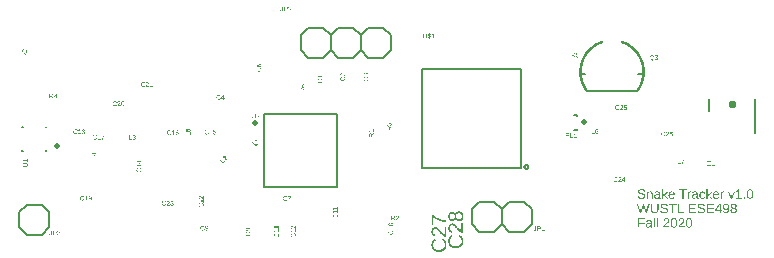
<source format=gbr>
G04 EAGLE Gerber RS-274X export*
G75*
%MOMM*%
%FSLAX34Y34*%
%LPD*%
%INSilkscreen Top*%
%IPPOS*%
%AMOC8*
5,1,8,0,0,1.08239X$1,22.5*%
G01*
G04 Define Apertures*
%ADD10C,0.150000*%
%ADD11C,0.500000*%
%ADD12C,0.152400*%
%ADD13C,0.015238*%
%ADD14C,0.127000*%
%ADD15C,0.200000*%
%ADD16C,0.400000*%
G36*
X564936Y18700D02*
X565245Y18749D01*
X565534Y18830D01*
X565801Y18944D01*
X566048Y19091D01*
X566274Y19270D01*
X566480Y19481D01*
X566664Y19726D01*
X566828Y20001D01*
X566969Y20305D01*
X567089Y20638D01*
X567187Y21001D01*
X567264Y21393D01*
X567318Y21814D01*
X567351Y22264D01*
X567362Y22744D01*
X567351Y23231D01*
X567320Y23688D01*
X567268Y24113D01*
X567196Y24508D01*
X567102Y24872D01*
X566988Y25205D01*
X566854Y25508D01*
X566698Y25779D01*
X566521Y26019D01*
X566321Y26228D01*
X566098Y26404D01*
X565852Y26548D01*
X565583Y26660D01*
X565292Y26740D01*
X564977Y26788D01*
X564640Y26804D01*
X564294Y26788D01*
X563971Y26741D01*
X563673Y26661D01*
X563399Y26551D01*
X563149Y26408D01*
X562923Y26234D01*
X562721Y26028D01*
X562543Y25790D01*
X562387Y25521D01*
X562253Y25220D01*
X562138Y24887D01*
X562045Y24522D01*
X561973Y24125D01*
X561921Y23697D01*
X561890Y23236D01*
X561879Y22744D01*
X561890Y22262D01*
X561922Y21809D01*
X561975Y21387D01*
X562050Y20994D01*
X562146Y20631D01*
X562264Y20297D01*
X562402Y19994D01*
X562562Y19720D01*
X562744Y19477D01*
X562946Y19267D01*
X563170Y19089D01*
X563415Y18943D01*
X563681Y18830D01*
X563968Y18749D01*
X564277Y18700D01*
X564606Y18684D01*
X564936Y18700D01*
G37*
G36*
X577686Y18700D02*
X577995Y18749D01*
X578284Y18830D01*
X578551Y18944D01*
X578798Y19091D01*
X579024Y19270D01*
X579230Y19481D01*
X579414Y19726D01*
X579578Y20001D01*
X579719Y20305D01*
X579839Y20638D01*
X579937Y21001D01*
X580014Y21393D01*
X580068Y21814D01*
X580101Y22264D01*
X580112Y22744D01*
X580101Y23231D01*
X580070Y23688D01*
X580018Y24113D01*
X579946Y24508D01*
X579852Y24872D01*
X579738Y25205D01*
X579604Y25508D01*
X579448Y25779D01*
X579271Y26019D01*
X579071Y26228D01*
X578848Y26404D01*
X578602Y26548D01*
X578333Y26660D01*
X578042Y26740D01*
X577727Y26788D01*
X577390Y26804D01*
X577044Y26788D01*
X576721Y26741D01*
X576423Y26661D01*
X576149Y26551D01*
X575899Y26408D01*
X575673Y26234D01*
X575471Y26028D01*
X575293Y25790D01*
X575137Y25521D01*
X575003Y25220D01*
X574888Y24887D01*
X574795Y24522D01*
X574723Y24125D01*
X574671Y23697D01*
X574640Y23236D01*
X574629Y22744D01*
X574640Y22262D01*
X574672Y21809D01*
X574725Y21387D01*
X574800Y20994D01*
X574896Y20631D01*
X575014Y20297D01*
X575152Y19994D01*
X575312Y19720D01*
X575494Y19477D01*
X575696Y19267D01*
X575920Y19089D01*
X576165Y18943D01*
X576431Y18830D01*
X576718Y18749D01*
X577027Y18700D01*
X577356Y18684D01*
X577686Y18700D01*
G37*
G36*
X629311Y43084D02*
X629620Y43133D01*
X629909Y43214D01*
X630176Y43328D01*
X630423Y43475D01*
X630649Y43654D01*
X630855Y43865D01*
X631039Y44110D01*
X631203Y44385D01*
X631344Y44689D01*
X631464Y45022D01*
X631562Y45385D01*
X631639Y45777D01*
X631693Y46198D01*
X631726Y46648D01*
X631737Y47128D01*
X631726Y47615D01*
X631695Y48072D01*
X631643Y48497D01*
X631571Y48892D01*
X631477Y49256D01*
X631363Y49589D01*
X631229Y49892D01*
X631073Y50163D01*
X630896Y50403D01*
X630696Y50612D01*
X630473Y50788D01*
X630227Y50932D01*
X629958Y51044D01*
X629667Y51124D01*
X629352Y51172D01*
X629015Y51188D01*
X628669Y51172D01*
X628346Y51125D01*
X628048Y51045D01*
X627774Y50935D01*
X627524Y50792D01*
X627298Y50618D01*
X627096Y50412D01*
X626918Y50174D01*
X626762Y49905D01*
X626628Y49604D01*
X626513Y49271D01*
X626420Y48906D01*
X626348Y48509D01*
X626296Y48081D01*
X626265Y47620D01*
X626254Y47128D01*
X626265Y46646D01*
X626297Y46193D01*
X626350Y45771D01*
X626425Y45378D01*
X626521Y45015D01*
X626639Y44681D01*
X626777Y44378D01*
X626937Y44104D01*
X627119Y43861D01*
X627321Y43651D01*
X627545Y43473D01*
X627790Y43327D01*
X628056Y43214D01*
X628343Y43133D01*
X628652Y43084D01*
X628981Y43068D01*
X629311Y43084D01*
G37*
G36*
X615501Y30886D02*
X615798Y30914D01*
X616075Y30962D01*
X616334Y31029D01*
X616573Y31114D01*
X616794Y31219D01*
X616996Y31343D01*
X617179Y31486D01*
X617342Y31647D01*
X617483Y31822D01*
X617602Y32012D01*
X617700Y32217D01*
X617776Y32438D01*
X617830Y32673D01*
X617863Y32923D01*
X617874Y33189D01*
X617867Y33379D01*
X617847Y33562D01*
X617815Y33736D01*
X617769Y33902D01*
X617637Y34210D01*
X617454Y34485D01*
X617433Y34506D01*
X617223Y34720D01*
X616950Y34904D01*
X616797Y34978D01*
X616635Y35040D01*
X616461Y35089D01*
X616278Y35126D01*
X616278Y35149D01*
X616585Y35237D01*
X616859Y35371D01*
X617086Y35544D01*
X617098Y35553D01*
X617303Y35782D01*
X617467Y36044D01*
X617584Y36329D01*
X617654Y36635D01*
X617678Y36963D01*
X617667Y37191D01*
X617636Y37407D01*
X617583Y37610D01*
X617509Y37802D01*
X617414Y37981D01*
X617298Y38149D01*
X617161Y38304D01*
X617003Y38447D01*
X616827Y38576D01*
X616635Y38687D01*
X616428Y38782D01*
X616206Y38859D01*
X615968Y38919D01*
X615715Y38962D01*
X615447Y38987D01*
X615163Y38996D01*
X614886Y38987D01*
X614624Y38961D01*
X614376Y38917D01*
X614142Y38856D01*
X613923Y38777D01*
X613718Y38681D01*
X613528Y38567D01*
X613352Y38436D01*
X613194Y38291D01*
X613057Y38135D01*
X612941Y37968D01*
X612846Y37791D01*
X612772Y37603D01*
X612719Y37404D01*
X612687Y37194D01*
X612677Y36974D01*
X612700Y36646D01*
X612770Y36340D01*
X612886Y36056D01*
X613049Y35793D01*
X613253Y35563D01*
X613490Y35377D01*
X613761Y35235D01*
X614066Y35138D01*
X614066Y35115D01*
X613897Y35081D01*
X613737Y35033D01*
X613439Y34900D01*
X613171Y34714D01*
X612935Y34477D01*
X612741Y34198D01*
X612665Y34047D01*
X612603Y33889D01*
X612554Y33723D01*
X612520Y33549D01*
X612499Y33367D01*
X612492Y33178D01*
X612503Y32910D01*
X612537Y32657D01*
X612593Y32421D01*
X612671Y32200D01*
X612771Y31995D01*
X612894Y31806D01*
X613039Y31633D01*
X613206Y31475D01*
X613393Y31335D01*
X613598Y31213D01*
X613819Y31110D01*
X614058Y31026D01*
X614314Y30960D01*
X614587Y30913D01*
X614878Y30885D01*
X615186Y30876D01*
X615501Y30886D01*
G37*
G36*
X538147Y34978D02*
X538580Y36599D01*
X538826Y37686D01*
X539053Y36657D01*
X539218Y36000D01*
X540585Y30988D01*
X541862Y30988D01*
X544186Y38878D01*
X543071Y38878D01*
X541939Y34804D01*
X541498Y33175D01*
X541251Y32125D01*
X541201Y31929D01*
X540988Y32856D01*
X540708Y33967D01*
X539336Y38878D01*
X538311Y38878D01*
X537234Y35038D01*
X536757Y33273D01*
X536446Y31929D01*
X536224Y32912D01*
X535982Y33866D01*
X534565Y38878D01*
X533450Y38878D01*
X535774Y30988D01*
X537051Y30988D01*
X538147Y34978D01*
G37*
G36*
X608931Y30893D02*
X609245Y30944D01*
X609538Y31030D01*
X609812Y31149D01*
X610067Y31303D01*
X610302Y31490D01*
X610517Y31712D01*
X610712Y31968D01*
X610886Y32256D01*
X611037Y32573D01*
X611164Y32919D01*
X611268Y33295D01*
X611350Y33700D01*
X611408Y34135D01*
X611442Y34599D01*
X611454Y35093D01*
X611443Y35566D01*
X611412Y36009D01*
X611359Y36421D01*
X611285Y36802D01*
X611189Y37153D01*
X611073Y37473D01*
X610935Y37763D01*
X610776Y38022D01*
X610597Y38250D01*
X610398Y38448D01*
X610178Y38615D01*
X609939Y38752D01*
X609680Y38859D01*
X609401Y38935D01*
X609102Y38981D01*
X608783Y38996D01*
X608482Y38985D01*
X608198Y38952D01*
X607931Y38896D01*
X607681Y38819D01*
X607448Y38719D01*
X607232Y38597D01*
X607033Y38454D01*
X606851Y38288D01*
X606688Y38102D01*
X606547Y37900D01*
X606428Y37682D01*
X606330Y37447D01*
X606254Y37195D01*
X606200Y36927D01*
X606167Y36643D01*
X606156Y36342D01*
X606166Y36048D01*
X606196Y35769D01*
X606246Y35506D01*
X606316Y35257D01*
X606406Y35023D01*
X606515Y34803D01*
X606645Y34599D01*
X606795Y34410D01*
X606961Y34239D01*
X607141Y34091D01*
X607333Y33966D01*
X607540Y33864D01*
X607759Y33784D01*
X607992Y33727D01*
X608238Y33693D01*
X608497Y33682D01*
X608815Y33701D01*
X609120Y33758D01*
X609412Y33853D01*
X609690Y33987D01*
X609942Y34152D01*
X610153Y34342D01*
X610325Y34556D01*
X610457Y34796D01*
X610444Y34433D01*
X610418Y34091D01*
X610377Y33771D01*
X610321Y33473D01*
X610252Y33196D01*
X610168Y32941D01*
X610071Y32707D01*
X609959Y32494D01*
X609834Y32305D01*
X609696Y32142D01*
X609547Y32003D01*
X609385Y31890D01*
X609211Y31801D01*
X609024Y31738D01*
X608826Y31701D01*
X608615Y31688D01*
X608369Y31703D01*
X608145Y31750D01*
X607944Y31827D01*
X607766Y31934D01*
X607611Y32073D01*
X607479Y32242D01*
X607369Y32443D01*
X607282Y32674D01*
X606319Y32522D01*
X606459Y32118D01*
X606639Y31774D01*
X606743Y31624D01*
X606858Y31490D01*
X606982Y31370D01*
X607117Y31265D01*
X607262Y31174D01*
X607418Y31095D01*
X607586Y31028D01*
X607766Y30973D01*
X607957Y30931D01*
X608159Y30900D01*
X608373Y30882D01*
X608598Y30876D01*
X608931Y30893D01*
G37*
G36*
X543071Y18702D02*
X543397Y18756D01*
X543694Y18846D01*
X543964Y18972D01*
X544213Y19142D01*
X544445Y19362D01*
X544662Y19633D01*
X544863Y19955D01*
X544897Y19955D01*
X544927Y19662D01*
X544986Y19411D01*
X545072Y19202D01*
X545185Y19034D01*
X545332Y18905D01*
X545516Y18813D01*
X545739Y18758D01*
X546000Y18740D01*
X546393Y18762D01*
X546778Y18830D01*
X546778Y19457D01*
X546603Y19427D01*
X546448Y19418D01*
X546296Y19432D01*
X546171Y19474D01*
X546072Y19545D01*
X546000Y19644D01*
X545949Y19772D01*
X545912Y19926D01*
X545890Y20109D01*
X545882Y20319D01*
X545882Y22929D01*
X545873Y23169D01*
X545846Y23395D01*
X545801Y23606D01*
X545738Y23803D01*
X545657Y23985D01*
X545558Y24153D01*
X545441Y24305D01*
X545306Y24444D01*
X545153Y24566D01*
X544982Y24673D01*
X544793Y24763D01*
X544587Y24836D01*
X544364Y24894D01*
X544122Y24934D01*
X543863Y24959D01*
X543586Y24967D01*
X543322Y24961D01*
X543073Y24942D01*
X542839Y24910D01*
X542620Y24865D01*
X542415Y24807D01*
X542226Y24737D01*
X542052Y24654D01*
X541892Y24558D01*
X541748Y24450D01*
X541619Y24328D01*
X541504Y24194D01*
X541404Y24047D01*
X541320Y23888D01*
X541250Y23715D01*
X541196Y23530D01*
X541156Y23332D01*
X542209Y23237D01*
X542255Y23472D01*
X542332Y23672D01*
X542440Y23838D01*
X542578Y23970D01*
X542755Y24071D01*
X542979Y24143D01*
X543248Y24186D01*
X543564Y24200D01*
X543878Y24180D01*
X544146Y24120D01*
X544370Y24020D01*
X544550Y23881D01*
X544687Y23695D01*
X544785Y23457D01*
X544844Y23166D01*
X544863Y22822D01*
X544863Y22492D01*
X543502Y22470D01*
X543170Y22454D01*
X542861Y22423D01*
X542576Y22378D01*
X542314Y22318D01*
X542077Y22244D01*
X541863Y22155D01*
X541673Y22051D01*
X541506Y21932D01*
X541361Y21799D01*
X541235Y21653D01*
X541129Y21493D01*
X541042Y21319D01*
X540974Y21131D01*
X540926Y20930D01*
X540897Y20716D01*
X540887Y20487D01*
X540894Y20283D01*
X540916Y20090D01*
X540952Y19908D01*
X541002Y19737D01*
X541067Y19577D01*
X541145Y19429D01*
X541239Y19292D01*
X541346Y19166D01*
X541468Y19053D01*
X541604Y18955D01*
X541755Y18872D01*
X541919Y18804D01*
X542098Y18752D01*
X542290Y18714D01*
X542497Y18692D01*
X542718Y18684D01*
X543071Y18702D01*
G37*
G36*
X550071Y43086D02*
X550397Y43140D01*
X550694Y43230D01*
X550964Y43356D01*
X551213Y43526D01*
X551445Y43746D01*
X551662Y44017D01*
X551863Y44339D01*
X551897Y44339D01*
X551927Y44046D01*
X551986Y43795D01*
X552072Y43586D01*
X552185Y43418D01*
X552332Y43289D01*
X552516Y43197D01*
X552739Y43142D01*
X553000Y43124D01*
X553393Y43146D01*
X553778Y43214D01*
X553778Y43841D01*
X553603Y43811D01*
X553448Y43802D01*
X553296Y43816D01*
X553171Y43858D01*
X553072Y43929D01*
X553000Y44028D01*
X552949Y44156D01*
X552912Y44310D01*
X552890Y44493D01*
X552882Y44703D01*
X552882Y47313D01*
X552873Y47553D01*
X552846Y47779D01*
X552801Y47990D01*
X552738Y48187D01*
X552657Y48369D01*
X552558Y48537D01*
X552441Y48689D01*
X552306Y48828D01*
X552153Y48950D01*
X551982Y49057D01*
X551793Y49147D01*
X551587Y49220D01*
X551364Y49278D01*
X551122Y49318D01*
X550863Y49343D01*
X550586Y49351D01*
X550322Y49345D01*
X550073Y49326D01*
X549839Y49294D01*
X549620Y49249D01*
X549415Y49191D01*
X549226Y49121D01*
X549052Y49038D01*
X548892Y48942D01*
X548748Y48834D01*
X548619Y48712D01*
X548504Y48578D01*
X548404Y48431D01*
X548320Y48272D01*
X548250Y48099D01*
X548196Y47914D01*
X548156Y47716D01*
X549209Y47621D01*
X549255Y47856D01*
X549332Y48056D01*
X549440Y48222D01*
X549578Y48354D01*
X549755Y48455D01*
X549979Y48527D01*
X550248Y48570D01*
X550564Y48584D01*
X550878Y48564D01*
X551146Y48504D01*
X551370Y48404D01*
X551550Y48265D01*
X551687Y48079D01*
X551785Y47841D01*
X551844Y47550D01*
X551863Y47206D01*
X551863Y46876D01*
X550502Y46854D01*
X550170Y46838D01*
X549861Y46807D01*
X549576Y46762D01*
X549314Y46702D01*
X549077Y46628D01*
X548863Y46539D01*
X548673Y46435D01*
X548506Y46316D01*
X548361Y46183D01*
X548235Y46037D01*
X548129Y45877D01*
X548042Y45703D01*
X547974Y45515D01*
X547926Y45314D01*
X547897Y45100D01*
X547887Y44871D01*
X547894Y44667D01*
X547916Y44474D01*
X547952Y44292D01*
X548002Y44121D01*
X548067Y43961D01*
X548145Y43813D01*
X548239Y43676D01*
X548346Y43550D01*
X548468Y43437D01*
X548604Y43339D01*
X548755Y43256D01*
X548919Y43188D01*
X549098Y43136D01*
X549290Y43098D01*
X549497Y43076D01*
X549718Y43068D01*
X550071Y43086D01*
G37*
G36*
X581946Y43086D02*
X582272Y43140D01*
X582569Y43230D01*
X582839Y43356D01*
X583088Y43526D01*
X583320Y43746D01*
X583537Y44017D01*
X583738Y44339D01*
X583772Y44339D01*
X583802Y44046D01*
X583861Y43795D01*
X583947Y43586D01*
X584060Y43418D01*
X584207Y43289D01*
X584391Y43197D01*
X584614Y43142D01*
X584875Y43124D01*
X585268Y43146D01*
X585653Y43214D01*
X585653Y43841D01*
X585478Y43811D01*
X585323Y43802D01*
X585171Y43816D01*
X585046Y43858D01*
X584947Y43929D01*
X584875Y44028D01*
X584824Y44156D01*
X584787Y44310D01*
X584765Y44493D01*
X584757Y44703D01*
X584757Y47313D01*
X584748Y47553D01*
X584721Y47779D01*
X584676Y47990D01*
X584613Y48187D01*
X584532Y48369D01*
X584433Y48537D01*
X584316Y48689D01*
X584181Y48828D01*
X584028Y48950D01*
X583857Y49057D01*
X583668Y49147D01*
X583462Y49220D01*
X583239Y49278D01*
X582997Y49318D01*
X582738Y49343D01*
X582461Y49351D01*
X582197Y49345D01*
X581948Y49326D01*
X581714Y49294D01*
X581495Y49249D01*
X581290Y49191D01*
X581101Y49121D01*
X580927Y49038D01*
X580767Y48942D01*
X580623Y48834D01*
X580494Y48712D01*
X580379Y48578D01*
X580279Y48431D01*
X580195Y48272D01*
X580125Y48099D01*
X580071Y47914D01*
X580031Y47716D01*
X581084Y47621D01*
X581130Y47856D01*
X581207Y48056D01*
X581315Y48222D01*
X581453Y48354D01*
X581630Y48455D01*
X581854Y48527D01*
X582123Y48570D01*
X582439Y48584D01*
X582753Y48564D01*
X583021Y48504D01*
X583245Y48404D01*
X583425Y48265D01*
X583562Y48079D01*
X583660Y47841D01*
X583719Y47550D01*
X583738Y47206D01*
X583738Y46876D01*
X582377Y46854D01*
X582045Y46838D01*
X581736Y46807D01*
X581451Y46762D01*
X581189Y46702D01*
X580952Y46628D01*
X580738Y46539D01*
X580548Y46435D01*
X580381Y46316D01*
X580236Y46183D01*
X580110Y46037D01*
X580004Y45877D01*
X579917Y45703D01*
X579849Y45515D01*
X579801Y45314D01*
X579772Y45100D01*
X579762Y44871D01*
X579769Y44667D01*
X579791Y44474D01*
X579827Y44292D01*
X579877Y44121D01*
X579942Y43961D01*
X580020Y43813D01*
X580114Y43676D01*
X580221Y43550D01*
X580343Y43437D01*
X580479Y43339D01*
X580630Y43256D01*
X580794Y43188D01*
X580973Y43136D01*
X581165Y43098D01*
X581372Y43076D01*
X581593Y43068D01*
X581946Y43086D01*
G37*
G36*
X604177Y32774D02*
X605286Y32774D01*
X605286Y33570D01*
X604177Y33570D01*
X604177Y38878D01*
X603119Y38878D01*
X599507Y33558D01*
X599507Y32774D01*
X603225Y32774D01*
X603225Y30988D01*
X604177Y30988D01*
X604177Y32774D01*
G37*
G36*
X583432Y31862D02*
X578285Y31862D01*
X578285Y34611D01*
X582866Y34611D01*
X582866Y35474D01*
X578285Y35474D01*
X578285Y38005D01*
X583202Y38005D01*
X583202Y38878D01*
X577216Y38878D01*
X577216Y30988D01*
X583432Y30988D01*
X583432Y31862D01*
G37*
G36*
X598744Y31862D02*
X593598Y31862D01*
X593598Y34611D01*
X598179Y34611D01*
X598179Y35474D01*
X593598Y35474D01*
X593598Y38005D01*
X598515Y38005D01*
X598515Y38878D01*
X592528Y38878D01*
X592528Y30988D01*
X598744Y30988D01*
X598744Y31862D01*
G37*
G36*
X563222Y43090D02*
X563639Y43158D01*
X564012Y43270D01*
X564342Y43426D01*
X564629Y43628D01*
X564873Y43874D01*
X565074Y44166D01*
X565231Y44502D01*
X564347Y44754D01*
X564261Y44561D01*
X564143Y44385D01*
X563993Y44228D01*
X563812Y44087D01*
X563598Y43972D01*
X563352Y43890D01*
X563073Y43840D01*
X562762Y43824D01*
X562561Y43833D01*
X562372Y43859D01*
X562196Y43904D01*
X562032Y43965D01*
X561881Y44045D01*
X561742Y44142D01*
X561616Y44257D01*
X561502Y44390D01*
X561401Y44538D01*
X561313Y44702D01*
X561239Y44881D01*
X561178Y45074D01*
X561131Y45283D01*
X561098Y45506D01*
X561077Y45744D01*
X561071Y45997D01*
X565394Y45997D01*
X565394Y46131D01*
X565383Y46521D01*
X565352Y46886D01*
X565300Y47225D01*
X565227Y47540D01*
X565133Y47829D01*
X565018Y48093D01*
X564882Y48332D01*
X564726Y48546D01*
X564549Y48735D01*
X564350Y48898D01*
X564131Y49037D01*
X563891Y49150D01*
X563630Y49238D01*
X563349Y49301D01*
X563046Y49339D01*
X562723Y49351D01*
X562406Y49339D01*
X562108Y49301D01*
X561829Y49239D01*
X561568Y49151D01*
X561327Y49038D01*
X561104Y48901D01*
X560900Y48738D01*
X560715Y48550D01*
X560550Y48339D01*
X560408Y48106D01*
X560287Y47851D01*
X560188Y47575D01*
X560111Y47276D01*
X560056Y46955D01*
X560023Y46613D01*
X560012Y46249D01*
X560023Y45866D01*
X560056Y45508D01*
X560111Y45174D01*
X560188Y44864D01*
X560287Y44579D01*
X560408Y44318D01*
X560550Y44081D01*
X560715Y43869D01*
X560901Y43681D01*
X561106Y43518D01*
X561332Y43381D01*
X561578Y43268D01*
X561844Y43181D01*
X562130Y43118D01*
X562436Y43081D01*
X562762Y43068D01*
X563222Y43090D01*
G37*
G36*
X600816Y43090D02*
X601232Y43158D01*
X601606Y43270D01*
X601936Y43426D01*
X602223Y43628D01*
X602467Y43874D01*
X602668Y44166D01*
X602825Y44502D01*
X601940Y44754D01*
X601854Y44561D01*
X601737Y44385D01*
X601587Y44228D01*
X601406Y44087D01*
X601192Y43972D01*
X600946Y43890D01*
X600667Y43840D01*
X600356Y43824D01*
X600155Y43833D01*
X599966Y43859D01*
X599790Y43904D01*
X599626Y43965D01*
X599475Y44045D01*
X599336Y44142D01*
X599210Y44257D01*
X599096Y44390D01*
X598994Y44538D01*
X598907Y44702D01*
X598833Y44881D01*
X598772Y45074D01*
X598725Y45283D01*
X598691Y45506D01*
X598671Y45744D01*
X598664Y45997D01*
X602988Y45997D01*
X602988Y46131D01*
X602977Y46521D01*
X602946Y46886D01*
X602894Y47225D01*
X602821Y47540D01*
X602727Y47829D01*
X602612Y48093D01*
X602476Y48332D01*
X602320Y48546D01*
X602142Y48735D01*
X601944Y48898D01*
X601725Y49037D01*
X601485Y49150D01*
X601224Y49238D01*
X600942Y49301D01*
X600640Y49339D01*
X600316Y49351D01*
X600000Y49339D01*
X599702Y49301D01*
X599422Y49239D01*
X599162Y49151D01*
X598920Y49038D01*
X598698Y48901D01*
X598494Y48738D01*
X598309Y48550D01*
X598144Y48339D01*
X598001Y48106D01*
X597880Y47851D01*
X597782Y47575D01*
X597705Y47276D01*
X597650Y46955D01*
X597617Y46613D01*
X597606Y46249D01*
X597617Y45866D01*
X597650Y45508D01*
X597705Y45174D01*
X597782Y44864D01*
X597880Y44579D01*
X598001Y44318D01*
X598144Y44081D01*
X598309Y43869D01*
X598494Y43681D01*
X598700Y43518D01*
X598926Y43381D01*
X599172Y43268D01*
X599438Y43181D01*
X599724Y43118D01*
X600030Y43081D01*
X600356Y43068D01*
X600816Y43090D01*
G37*
G36*
X537641Y43077D02*
X537996Y43105D01*
X538329Y43152D01*
X538641Y43218D01*
X538931Y43302D01*
X539199Y43405D01*
X539445Y43527D01*
X539669Y43667D01*
X539869Y43825D01*
X540043Y43998D01*
X540190Y44186D01*
X540310Y44390D01*
X540403Y44609D01*
X540470Y44843D01*
X540510Y45093D01*
X540523Y45358D01*
X540516Y45567D01*
X540493Y45762D01*
X540455Y45942D01*
X540403Y46109D01*
X540259Y46407D01*
X540070Y46663D01*
X539838Y46880D01*
X539568Y47061D01*
X539269Y47213D01*
X538950Y47344D01*
X538611Y47456D01*
X538258Y47551D01*
X537533Y47722D01*
X536627Y47943D01*
X536310Y48040D01*
X536082Y48128D01*
X535911Y48215D01*
X535761Y48311D01*
X535632Y48416D01*
X535525Y48531D01*
X535441Y48658D01*
X535380Y48800D01*
X535344Y48959D01*
X535332Y49133D01*
X535340Y49283D01*
X535363Y49424D01*
X535402Y49556D01*
X535457Y49677D01*
X535527Y49789D01*
X535612Y49892D01*
X535714Y49985D01*
X535830Y50068D01*
X536108Y50205D01*
X536441Y50303D01*
X536830Y50362D01*
X537275Y50382D01*
X537683Y50364D01*
X538044Y50311D01*
X538358Y50222D01*
X538625Y50099D01*
X538849Y49936D01*
X539034Y49730D01*
X539179Y49481D01*
X539286Y49189D01*
X540338Y49374D01*
X540260Y49612D01*
X540169Y49833D01*
X540064Y50035D01*
X539946Y50220D01*
X539815Y50386D01*
X539671Y50534D01*
X539513Y50664D01*
X539342Y50776D01*
X539154Y50873D01*
X538946Y50956D01*
X538719Y51027D01*
X538472Y51085D01*
X538205Y51130D01*
X537919Y51162D01*
X537612Y51182D01*
X537286Y51188D01*
X536936Y51179D01*
X536606Y51154D01*
X536297Y51111D01*
X536009Y51051D01*
X535742Y50974D01*
X535496Y50879D01*
X535270Y50768D01*
X535066Y50639D01*
X534884Y50495D01*
X534727Y50336D01*
X534593Y50162D01*
X534484Y49974D01*
X534399Y49772D01*
X534339Y49555D01*
X534303Y49323D01*
X534290Y49077D01*
X534300Y48862D01*
X534327Y48660D01*
X534374Y48470D01*
X534439Y48293D01*
X534521Y48127D01*
X534620Y47973D01*
X534735Y47829D01*
X534867Y47696D01*
X535020Y47572D01*
X535198Y47453D01*
X535402Y47341D01*
X535632Y47234D01*
X535902Y47131D01*
X536229Y47027D01*
X537051Y46820D01*
X538031Y46590D01*
X538443Y46471D01*
X538793Y46327D01*
X538943Y46244D01*
X539076Y46149D01*
X539191Y46045D01*
X539288Y45930D01*
X539366Y45800D01*
X539421Y45652D01*
X539454Y45486D01*
X539465Y45302D01*
X539456Y45135D01*
X539430Y44979D01*
X539386Y44833D01*
X539324Y44697D01*
X539245Y44572D01*
X539148Y44457D01*
X539034Y44352D01*
X538902Y44258D01*
X538754Y44175D01*
X538591Y44102D01*
X538413Y44041D01*
X538221Y43991D01*
X537792Y43925D01*
X537303Y43902D01*
X536828Y43923D01*
X536406Y43986D01*
X536036Y44090D01*
X535718Y44236D01*
X535579Y44325D01*
X535452Y44426D01*
X535338Y44539D01*
X535237Y44663D01*
X535148Y44800D01*
X535072Y44948D01*
X535008Y45108D01*
X534957Y45280D01*
X533921Y45073D01*
X533988Y44830D01*
X534073Y44603D01*
X534178Y44391D01*
X534302Y44196D01*
X534445Y44016D01*
X534606Y43851D01*
X534787Y43702D01*
X534986Y43569D01*
X535205Y43452D01*
X535442Y43350D01*
X535698Y43264D01*
X535974Y43193D01*
X536268Y43139D01*
X536581Y43099D01*
X536913Y43076D01*
X537264Y43068D01*
X537641Y43077D01*
G37*
G36*
X556735Y30885D02*
X557090Y30913D01*
X557423Y30960D01*
X557735Y31026D01*
X558024Y31110D01*
X558292Y31213D01*
X558539Y31335D01*
X558763Y31475D01*
X558963Y31633D01*
X559137Y31806D01*
X559283Y31994D01*
X559403Y32198D01*
X559497Y32417D01*
X559564Y32651D01*
X559604Y32901D01*
X559617Y33166D01*
X559609Y33375D01*
X559587Y33570D01*
X559549Y33750D01*
X559497Y33917D01*
X559353Y34215D01*
X559163Y34471D01*
X558932Y34688D01*
X558662Y34869D01*
X558363Y35021D01*
X558043Y35152D01*
X557705Y35264D01*
X557352Y35359D01*
X556627Y35530D01*
X555721Y35751D01*
X555403Y35848D01*
X555176Y35936D01*
X555005Y36023D01*
X554855Y36119D01*
X554726Y36224D01*
X554619Y36339D01*
X554534Y36466D01*
X554474Y36608D01*
X554438Y36767D01*
X554426Y36941D01*
X554434Y37091D01*
X554457Y37232D01*
X554496Y37364D01*
X554550Y37485D01*
X554620Y37597D01*
X554706Y37700D01*
X554807Y37793D01*
X554924Y37876D01*
X555201Y38013D01*
X555535Y38111D01*
X555924Y38170D01*
X556369Y38190D01*
X556777Y38172D01*
X557138Y38119D01*
X557451Y38030D01*
X557719Y37907D01*
X557943Y37744D01*
X558127Y37538D01*
X558273Y37289D01*
X558379Y36997D01*
X559432Y37182D01*
X559354Y37420D01*
X559263Y37641D01*
X559158Y37843D01*
X559040Y38028D01*
X558909Y38194D01*
X558764Y38342D01*
X558606Y38472D01*
X558435Y38584D01*
X558248Y38681D01*
X558040Y38764D01*
X557813Y38835D01*
X557566Y38893D01*
X557299Y38938D01*
X557013Y38970D01*
X556706Y38990D01*
X556380Y38996D01*
X556029Y38987D01*
X555700Y38962D01*
X555391Y38919D01*
X555103Y38859D01*
X554836Y38782D01*
X554589Y38687D01*
X554364Y38576D01*
X554160Y38447D01*
X553978Y38303D01*
X553820Y38144D01*
X553687Y37970D01*
X553578Y37782D01*
X553493Y37580D01*
X553433Y37363D01*
X553396Y37131D01*
X553384Y36885D01*
X553393Y36670D01*
X553421Y36468D01*
X553468Y36278D01*
X553533Y36101D01*
X553615Y35935D01*
X553714Y35781D01*
X553829Y35637D01*
X553961Y35504D01*
X554114Y35380D01*
X554292Y35261D01*
X554496Y35149D01*
X554725Y35042D01*
X554996Y34939D01*
X555322Y34835D01*
X556145Y34628D01*
X557125Y34398D01*
X557537Y34279D01*
X557887Y34135D01*
X558037Y34052D01*
X558170Y33957D01*
X558285Y33853D01*
X558382Y33738D01*
X558459Y33608D01*
X558514Y33460D01*
X558547Y33294D01*
X558559Y33110D01*
X558550Y32943D01*
X558523Y32787D01*
X558479Y32641D01*
X558418Y32505D01*
X558339Y32380D01*
X558242Y32265D01*
X558128Y32160D01*
X557996Y32066D01*
X557848Y31983D01*
X557685Y31910D01*
X557507Y31849D01*
X557315Y31799D01*
X556885Y31733D01*
X556397Y31710D01*
X555922Y31731D01*
X555500Y31794D01*
X555130Y31898D01*
X554812Y32044D01*
X554673Y32133D01*
X554546Y32234D01*
X554432Y32347D01*
X554331Y32471D01*
X554242Y32608D01*
X554165Y32756D01*
X554102Y32916D01*
X554051Y33088D01*
X553015Y32881D01*
X553081Y32638D01*
X553167Y32411D01*
X553272Y32199D01*
X553396Y32004D01*
X553538Y31824D01*
X553700Y31659D01*
X553880Y31510D01*
X554080Y31377D01*
X554298Y31260D01*
X554536Y31158D01*
X554792Y31072D01*
X555067Y31001D01*
X555361Y30947D01*
X555675Y30907D01*
X556007Y30884D01*
X556358Y30876D01*
X556735Y30885D01*
G37*
G36*
X588172Y30885D02*
X588527Y30913D01*
X588861Y30960D01*
X589172Y31026D01*
X589462Y31110D01*
X589730Y31213D01*
X589976Y31335D01*
X590200Y31475D01*
X590401Y31633D01*
X590574Y31806D01*
X590721Y31994D01*
X590841Y32198D01*
X590934Y32417D01*
X591001Y32651D01*
X591041Y32901D01*
X591054Y33166D01*
X591047Y33375D01*
X591024Y33570D01*
X590987Y33750D01*
X590934Y33917D01*
X590791Y34215D01*
X590601Y34471D01*
X590369Y34688D01*
X590100Y34869D01*
X589801Y35021D01*
X589481Y35152D01*
X589143Y35264D01*
X588789Y35359D01*
X588064Y35530D01*
X587158Y35751D01*
X586841Y35848D01*
X586614Y35936D01*
X586442Y36023D01*
X586292Y36119D01*
X586164Y36224D01*
X586056Y36339D01*
X585972Y36466D01*
X585912Y36608D01*
X585875Y36767D01*
X585863Y36941D01*
X585871Y37091D01*
X585894Y37232D01*
X585933Y37364D01*
X585988Y37485D01*
X586058Y37597D01*
X586144Y37700D01*
X586245Y37793D01*
X586362Y37876D01*
X586639Y38013D01*
X586972Y38111D01*
X587361Y38170D01*
X587806Y38190D01*
X588214Y38172D01*
X588575Y38119D01*
X588889Y38030D01*
X589156Y37907D01*
X589380Y37744D01*
X589565Y37538D01*
X589710Y37289D01*
X589817Y36997D01*
X590870Y37182D01*
X590792Y37420D01*
X590700Y37641D01*
X590596Y37843D01*
X590478Y38028D01*
X590346Y38194D01*
X590202Y38342D01*
X590044Y38472D01*
X589873Y38584D01*
X589685Y38681D01*
X589478Y38764D01*
X589250Y38835D01*
X589003Y38893D01*
X588737Y38938D01*
X588450Y38970D01*
X588144Y38990D01*
X587818Y38996D01*
X587467Y38987D01*
X587137Y38962D01*
X586828Y38919D01*
X586540Y38859D01*
X586273Y38782D01*
X586027Y38687D01*
X585802Y38576D01*
X585597Y38447D01*
X585415Y38303D01*
X585258Y38144D01*
X585125Y37970D01*
X585016Y37782D01*
X584931Y37580D01*
X584870Y37363D01*
X584834Y37131D01*
X584822Y36885D01*
X584831Y36670D01*
X584859Y36468D01*
X584905Y36278D01*
X584970Y36101D01*
X585052Y35935D01*
X585151Y35781D01*
X585267Y35637D01*
X585398Y35504D01*
X585551Y35380D01*
X585730Y35261D01*
X585933Y35149D01*
X586163Y35042D01*
X586433Y34939D01*
X586760Y34835D01*
X587582Y34628D01*
X588562Y34398D01*
X588974Y34279D01*
X589324Y34135D01*
X589475Y34052D01*
X589608Y33957D01*
X589722Y33853D01*
X589820Y33738D01*
X589897Y33608D01*
X589952Y33460D01*
X589985Y33294D01*
X589996Y33110D01*
X589987Y32943D01*
X589961Y32787D01*
X589917Y32641D01*
X589855Y32505D01*
X589776Y32380D01*
X589679Y32265D01*
X589565Y32160D01*
X589433Y32066D01*
X589285Y31983D01*
X589122Y31910D01*
X588945Y31849D01*
X588752Y31799D01*
X588323Y31733D01*
X587834Y31710D01*
X587359Y31731D01*
X586937Y31794D01*
X586567Y31898D01*
X586250Y32044D01*
X586110Y32133D01*
X585984Y32234D01*
X585870Y32347D01*
X585768Y32471D01*
X585679Y32608D01*
X585603Y32756D01*
X585539Y32916D01*
X585488Y33088D01*
X584452Y32881D01*
X584519Y32638D01*
X584605Y32411D01*
X584709Y32199D01*
X584833Y32004D01*
X584976Y31824D01*
X585137Y31659D01*
X585318Y31510D01*
X585517Y31377D01*
X585736Y31260D01*
X585973Y31158D01*
X586230Y31072D01*
X586505Y31001D01*
X586799Y30947D01*
X587112Y30907D01*
X587444Y30884D01*
X587795Y30876D01*
X588172Y30885D01*
G37*
G36*
X548793Y30899D02*
X549248Y30968D01*
X549668Y31082D01*
X550056Y31243D01*
X550406Y31447D01*
X550714Y31691D01*
X550980Y31977D01*
X551204Y32304D01*
X551382Y32668D01*
X551509Y33064D01*
X551553Y33275D01*
X551585Y33494D01*
X551604Y33721D01*
X551610Y33956D01*
X551610Y38878D01*
X550546Y38878D01*
X550546Y34018D01*
X550537Y33747D01*
X550509Y33494D01*
X550463Y33257D01*
X550398Y33037D01*
X550315Y32833D01*
X550214Y32647D01*
X550094Y32477D01*
X549955Y32324D01*
X549800Y32188D01*
X549630Y32070D01*
X549446Y31970D01*
X549246Y31889D01*
X549032Y31826D01*
X548803Y31780D01*
X548559Y31753D01*
X548300Y31744D01*
X548049Y31753D01*
X547813Y31779D01*
X547592Y31823D01*
X547386Y31884D01*
X547196Y31963D01*
X547021Y32059D01*
X546861Y32173D01*
X546716Y32304D01*
X546587Y32452D01*
X546476Y32617D01*
X546381Y32797D01*
X546304Y32994D01*
X546244Y33207D01*
X546201Y33437D01*
X546175Y33683D01*
X546167Y33945D01*
X546167Y38878D01*
X545097Y38878D01*
X545097Y33855D01*
X545104Y33627D01*
X545122Y33406D01*
X545153Y33194D01*
X545197Y32990D01*
X545321Y32606D01*
X545495Y32254D01*
X545714Y31938D01*
X545974Y31661D01*
X546274Y31425D01*
X546615Y31229D01*
X546991Y31074D01*
X547399Y30964D01*
X547837Y30898D01*
X548306Y30876D01*
X548793Y30899D01*
G37*
%LPC*%
G36*
X564401Y19519D02*
X564200Y19556D01*
X564014Y19617D01*
X563843Y19702D01*
X563687Y19811D01*
X563546Y19945D01*
X563421Y20103D01*
X563310Y20286D01*
X563214Y20494D01*
X563130Y20731D01*
X563059Y20996D01*
X563001Y21289D01*
X562956Y21611D01*
X562924Y21960D01*
X562905Y22338D01*
X562898Y22744D01*
X562905Y23161D01*
X562924Y23548D01*
X562956Y23905D01*
X563000Y24231D01*
X563057Y24526D01*
X563127Y24791D01*
X563209Y25026D01*
X563304Y25230D01*
X563414Y25408D01*
X563540Y25561D01*
X563683Y25691D01*
X563841Y25797D01*
X564016Y25880D01*
X564208Y25939D01*
X564416Y25975D01*
X564640Y25986D01*
X564859Y25974D01*
X565062Y25938D01*
X565248Y25878D01*
X565419Y25795D01*
X565574Y25687D01*
X565713Y25555D01*
X565835Y25399D01*
X565942Y25219D01*
X566035Y25013D01*
X566115Y24777D01*
X566183Y24511D01*
X566238Y24217D01*
X566281Y23893D01*
X566312Y23539D01*
X566331Y23156D01*
X566337Y22744D01*
X566330Y22346D01*
X566311Y21974D01*
X566279Y21629D01*
X566233Y21310D01*
X566175Y21018D01*
X566104Y20753D01*
X566020Y20514D01*
X565922Y20302D01*
X565811Y20116D01*
X565685Y19954D01*
X565545Y19818D01*
X565389Y19706D01*
X565218Y19619D01*
X565033Y19557D01*
X564833Y19520D01*
X564618Y19507D01*
X564401Y19519D01*
G37*
G36*
X577151Y19519D02*
X576950Y19556D01*
X576764Y19617D01*
X576593Y19702D01*
X576437Y19811D01*
X576296Y19945D01*
X576171Y20103D01*
X576060Y20286D01*
X575964Y20494D01*
X575880Y20731D01*
X575809Y20996D01*
X575751Y21289D01*
X575706Y21611D01*
X575674Y21960D01*
X575655Y22338D01*
X575648Y22744D01*
X575655Y23161D01*
X575674Y23548D01*
X575706Y23905D01*
X575750Y24231D01*
X575807Y24526D01*
X575877Y24791D01*
X575959Y25026D01*
X576054Y25230D01*
X576164Y25408D01*
X576290Y25561D01*
X576433Y25691D01*
X576591Y25797D01*
X576766Y25880D01*
X576958Y25939D01*
X577166Y25975D01*
X577390Y25986D01*
X577609Y25974D01*
X577812Y25938D01*
X577998Y25878D01*
X578169Y25795D01*
X578324Y25687D01*
X578463Y25555D01*
X578585Y25399D01*
X578692Y25219D01*
X578785Y25013D01*
X578865Y24777D01*
X578933Y24511D01*
X578988Y24217D01*
X579031Y23893D01*
X579062Y23539D01*
X579081Y23156D01*
X579087Y22744D01*
X579080Y22346D01*
X579061Y21974D01*
X579029Y21629D01*
X578983Y21310D01*
X578925Y21018D01*
X578854Y20753D01*
X578770Y20514D01*
X578672Y20302D01*
X578561Y20116D01*
X578435Y19954D01*
X578295Y19818D01*
X578139Y19706D01*
X577968Y19619D01*
X577783Y19557D01*
X577583Y19520D01*
X577368Y19507D01*
X577151Y19519D01*
G37*
G36*
X628776Y43903D02*
X628575Y43940D01*
X628389Y44001D01*
X628218Y44086D01*
X628062Y44195D01*
X627921Y44329D01*
X627796Y44487D01*
X627685Y44670D01*
X627589Y44878D01*
X627505Y45115D01*
X627434Y45380D01*
X627376Y45673D01*
X627331Y45995D01*
X627299Y46344D01*
X627280Y46722D01*
X627273Y47128D01*
X627280Y47545D01*
X627299Y47932D01*
X627331Y48289D01*
X627375Y48615D01*
X627432Y48910D01*
X627502Y49175D01*
X627584Y49410D01*
X627679Y49614D01*
X627789Y49792D01*
X627915Y49945D01*
X628058Y50075D01*
X628216Y50181D01*
X628391Y50264D01*
X628583Y50323D01*
X628791Y50359D01*
X629015Y50370D01*
X629234Y50358D01*
X629437Y50322D01*
X629623Y50262D01*
X629794Y50179D01*
X629949Y50071D01*
X630088Y49939D01*
X630210Y49783D01*
X630317Y49603D01*
X630410Y49397D01*
X630490Y49161D01*
X630558Y48895D01*
X630613Y48601D01*
X630656Y48277D01*
X630687Y47923D01*
X630706Y47540D01*
X630712Y47128D01*
X630705Y46730D01*
X630686Y46358D01*
X630654Y46013D01*
X630608Y45694D01*
X630550Y45402D01*
X630479Y45137D01*
X630395Y44898D01*
X630297Y44686D01*
X630186Y44500D01*
X630060Y44338D01*
X629920Y44202D01*
X629764Y44090D01*
X629593Y44003D01*
X629408Y43941D01*
X629208Y43904D01*
X628993Y43891D01*
X628776Y43903D01*
G37*
%LPD*%
G36*
X535410Y21994D02*
X539812Y21994D01*
X539812Y22878D01*
X535410Y22878D01*
X535410Y25813D01*
X539946Y25813D01*
X539946Y26686D01*
X534341Y26686D01*
X534341Y18796D01*
X535410Y18796D01*
X535410Y21994D01*
G37*
G36*
X555556Y45336D02*
X556295Y45946D01*
X558345Y43180D01*
X559526Y43180D01*
X556939Y46635D01*
X559397Y49239D01*
X558216Y49239D01*
X555556Y46299D01*
X555556Y51490D01*
X554548Y51490D01*
X554548Y43180D01*
X555556Y43180D01*
X555556Y45336D01*
G37*
G36*
X593181Y45336D02*
X593920Y45946D01*
X595970Y43180D01*
X597151Y43180D01*
X594564Y46635D01*
X597022Y49239D01*
X595841Y49239D01*
X593181Y46299D01*
X593181Y51490D01*
X592173Y51490D01*
X592173Y43180D01*
X593181Y43180D01*
X593181Y45336D01*
G37*
G36*
X560858Y19653D02*
X556742Y19653D01*
X556839Y19851D01*
X556963Y20052D01*
X557114Y20258D01*
X557291Y20468D01*
X557737Y20916D01*
X558315Y21417D01*
X559297Y22244D01*
X559646Y22564D01*
X559900Y22822D01*
X560095Y23049D01*
X560264Y23276D01*
X560407Y23503D01*
X560525Y23730D01*
X560617Y23957D01*
X560682Y24185D01*
X560722Y24413D01*
X560735Y24642D01*
X560725Y24894D01*
X560695Y25131D01*
X560644Y25353D01*
X560574Y25560D01*
X560484Y25753D01*
X560374Y25930D01*
X560244Y26093D01*
X560093Y26241D01*
X559925Y26373D01*
X559738Y26487D01*
X559535Y26584D01*
X559314Y26663D01*
X559076Y26725D01*
X558821Y26769D01*
X558549Y26795D01*
X558259Y26804D01*
X557994Y26795D01*
X557741Y26769D01*
X557500Y26725D01*
X557272Y26664D01*
X557056Y26585D01*
X556852Y26489D01*
X556661Y26375D01*
X556481Y26244D01*
X556318Y26098D01*
X556172Y25940D01*
X556044Y25770D01*
X555935Y25587D01*
X555843Y25393D01*
X555770Y25187D01*
X555715Y24968D01*
X555678Y24738D01*
X556708Y24642D01*
X556766Y24941D01*
X556867Y25204D01*
X557011Y25432D01*
X557198Y25625D01*
X557421Y25778D01*
X557672Y25888D01*
X557952Y25953D01*
X558259Y25975D01*
X558580Y25953D01*
X558863Y25886D01*
X559109Y25774D01*
X559318Y25617D01*
X559484Y25419D01*
X559603Y25186D01*
X559675Y24915D01*
X559699Y24609D01*
X559685Y24374D01*
X559643Y24152D01*
X559574Y23943D01*
X559477Y23746D01*
X559358Y23558D01*
X559222Y23374D01*
X558898Y23018D01*
X558518Y22671D01*
X558094Y22324D01*
X557647Y21962D01*
X557195Y21571D01*
X556752Y21141D01*
X556330Y20664D01*
X556132Y20403D01*
X555950Y20124D01*
X555784Y19825D01*
X555633Y19507D01*
X555633Y18796D01*
X560858Y18796D01*
X560858Y19653D01*
G37*
G36*
X573608Y19653D02*
X569492Y19653D01*
X569589Y19851D01*
X569713Y20052D01*
X569864Y20258D01*
X570041Y20468D01*
X570487Y20916D01*
X571065Y21417D01*
X572047Y22244D01*
X572396Y22564D01*
X572650Y22822D01*
X572845Y23049D01*
X573014Y23276D01*
X573157Y23503D01*
X573275Y23730D01*
X573367Y23957D01*
X573432Y24185D01*
X573472Y24413D01*
X573485Y24642D01*
X573475Y24894D01*
X573445Y25131D01*
X573394Y25353D01*
X573324Y25560D01*
X573234Y25753D01*
X573124Y25930D01*
X572994Y26093D01*
X572843Y26241D01*
X572675Y26373D01*
X572488Y26487D01*
X572285Y26584D01*
X572064Y26663D01*
X571826Y26725D01*
X571571Y26769D01*
X571299Y26795D01*
X571009Y26804D01*
X570744Y26795D01*
X570491Y26769D01*
X570250Y26725D01*
X570022Y26664D01*
X569806Y26585D01*
X569602Y26489D01*
X569411Y26375D01*
X569231Y26244D01*
X569068Y26098D01*
X568922Y25940D01*
X568794Y25770D01*
X568685Y25587D01*
X568593Y25393D01*
X568520Y25187D01*
X568465Y24968D01*
X568428Y24738D01*
X569458Y24642D01*
X569516Y24941D01*
X569617Y25204D01*
X569761Y25432D01*
X569948Y25625D01*
X570171Y25778D01*
X570422Y25888D01*
X570702Y25953D01*
X571009Y25975D01*
X571330Y25953D01*
X571613Y25886D01*
X571859Y25774D01*
X572068Y25617D01*
X572234Y25419D01*
X572353Y25186D01*
X572425Y24915D01*
X572449Y24609D01*
X572435Y24374D01*
X572393Y24152D01*
X572324Y23943D01*
X572227Y23746D01*
X572108Y23558D01*
X571972Y23374D01*
X571648Y23018D01*
X571268Y22671D01*
X570844Y22324D01*
X570397Y21962D01*
X569945Y21571D01*
X569502Y21141D01*
X569080Y20664D01*
X568882Y20403D01*
X568700Y20124D01*
X568534Y19825D01*
X568383Y19507D01*
X568383Y18796D01*
X573608Y18796D01*
X573608Y19653D01*
G37*
G36*
X542828Y46691D02*
X542835Y46906D01*
X542854Y47109D01*
X542887Y47300D01*
X542933Y47479D01*
X542992Y47646D01*
X543064Y47801D01*
X543150Y47944D01*
X543248Y48074D01*
X543358Y48191D01*
X543477Y48292D01*
X543607Y48378D01*
X543745Y48448D01*
X543893Y48503D01*
X544051Y48542D01*
X544219Y48565D01*
X544396Y48573D01*
X544630Y48564D01*
X544834Y48536D01*
X545008Y48491D01*
X545152Y48427D01*
X545272Y48343D01*
X545375Y48235D01*
X545460Y48105D01*
X545527Y47951D01*
X545579Y47769D01*
X545616Y47554D01*
X545638Y47304D01*
X545645Y47022D01*
X545645Y43180D01*
X546659Y43180D01*
X546659Y47218D01*
X546651Y47493D01*
X546630Y47748D01*
X546594Y47983D01*
X546543Y48198D01*
X546478Y48393D01*
X546399Y48567D01*
X546305Y48722D01*
X546197Y48856D01*
X546073Y48972D01*
X545932Y49072D01*
X545775Y49158D01*
X545601Y49227D01*
X545410Y49281D01*
X545203Y49320D01*
X544979Y49343D01*
X544738Y49351D01*
X544413Y49335D01*
X544115Y49286D01*
X543846Y49205D01*
X543604Y49091D01*
X543382Y48938D01*
X543175Y48739D01*
X542981Y48494D01*
X542800Y48203D01*
X542783Y48203D01*
X542764Y48805D01*
X542750Y49088D01*
X542739Y49239D01*
X541787Y49239D01*
X541812Y48798D01*
X541820Y47946D01*
X541820Y43180D01*
X542828Y43180D01*
X542828Y46691D01*
G37*
G36*
X564182Y38005D02*
X566892Y38005D01*
X566892Y38878D01*
X560408Y38878D01*
X560408Y38005D01*
X563118Y38005D01*
X563118Y30988D01*
X564182Y30988D01*
X564182Y38005D01*
G37*
G36*
X572901Y50197D02*
X575611Y50197D01*
X575611Y51070D01*
X569126Y51070D01*
X569126Y50197D01*
X571837Y50197D01*
X571837Y43180D01*
X572901Y43180D01*
X572901Y50197D01*
G37*
G36*
X622062Y44037D02*
X620141Y44037D01*
X620141Y51070D01*
X619212Y51070D01*
X617347Y49788D01*
X617347Y48836D01*
X619128Y50107D01*
X619128Y44037D01*
X617117Y44037D01*
X617117Y43180D01*
X622062Y43180D01*
X622062Y44037D01*
G37*
G36*
X588982Y43076D02*
X589207Y43101D01*
X589422Y43141D01*
X589626Y43198D01*
X589820Y43271D01*
X590003Y43361D01*
X590175Y43467D01*
X590337Y43589D01*
X590486Y43725D01*
X590619Y43871D01*
X590736Y44029D01*
X590837Y44198D01*
X590922Y44378D01*
X590991Y44568D01*
X591045Y44770D01*
X591082Y44983D01*
X590063Y45050D01*
X590003Y44768D01*
X589909Y44524D01*
X589781Y44320D01*
X589618Y44154D01*
X589426Y44027D01*
X589212Y43936D01*
X588977Y43881D01*
X588719Y43863D01*
X588533Y43872D01*
X588359Y43900D01*
X588198Y43945D01*
X588048Y44009D01*
X587911Y44091D01*
X587785Y44191D01*
X587672Y44309D01*
X587571Y44446D01*
X587482Y44601D01*
X587404Y44776D01*
X587339Y44971D01*
X587285Y45185D01*
X587244Y45419D01*
X587214Y45672D01*
X587196Y45945D01*
X587190Y46238D01*
X587212Y46822D01*
X587240Y47080D01*
X587280Y47316D01*
X587330Y47528D01*
X587392Y47718D01*
X587464Y47885D01*
X587548Y48030D01*
X587645Y48154D01*
X587755Y48262D01*
X587879Y48354D01*
X588017Y48429D01*
X588169Y48487D01*
X588335Y48528D01*
X588514Y48553D01*
X588708Y48562D01*
X588985Y48543D01*
X589228Y48487D01*
X589438Y48395D01*
X589615Y48265D01*
X589759Y48103D01*
X589874Y47916D01*
X589958Y47703D01*
X590012Y47464D01*
X591048Y47542D01*
X591002Y47748D01*
X590941Y47942D01*
X590867Y48125D01*
X590777Y48297D01*
X590674Y48457D01*
X590556Y48606D01*
X590425Y48743D01*
X590278Y48870D01*
X590120Y48982D01*
X589952Y49080D01*
X589774Y49163D01*
X589586Y49231D01*
X589388Y49283D01*
X589181Y49321D01*
X588963Y49344D01*
X588736Y49351D01*
X588431Y49339D01*
X588145Y49301D01*
X587877Y49238D01*
X587627Y49150D01*
X587395Y49037D01*
X587182Y48899D01*
X586986Y48736D01*
X586809Y48548D01*
X586652Y48335D01*
X586515Y48100D01*
X586400Y47843D01*
X586305Y47563D01*
X586232Y47260D01*
X586179Y46934D01*
X586148Y46586D01*
X586137Y46215D01*
X586148Y45842D01*
X586179Y45491D01*
X586231Y45164D01*
X586304Y44859D01*
X586399Y44578D01*
X586514Y44319D01*
X586650Y44084D01*
X586806Y43872D01*
X586983Y43683D01*
X587179Y43520D01*
X587393Y43382D01*
X587626Y43269D01*
X587878Y43181D01*
X588149Y43118D01*
X588438Y43081D01*
X588747Y43068D01*
X588982Y43076D01*
G37*
G36*
X573148Y31862D02*
X569160Y31862D01*
X569160Y38878D01*
X568091Y38878D01*
X568091Y30988D01*
X573148Y30988D01*
X573148Y31862D01*
G37*
G36*
X616189Y49239D02*
X615119Y49239D01*
X613742Y45286D01*
X613523Y44625D01*
X613327Y43970D01*
X612941Y45297D01*
X611608Y49239D01*
X610533Y49239D01*
X612734Y43180D01*
X613927Y43180D01*
X616189Y49239D01*
G37*
%LPC*%
G36*
X608563Y34485D02*
X608398Y34508D01*
X608242Y34547D01*
X608095Y34602D01*
X607958Y34673D01*
X607830Y34759D01*
X607711Y34861D01*
X607601Y34978D01*
X607503Y35109D01*
X607417Y35251D01*
X607345Y35405D01*
X607286Y35569D01*
X607240Y35746D01*
X607207Y35933D01*
X607188Y36132D01*
X607181Y36342D01*
X607188Y36548D01*
X607207Y36742D01*
X607240Y36927D01*
X607286Y37100D01*
X607345Y37262D01*
X607417Y37413D01*
X607503Y37553D01*
X607601Y37683D01*
X607711Y37799D01*
X607830Y37900D01*
X607959Y37985D01*
X608098Y38054D01*
X608246Y38109D01*
X608404Y38147D01*
X608572Y38171D01*
X608749Y38178D01*
X608928Y38169D01*
X609097Y38142D01*
X609258Y38097D01*
X609409Y38033D01*
X609550Y37952D01*
X609683Y37852D01*
X609806Y37735D01*
X609920Y37599D01*
X610022Y37448D01*
X610111Y37286D01*
X610186Y37112D01*
X610247Y36926D01*
X610295Y36729D01*
X610329Y36520D01*
X610350Y36299D01*
X610356Y36067D01*
X610343Y35841D01*
X610302Y35628D01*
X610235Y35427D01*
X610141Y35238D01*
X610023Y35067D01*
X609885Y34916D01*
X609728Y34785D01*
X609550Y34676D01*
X609358Y34589D01*
X609159Y34526D01*
X608952Y34489D01*
X608738Y34477D01*
X608563Y34485D01*
G37*
G36*
X614996Y31638D02*
X614807Y31657D01*
X614632Y31689D01*
X614469Y31734D01*
X614320Y31791D01*
X614183Y31861D01*
X614060Y31944D01*
X613950Y32039D01*
X613852Y32148D01*
X613768Y32269D01*
X613696Y32402D01*
X613638Y32549D01*
X613592Y32708D01*
X613560Y32880D01*
X613540Y33064D01*
X613534Y33262D01*
X613540Y33432D01*
X613561Y33593D01*
X613594Y33744D01*
X613642Y33887D01*
X613702Y34020D01*
X613776Y34143D01*
X613965Y34362D01*
X614202Y34537D01*
X614336Y34606D01*
X614480Y34662D01*
X614635Y34706D01*
X614801Y34737D01*
X614977Y34756D01*
X615163Y34762D01*
X615536Y34739D01*
X615865Y34669D01*
X616149Y34553D01*
X616390Y34390D01*
X616492Y34291D01*
X616581Y34181D01*
X616656Y34060D01*
X616717Y33927D01*
X616765Y33783D01*
X616799Y33628D01*
X616820Y33462D01*
X616827Y33284D01*
X616820Y33076D01*
X616801Y32882D01*
X616770Y32703D01*
X616726Y32538D01*
X616669Y32389D01*
X616600Y32253D01*
X616518Y32133D01*
X616423Y32027D01*
X616316Y31934D01*
X616195Y31854D01*
X616062Y31786D01*
X615915Y31731D01*
X615755Y31688D01*
X615582Y31657D01*
X615396Y31638D01*
X615197Y31632D01*
X614996Y31638D01*
G37*
%LPD*%
G36*
X548556Y27106D02*
X547548Y27106D01*
X547548Y18796D01*
X548556Y18796D01*
X548556Y27106D01*
G37*
G36*
X551087Y27106D02*
X550079Y27106D01*
X550079Y18796D01*
X551087Y18796D01*
X551087Y27106D01*
G37*
G36*
X577266Y46338D02*
X577286Y46813D01*
X577348Y47229D01*
X577452Y47587D01*
X577519Y47744D01*
X577596Y47887D01*
X577683Y48013D01*
X577780Y48123D01*
X577886Y48216D01*
X578001Y48292D01*
X578125Y48351D01*
X578259Y48393D01*
X578402Y48419D01*
X578554Y48427D01*
X578856Y48413D01*
X579091Y48371D01*
X579091Y49295D01*
X578885Y49337D01*
X578682Y49351D01*
X578413Y49333D01*
X578176Y49280D01*
X577971Y49191D01*
X577798Y49066D01*
X577645Y48892D01*
X577502Y48657D01*
X577368Y48360D01*
X577243Y48002D01*
X577221Y48002D01*
X577176Y49239D01*
X576224Y49239D01*
X576249Y48500D01*
X576258Y47828D01*
X576258Y43180D01*
X577266Y43180D01*
X577266Y46338D01*
G37*
G36*
X605297Y46338D02*
X605318Y46813D01*
X605380Y47229D01*
X605483Y47587D01*
X605550Y47744D01*
X605627Y47887D01*
X605715Y48013D01*
X605811Y48123D01*
X605917Y48216D01*
X606032Y48292D01*
X606156Y48351D01*
X606290Y48393D01*
X606433Y48419D01*
X606585Y48427D01*
X606887Y48413D01*
X607123Y48371D01*
X607123Y49295D01*
X606917Y49337D01*
X606714Y49351D01*
X606444Y49333D01*
X606207Y49280D01*
X606002Y49191D01*
X605829Y49066D01*
X605677Y48892D01*
X605534Y48657D01*
X605399Y48360D01*
X605275Y48002D01*
X605252Y48002D01*
X605207Y49239D01*
X604255Y49239D01*
X604281Y48500D01*
X604289Y47828D01*
X604289Y43180D01*
X605297Y43180D01*
X605297Y46338D01*
G37*
%LPC*%
G36*
X614844Y35541D02*
X614554Y35607D01*
X614303Y35718D01*
X614091Y35874D01*
X613923Y36072D01*
X613803Y36310D01*
X613731Y36589D01*
X613713Y36743D01*
X613707Y36907D01*
X613731Y37220D01*
X613800Y37491D01*
X613917Y37721D01*
X614080Y37910D01*
X614287Y38057D01*
X614537Y38162D01*
X614829Y38225D01*
X615163Y38246D01*
X615507Y38225D01*
X615805Y38162D01*
X616057Y38057D01*
X616264Y37911D01*
X616424Y37723D01*
X616539Y37493D01*
X616608Y37221D01*
X616631Y36907D01*
X616607Y36566D01*
X616578Y36414D01*
X616537Y36275D01*
X616485Y36149D01*
X616421Y36035D01*
X616345Y35934D01*
X616258Y35846D01*
X616051Y35703D01*
X615801Y35600D01*
X615509Y35539D01*
X615175Y35518D01*
X614844Y35541D01*
G37*
G36*
X600437Y33570D02*
X600526Y33682D01*
X600829Y34096D01*
X602850Y37075D01*
X603069Y37445D01*
X603225Y37742D01*
X603225Y33570D01*
X600437Y33570D01*
G37*
G36*
X542716Y19457D02*
X542512Y19507D01*
X542336Y19591D01*
X542189Y19709D01*
X542073Y19857D01*
X541990Y20034D01*
X541940Y20238D01*
X541923Y20470D01*
X541935Y20686D01*
X541972Y20881D01*
X542033Y21053D01*
X542119Y21204D01*
X542228Y21335D01*
X542358Y21448D01*
X542509Y21542D01*
X542682Y21618D01*
X542887Y21678D01*
X543135Y21722D01*
X543426Y21751D01*
X543760Y21764D01*
X544863Y21786D01*
X544863Y21288D01*
X544848Y21057D01*
X544801Y20829D01*
X544723Y20605D01*
X544614Y20384D01*
X544478Y20176D01*
X544319Y19991D01*
X544138Y19830D01*
X543934Y19692D01*
X543710Y19582D01*
X543472Y19503D01*
X543217Y19456D01*
X542948Y19440D01*
X542716Y19457D01*
G37*
G36*
X549716Y43841D02*
X549512Y43891D01*
X549336Y43975D01*
X549189Y44093D01*
X549073Y44241D01*
X548990Y44418D01*
X548940Y44622D01*
X548923Y44854D01*
X548935Y45070D01*
X548972Y45265D01*
X549033Y45437D01*
X549119Y45588D01*
X549228Y45719D01*
X549358Y45832D01*
X549509Y45926D01*
X549682Y46002D01*
X549887Y46062D01*
X550135Y46106D01*
X550426Y46135D01*
X550760Y46148D01*
X551863Y46170D01*
X551863Y45672D01*
X551848Y45441D01*
X551801Y45213D01*
X551723Y44989D01*
X551614Y44768D01*
X551478Y44560D01*
X551319Y44375D01*
X551138Y44214D01*
X550934Y44076D01*
X550710Y43966D01*
X550472Y43887D01*
X550217Y43840D01*
X549948Y43824D01*
X549716Y43841D01*
G37*
G36*
X581591Y43841D02*
X581387Y43891D01*
X581211Y43975D01*
X581064Y44093D01*
X580948Y44241D01*
X580865Y44418D01*
X580815Y44622D01*
X580798Y44854D01*
X580810Y45070D01*
X580847Y45265D01*
X580908Y45437D01*
X580994Y45588D01*
X581103Y45719D01*
X581233Y45832D01*
X581384Y45926D01*
X581557Y46002D01*
X581762Y46062D01*
X582010Y46106D01*
X582301Y46135D01*
X582635Y46148D01*
X583738Y46170D01*
X583738Y45672D01*
X583723Y45441D01*
X583676Y45213D01*
X583598Y44989D01*
X583489Y44768D01*
X583353Y44560D01*
X583194Y44375D01*
X583013Y44214D01*
X582809Y44076D01*
X582585Y43966D01*
X582347Y43887D01*
X582092Y43840D01*
X581823Y43824D01*
X581591Y43841D01*
G37*
G36*
X561082Y46770D02*
X561096Y46978D01*
X561123Y47175D01*
X561163Y47361D01*
X561214Y47535D01*
X561278Y47697D01*
X561354Y47848D01*
X561443Y47988D01*
X561544Y48116D01*
X561656Y48231D01*
X561777Y48331D01*
X561908Y48415D01*
X562048Y48484D01*
X562199Y48537D01*
X562358Y48576D01*
X562527Y48599D01*
X562706Y48606D01*
X562889Y48600D01*
X563062Y48579D01*
X563223Y48545D01*
X563374Y48496D01*
X563513Y48435D01*
X563641Y48359D01*
X563759Y48270D01*
X563865Y48167D01*
X563961Y48049D01*
X564047Y47915D01*
X564122Y47764D01*
X564188Y47598D01*
X564290Y47216D01*
X564352Y46770D01*
X561082Y46770D01*
G37*
G36*
X598676Y46770D02*
X598690Y46978D01*
X598717Y47175D01*
X598756Y47361D01*
X598808Y47535D01*
X598872Y47697D01*
X598948Y47848D01*
X599037Y47988D01*
X599138Y48116D01*
X599249Y48231D01*
X599371Y48331D01*
X599502Y48415D01*
X599642Y48484D01*
X599792Y48537D01*
X599952Y48576D01*
X600121Y48599D01*
X600300Y48606D01*
X600483Y48600D01*
X600655Y48579D01*
X600817Y48545D01*
X600967Y48496D01*
X601107Y48435D01*
X601235Y48359D01*
X601352Y48270D01*
X601459Y48167D01*
X601555Y48049D01*
X601640Y47915D01*
X601716Y47764D01*
X601782Y47598D01*
X601884Y47216D01*
X601946Y46770D01*
X598676Y46770D01*
G37*
%LPD*%
G36*
X624758Y44406D02*
X623666Y44406D01*
X623666Y43180D01*
X624758Y43180D01*
X624758Y44406D01*
G37*
G36*
X265272Y141021D02*
X265555Y141063D01*
X265816Y141134D01*
X266056Y141234D01*
X266273Y141361D01*
X266463Y141513D01*
X266626Y141692D01*
X266763Y141896D01*
X266871Y142123D01*
X266948Y142370D01*
X266994Y142637D01*
X267010Y142925D01*
X266993Y143206D01*
X266944Y143470D01*
X266861Y143717D01*
X266745Y143945D01*
X266597Y144153D01*
X266419Y144336D01*
X266210Y144494D01*
X265971Y144628D01*
X265753Y144192D01*
X265945Y144082D01*
X266111Y143959D01*
X266252Y143823D01*
X266367Y143674D01*
X266456Y143512D01*
X266520Y143338D01*
X266559Y143150D01*
X266571Y142950D01*
X266565Y142793D01*
X266544Y142644D01*
X266510Y142504D01*
X266462Y142372D01*
X266400Y142248D01*
X266324Y142132D01*
X266132Y141926D01*
X265894Y141761D01*
X265621Y141643D01*
X265313Y141572D01*
X264969Y141548D01*
X264622Y141571D01*
X264315Y141639D01*
X264046Y141752D01*
X263817Y141911D01*
X263633Y142111D01*
X263502Y142347D01*
X263456Y142478D01*
X263423Y142619D01*
X263403Y142769D01*
X263397Y142928D01*
X263408Y143129D01*
X263442Y143315D01*
X263499Y143488D01*
X263578Y143647D01*
X263679Y143788D01*
X263800Y143908D01*
X263941Y144008D01*
X264103Y144086D01*
X263935Y144592D01*
X263709Y144479D01*
X263512Y144338D01*
X263344Y144169D01*
X263207Y143972D01*
X263099Y143748D01*
X263022Y143499D01*
X262976Y143223D01*
X262961Y142922D01*
X262969Y142703D01*
X262994Y142497D01*
X263036Y142303D01*
X263094Y142121D01*
X263169Y141951D01*
X263261Y141793D01*
X263369Y141648D01*
X263494Y141515D01*
X263634Y141396D01*
X263786Y141292D01*
X263952Y141205D01*
X264130Y141133D01*
X264320Y141078D01*
X264524Y141038D01*
X264740Y141014D01*
X264969Y141006D01*
X265272Y141021D01*
G37*
G36*
X266954Y147742D02*
X266527Y147742D01*
X266527Y146784D01*
X263020Y146784D01*
X263020Y146321D01*
X263659Y145391D01*
X264134Y145391D01*
X263500Y146279D01*
X266527Y146279D01*
X266527Y145277D01*
X266954Y145277D01*
X266954Y147742D01*
G37*
G36*
X325395Y19972D02*
X325802Y20036D01*
X326149Y20142D01*
X326301Y20211D01*
X326437Y20291D01*
X326558Y20382D01*
X326663Y20483D01*
X326752Y20594D01*
X326825Y20716D01*
X326881Y20849D01*
X326922Y20992D01*
X326946Y21146D01*
X326954Y21311D01*
X326946Y21475D01*
X326921Y21629D01*
X326881Y21773D01*
X326824Y21906D01*
X326751Y22029D01*
X326662Y22142D01*
X326556Y22245D01*
X326434Y22337D01*
X326297Y22418D01*
X326146Y22489D01*
X325979Y22549D01*
X325799Y22597D01*
X325393Y22663D01*
X324929Y22684D01*
X324459Y22664D01*
X324050Y22602D01*
X323702Y22498D01*
X323551Y22431D01*
X323416Y22353D01*
X323296Y22265D01*
X323192Y22165D01*
X323105Y22054D01*
X323033Y21931D01*
X322977Y21798D01*
X322937Y21652D01*
X322913Y21495D01*
X322905Y21327D01*
X322913Y21155D01*
X322937Y20994D01*
X322976Y20845D01*
X323031Y20708D01*
X323102Y20584D01*
X323189Y20471D01*
X323292Y20370D01*
X323410Y20282D01*
X323545Y20204D01*
X323695Y20137D01*
X324043Y20033D01*
X324454Y19971D01*
X324929Y19951D01*
X325395Y19972D01*
G37*
%LPC*%
G36*
X324528Y20472D02*
X324188Y20509D01*
X323908Y20573D01*
X323690Y20661D01*
X323525Y20779D01*
X323407Y20929D01*
X323336Y21112D01*
X323313Y21327D01*
X323337Y21537D01*
X323408Y21716D01*
X323528Y21862D01*
X323695Y21976D01*
X323916Y22063D01*
X324195Y22124D01*
X324533Y22161D01*
X324929Y22173D01*
X325313Y22160D01*
X325644Y22122D01*
X325922Y22057D01*
X326147Y21967D01*
X326320Y21849D01*
X326444Y21701D01*
X326519Y21523D01*
X326537Y21423D01*
X326543Y21316D01*
X326519Y21108D01*
X326446Y20930D01*
X326325Y20782D01*
X326155Y20664D01*
X325933Y20574D01*
X325655Y20510D01*
X325320Y20472D01*
X324929Y20459D01*
X324528Y20472D01*
G37*
%LPD*%
G36*
X325216Y12751D02*
X325499Y12793D01*
X325760Y12864D01*
X326000Y12964D01*
X326217Y13091D01*
X326407Y13243D01*
X326570Y13422D01*
X326707Y13626D01*
X326815Y13853D01*
X326892Y14100D01*
X326938Y14367D01*
X326954Y14655D01*
X326937Y14936D01*
X326888Y15200D01*
X326805Y15447D01*
X326689Y15675D01*
X326541Y15883D01*
X326363Y16066D01*
X326154Y16224D01*
X325915Y16358D01*
X325697Y15922D01*
X325889Y15812D01*
X326055Y15689D01*
X326196Y15553D01*
X326311Y15404D01*
X326400Y15242D01*
X326464Y15068D01*
X326503Y14880D01*
X326515Y14680D01*
X326509Y14523D01*
X326488Y14374D01*
X326454Y14234D01*
X326406Y14102D01*
X326344Y13978D01*
X326268Y13862D01*
X326076Y13656D01*
X325838Y13491D01*
X325565Y13373D01*
X325257Y13302D01*
X324913Y13278D01*
X324566Y13301D01*
X324259Y13369D01*
X323990Y13482D01*
X323761Y13641D01*
X323577Y13841D01*
X323446Y14077D01*
X323400Y14208D01*
X323367Y14349D01*
X323347Y14499D01*
X323341Y14658D01*
X323352Y14859D01*
X323386Y15045D01*
X323443Y15218D01*
X323522Y15377D01*
X323623Y15518D01*
X323744Y15638D01*
X323885Y15738D01*
X324047Y15816D01*
X323879Y16322D01*
X323653Y16209D01*
X323456Y16068D01*
X323288Y15899D01*
X323151Y15702D01*
X323043Y15478D01*
X322966Y15229D01*
X322920Y14953D01*
X322905Y14652D01*
X322913Y14433D01*
X322938Y14227D01*
X322980Y14033D01*
X323038Y13851D01*
X323113Y13681D01*
X323205Y13523D01*
X323313Y13378D01*
X323438Y13245D01*
X323578Y13126D01*
X323730Y13022D01*
X323896Y12935D01*
X324074Y12863D01*
X324264Y12808D01*
X324468Y12768D01*
X324684Y12744D01*
X324913Y12736D01*
X325216Y12751D01*
G37*
G36*
X326898Y19472D02*
X326471Y19472D01*
X326471Y18514D01*
X322964Y18514D01*
X322964Y18051D01*
X323603Y17121D01*
X324078Y17121D01*
X323444Y18009D01*
X326471Y18009D01*
X326471Y17007D01*
X326898Y17007D01*
X326898Y19472D01*
G37*
G36*
X278414Y26561D02*
X278697Y26603D01*
X278958Y26675D01*
X279198Y26774D01*
X279415Y26901D01*
X279605Y27053D01*
X279768Y27232D01*
X279905Y27436D01*
X280013Y27663D01*
X280090Y27910D01*
X280136Y28177D01*
X280152Y28465D01*
X280135Y28746D01*
X280086Y29010D01*
X280003Y29257D01*
X279887Y29485D01*
X279739Y29693D01*
X279561Y29876D01*
X279352Y30034D01*
X279113Y30168D01*
X278895Y29733D01*
X279087Y29622D01*
X279253Y29499D01*
X279394Y29363D01*
X279509Y29214D01*
X279598Y29052D01*
X279662Y28878D01*
X279701Y28690D01*
X279713Y28490D01*
X279707Y28333D01*
X279686Y28184D01*
X279652Y28044D01*
X279604Y27912D01*
X279542Y27788D01*
X279466Y27672D01*
X279274Y27467D01*
X279036Y27301D01*
X278763Y27183D01*
X278455Y27112D01*
X278111Y27088D01*
X277764Y27111D01*
X277457Y27179D01*
X277188Y27292D01*
X276959Y27451D01*
X276775Y27651D01*
X276644Y27887D01*
X276598Y28018D01*
X276565Y28159D01*
X276545Y28309D01*
X276539Y28468D01*
X276550Y28669D01*
X276584Y28855D01*
X276641Y29028D01*
X276720Y29187D01*
X276821Y29328D01*
X276942Y29448D01*
X277083Y29548D01*
X277245Y29626D01*
X277077Y30132D01*
X276851Y30019D01*
X276654Y29878D01*
X276486Y29709D01*
X276349Y29512D01*
X276241Y29288D01*
X276164Y29039D01*
X276118Y28763D01*
X276103Y28462D01*
X276111Y28243D01*
X276136Y28037D01*
X276178Y27843D01*
X276236Y27661D01*
X276311Y27491D01*
X276403Y27333D01*
X276511Y27188D01*
X276636Y27055D01*
X276776Y26936D01*
X276928Y26832D01*
X277094Y26745D01*
X277272Y26674D01*
X277462Y26618D01*
X277666Y26578D01*
X277882Y26554D01*
X278111Y26546D01*
X278414Y26561D01*
G37*
G36*
X280096Y33282D02*
X279669Y33282D01*
X279669Y32325D01*
X276162Y32325D01*
X276162Y31861D01*
X276801Y30931D01*
X277276Y30931D01*
X276642Y31819D01*
X279669Y31819D01*
X279669Y30817D01*
X280096Y30817D01*
X280096Y33282D01*
G37*
G36*
X280096Y36032D02*
X279669Y36032D01*
X279669Y35075D01*
X276162Y35075D01*
X276162Y34611D01*
X276801Y33681D01*
X277276Y33681D01*
X276642Y34569D01*
X279669Y34569D01*
X279669Y33567D01*
X280096Y33567D01*
X280096Y36032D01*
G37*
G36*
X242666Y10388D02*
X242949Y10431D01*
X243210Y10502D01*
X243450Y10602D01*
X243667Y10728D01*
X243857Y10881D01*
X244020Y11059D01*
X244157Y11264D01*
X244265Y11491D01*
X244342Y11738D01*
X244388Y12005D01*
X244404Y12293D01*
X244387Y12574D01*
X244338Y12838D01*
X244255Y13084D01*
X244139Y13313D01*
X243991Y13521D01*
X243813Y13704D01*
X243604Y13862D01*
X243365Y13996D01*
X243147Y13560D01*
X243339Y13450D01*
X243505Y13327D01*
X243646Y13190D01*
X243761Y13042D01*
X243850Y12880D01*
X243914Y12705D01*
X243953Y12518D01*
X243965Y12318D01*
X243959Y12161D01*
X243938Y12012D01*
X243904Y11871D01*
X243856Y11739D01*
X243794Y11616D01*
X243718Y11500D01*
X243526Y11294D01*
X243288Y11129D01*
X243015Y11010D01*
X242707Y10940D01*
X242363Y10916D01*
X242016Y10939D01*
X241709Y11007D01*
X241440Y11120D01*
X241211Y11279D01*
X241027Y11479D01*
X240896Y11715D01*
X240850Y11846D01*
X240817Y11987D01*
X240797Y12137D01*
X240791Y12295D01*
X240802Y12496D01*
X240836Y12683D01*
X240893Y12856D01*
X240972Y13014D01*
X241073Y13155D01*
X241194Y13276D01*
X241335Y13375D01*
X241497Y13454D01*
X241329Y13960D01*
X241103Y13846D01*
X240906Y13705D01*
X240738Y13537D01*
X240601Y13340D01*
X240493Y13116D01*
X240416Y12866D01*
X240370Y12591D01*
X240355Y12290D01*
X240363Y12071D01*
X240388Y11865D01*
X240430Y11670D01*
X240488Y11488D01*
X240563Y11319D01*
X240655Y11161D01*
X240763Y11016D01*
X240888Y10882D01*
X241028Y10763D01*
X241180Y10660D01*
X241346Y10573D01*
X241524Y10501D01*
X241714Y10446D01*
X241918Y10406D01*
X242134Y10382D01*
X242363Y10374D01*
X242666Y10388D01*
G37*
G36*
X244348Y20258D02*
X243921Y20258D01*
X243921Y18206D01*
X243721Y18316D01*
X243515Y18479D01*
X243291Y18702D01*
X243041Y18990D01*
X242629Y19480D01*
X242340Y19780D01*
X242114Y19962D01*
X241888Y20092D01*
X241661Y20170D01*
X241547Y20190D01*
X241433Y20196D01*
X241189Y20176D01*
X240975Y20117D01*
X240791Y20017D01*
X240636Y19877D01*
X240513Y19700D01*
X240425Y19488D01*
X240372Y19242D01*
X240355Y18962D01*
X240372Y18704D01*
X240425Y18470D01*
X240512Y18260D01*
X240634Y18076D01*
X240786Y17921D01*
X240962Y17803D01*
X241161Y17721D01*
X241385Y17675D01*
X241433Y18189D01*
X241284Y18218D01*
X241153Y18268D01*
X241039Y18340D01*
X240943Y18433D01*
X240866Y18544D01*
X240812Y18669D01*
X240779Y18809D01*
X240768Y18962D01*
X240779Y19122D01*
X240813Y19263D01*
X240869Y19386D01*
X240947Y19490D01*
X241045Y19573D01*
X241162Y19632D01*
X241297Y19668D01*
X241450Y19680D01*
X241566Y19673D01*
X241677Y19652D01*
X241880Y19570D01*
X242065Y19442D01*
X242243Y19281D01*
X242589Y18880D01*
X242964Y18432D01*
X243179Y18211D01*
X243417Y18000D01*
X243686Y17811D01*
X243993Y17653D01*
X244348Y17653D01*
X244348Y20258D01*
G37*
G36*
X244348Y17110D02*
X243921Y17110D01*
X243921Y16152D01*
X240414Y16152D01*
X240414Y15689D01*
X241053Y14759D01*
X241528Y14759D01*
X240894Y15647D01*
X243921Y15647D01*
X243921Y14644D01*
X244348Y14644D01*
X244348Y17110D01*
G37*
G36*
X228508Y10388D02*
X228791Y10431D01*
X229052Y10502D01*
X229292Y10602D01*
X229509Y10728D01*
X229699Y10881D01*
X229862Y11059D01*
X229999Y11264D01*
X230107Y11491D01*
X230184Y11738D01*
X230230Y12005D01*
X230246Y12293D01*
X230229Y12574D01*
X230180Y12838D01*
X230097Y13084D01*
X229981Y13313D01*
X229833Y13521D01*
X229655Y13704D01*
X229446Y13862D01*
X229207Y13996D01*
X228989Y13560D01*
X229181Y13450D01*
X229347Y13327D01*
X229488Y13190D01*
X229603Y13042D01*
X229692Y12880D01*
X229756Y12705D01*
X229795Y12518D01*
X229807Y12318D01*
X229801Y12161D01*
X229780Y12012D01*
X229746Y11871D01*
X229698Y11739D01*
X229636Y11616D01*
X229560Y11500D01*
X229368Y11294D01*
X229130Y11129D01*
X228857Y11010D01*
X228549Y10940D01*
X228205Y10916D01*
X227858Y10939D01*
X227551Y11007D01*
X227282Y11120D01*
X227053Y11279D01*
X226869Y11479D01*
X226738Y11715D01*
X226692Y11846D01*
X226659Y11987D01*
X226639Y12137D01*
X226633Y12295D01*
X226644Y12496D01*
X226678Y12683D01*
X226735Y12856D01*
X226814Y13014D01*
X226915Y13155D01*
X227036Y13276D01*
X227177Y13375D01*
X227339Y13454D01*
X227171Y13960D01*
X226945Y13846D01*
X226748Y13705D01*
X226580Y13537D01*
X226443Y13340D01*
X226335Y13116D01*
X226258Y12866D01*
X226212Y12591D01*
X226197Y12290D01*
X226205Y12071D01*
X226230Y11865D01*
X226272Y11670D01*
X226330Y11488D01*
X226405Y11319D01*
X226497Y11161D01*
X226605Y11016D01*
X226730Y10882D01*
X226870Y10763D01*
X227022Y10660D01*
X227188Y10573D01*
X227366Y10501D01*
X227556Y10446D01*
X227760Y10406D01*
X227976Y10382D01*
X228205Y10374D01*
X228508Y10388D01*
G37*
G36*
X229427Y17634D02*
X229642Y17722D01*
X229826Y17846D01*
X229976Y18006D01*
X230094Y18199D01*
X230179Y18422D01*
X230229Y18676D01*
X230246Y18959D01*
X230227Y19262D01*
X230171Y19528D01*
X230078Y19756D01*
X229947Y19948D01*
X229782Y20099D01*
X229587Y20208D01*
X229361Y20273D01*
X229104Y20294D01*
X228923Y20279D01*
X228759Y20233D01*
X228611Y20156D01*
X228478Y20048D01*
X228367Y19913D01*
X228280Y19754D01*
X228219Y19570D01*
X228182Y19362D01*
X228171Y19362D01*
X228120Y19551D01*
X228049Y19716D01*
X227960Y19857D01*
X227851Y19974D01*
X227725Y20067D01*
X227580Y20133D01*
X227418Y20172D01*
X227239Y20185D01*
X227006Y20165D01*
X226801Y20103D01*
X226623Y20001D01*
X226472Y19857D01*
X226352Y19677D01*
X226266Y19463D01*
X226214Y19217D01*
X226197Y18937D01*
X226214Y18679D01*
X226265Y18445D01*
X226349Y18235D01*
X226468Y18051D01*
X226617Y17896D01*
X226792Y17778D01*
X226993Y17696D01*
X227222Y17650D01*
X227261Y18155D01*
X227115Y18183D01*
X226986Y18232D01*
X226874Y18302D01*
X226781Y18394D01*
X226706Y18505D01*
X226653Y18631D01*
X226621Y18773D01*
X226610Y18932D01*
X226622Y19103D01*
X226656Y19252D01*
X226713Y19379D01*
X226793Y19483D01*
X226893Y19564D01*
X227009Y19622D01*
X227142Y19657D01*
X227292Y19669D01*
X227442Y19655D01*
X227575Y19612D01*
X227691Y19541D01*
X227790Y19441D01*
X227869Y19316D01*
X227925Y19167D01*
X227959Y18995D01*
X227970Y18800D01*
X227970Y18527D01*
X228406Y18527D01*
X228406Y18811D01*
X228417Y19031D01*
X228451Y19223D01*
X228507Y19388D01*
X228586Y19525D01*
X228685Y19633D01*
X228801Y19710D01*
X228935Y19757D01*
X229087Y19772D01*
X229260Y19759D01*
X229410Y19718D01*
X229538Y19650D01*
X229643Y19556D01*
X229725Y19437D01*
X229783Y19298D01*
X229818Y19139D01*
X229830Y18959D01*
X229819Y18781D01*
X229786Y18622D01*
X229732Y18484D01*
X229655Y18367D01*
X229557Y18270D01*
X229437Y18193D01*
X229295Y18138D01*
X229132Y18102D01*
X229179Y17583D01*
X229427Y17634D01*
G37*
G36*
X230190Y17110D02*
X229763Y17110D01*
X229763Y16152D01*
X226256Y16152D01*
X226256Y15689D01*
X226895Y14759D01*
X227370Y14759D01*
X226736Y15647D01*
X229763Y15647D01*
X229763Y14644D01*
X230190Y14644D01*
X230190Y17110D01*
G37*
G36*
X112647Y74468D02*
X113538Y74468D01*
X113538Y74943D01*
X112647Y74943D01*
X112647Y75496D01*
X112251Y75496D01*
X112251Y74943D01*
X109604Y74943D01*
X109604Y74415D01*
X112256Y72614D01*
X112647Y72614D01*
X112647Y74468D01*
G37*
G36*
X111856Y65506D02*
X112139Y65549D01*
X112400Y65620D01*
X112640Y65720D01*
X112857Y65846D01*
X113047Y65999D01*
X113210Y66177D01*
X113347Y66382D01*
X113455Y66609D01*
X113532Y66856D01*
X113578Y67123D01*
X113594Y67411D01*
X113577Y67692D01*
X113528Y67956D01*
X113445Y68202D01*
X113329Y68431D01*
X113181Y68639D01*
X113003Y68822D01*
X112794Y68980D01*
X112555Y69114D01*
X112337Y68678D01*
X112529Y68568D01*
X112695Y68445D01*
X112836Y68308D01*
X112951Y68160D01*
X113040Y67998D01*
X113104Y67823D01*
X113143Y67636D01*
X113155Y67436D01*
X113149Y67279D01*
X113128Y67130D01*
X113094Y66989D01*
X113046Y66857D01*
X112984Y66734D01*
X112908Y66618D01*
X112716Y66412D01*
X112478Y66247D01*
X112205Y66128D01*
X111897Y66058D01*
X111553Y66034D01*
X111206Y66057D01*
X110899Y66125D01*
X110630Y66238D01*
X110401Y66397D01*
X110217Y66597D01*
X110086Y66833D01*
X110040Y66964D01*
X110007Y67105D01*
X109987Y67255D01*
X109981Y67413D01*
X109992Y67614D01*
X110026Y67801D01*
X110083Y67974D01*
X110162Y68132D01*
X110263Y68273D01*
X110384Y68394D01*
X110525Y68493D01*
X110687Y68572D01*
X110519Y69078D01*
X110293Y68964D01*
X110096Y68823D01*
X109928Y68655D01*
X109791Y68458D01*
X109683Y68234D01*
X109606Y67984D01*
X109560Y67709D01*
X109545Y67408D01*
X109553Y67189D01*
X109578Y66983D01*
X109620Y66788D01*
X109678Y66606D01*
X109753Y66437D01*
X109845Y66279D01*
X109953Y66134D01*
X110078Y66000D01*
X110218Y65881D01*
X110370Y65778D01*
X110536Y65691D01*
X110714Y65619D01*
X110904Y65564D01*
X111108Y65524D01*
X111324Y65500D01*
X111553Y65492D01*
X111856Y65506D01*
G37*
G36*
X113538Y72228D02*
X113111Y72228D01*
X113111Y71270D01*
X109604Y71270D01*
X109604Y70807D01*
X110243Y69877D01*
X110718Y69877D01*
X110084Y70765D01*
X113111Y70765D01*
X113111Y69762D01*
X113538Y69762D01*
X113538Y72228D01*
G37*
%LPC*%
G36*
X112195Y73122D02*
X111988Y73273D01*
X110503Y74281D01*
X110318Y74390D01*
X110170Y74468D01*
X112251Y74468D01*
X112251Y73078D01*
X112195Y73122D01*
G37*
%LPD*%
G36*
X169368Y97497D02*
X169632Y97546D01*
X169879Y97629D01*
X170107Y97745D01*
X170315Y97893D01*
X170498Y98071D01*
X170656Y98280D01*
X170790Y98519D01*
X170354Y98737D01*
X170244Y98545D01*
X170121Y98379D01*
X169985Y98238D01*
X169836Y98123D01*
X169674Y98034D01*
X169500Y97970D01*
X169312Y97931D01*
X169112Y97919D01*
X168955Y97925D01*
X168806Y97946D01*
X168666Y97980D01*
X168534Y98029D01*
X168410Y98090D01*
X168294Y98166D01*
X168088Y98358D01*
X167923Y98596D01*
X167805Y98869D01*
X167734Y99177D01*
X167710Y99521D01*
X167733Y99868D01*
X167801Y100175D01*
X167914Y100444D01*
X168073Y100673D01*
X168273Y100857D01*
X168509Y100988D01*
X168640Y101034D01*
X168781Y101067D01*
X168931Y101087D01*
X169090Y101093D01*
X169291Y101082D01*
X169477Y101048D01*
X169650Y100991D01*
X169809Y100912D01*
X169950Y100811D01*
X170070Y100690D01*
X170170Y100549D01*
X170248Y100387D01*
X170754Y100555D01*
X170641Y100781D01*
X170500Y100978D01*
X170331Y101146D01*
X170134Y101283D01*
X169910Y101391D01*
X169661Y101468D01*
X169385Y101514D01*
X169084Y101529D01*
X168865Y101521D01*
X168659Y101496D01*
X168465Y101454D01*
X168283Y101396D01*
X168113Y101321D01*
X167955Y101229D01*
X167810Y101121D01*
X167677Y100996D01*
X167558Y100856D01*
X167454Y100704D01*
X167367Y100538D01*
X167295Y100360D01*
X167240Y100170D01*
X167200Y99966D01*
X167176Y99750D01*
X167168Y99521D01*
X167183Y99218D01*
X167225Y98935D01*
X167296Y98674D01*
X167396Y98434D01*
X167523Y98217D01*
X167675Y98027D01*
X167854Y97864D01*
X168058Y97727D01*
X168285Y97619D01*
X168532Y97542D01*
X168799Y97496D01*
X169087Y97480D01*
X169368Y97497D01*
G37*
G36*
X176014Y97503D02*
X176288Y97570D01*
X176527Y97681D01*
X176730Y97838D01*
X176891Y98033D01*
X177007Y98261D01*
X177076Y98523D01*
X177100Y98818D01*
X177078Y99078D01*
X177013Y99313D01*
X176906Y99522D01*
X176755Y99706D01*
X176568Y99855D01*
X176351Y99961D01*
X176105Y100025D01*
X175829Y100046D01*
X175596Y100031D01*
X175383Y99984D01*
X175190Y99905D01*
X175017Y99795D01*
X175092Y101043D01*
X176871Y101043D01*
X176871Y101470D01*
X174634Y101470D01*
X174503Y99354D01*
X174994Y99354D01*
X175170Y99485D01*
X175346Y99572D01*
X175529Y99620D01*
X175726Y99636D01*
X175911Y99622D01*
X176077Y99579D01*
X176222Y99507D01*
X176347Y99407D01*
X176448Y99283D01*
X176520Y99142D01*
X176563Y98983D01*
X176577Y98807D01*
X176563Y98604D01*
X176520Y98425D01*
X176449Y98269D01*
X176348Y98135D01*
X176223Y98028D01*
X176076Y97952D01*
X175906Y97906D01*
X175715Y97891D01*
X175558Y97900D01*
X175416Y97927D01*
X175291Y97973D01*
X175181Y98037D01*
X175086Y98119D01*
X175007Y98219D01*
X174944Y98337D01*
X174896Y98474D01*
X174388Y98416D01*
X174448Y98201D01*
X174540Y98014D01*
X174662Y97854D01*
X174815Y97720D01*
X174998Y97615D01*
X175206Y97540D01*
X175442Y97495D01*
X175703Y97480D01*
X176014Y97503D01*
G37*
G36*
X173904Y97963D02*
X172946Y97963D01*
X172946Y101470D01*
X172483Y101470D01*
X171553Y100831D01*
X171553Y100356D01*
X172441Y100990D01*
X172441Y97963D01*
X171439Y97963D01*
X171439Y97536D01*
X173904Y97536D01*
X173904Y97963D01*
G37*
G36*
X144349Y96995D02*
X144598Y97062D01*
X144816Y97175D01*
X145001Y97332D01*
X145148Y97529D01*
X145254Y97758D01*
X145317Y98020D01*
X145338Y98315D01*
X145318Y98588D01*
X145259Y98832D01*
X145159Y99046D01*
X145019Y99231D01*
X144845Y99380D01*
X144643Y99487D01*
X144413Y99551D01*
X144154Y99572D01*
X143998Y99564D01*
X143852Y99539D01*
X143714Y99497D01*
X143585Y99439D01*
X143468Y99365D01*
X143364Y99276D01*
X143275Y99172D01*
X143199Y99052D01*
X143214Y99410D01*
X143258Y99722D01*
X143332Y99990D01*
X143435Y100213D01*
X143566Y100388D01*
X143720Y100513D01*
X143899Y100588D01*
X143997Y100607D01*
X144101Y100613D01*
X144221Y100606D01*
X144329Y100583D01*
X144427Y100546D01*
X144513Y100493D01*
X144589Y100426D01*
X144653Y100343D01*
X144707Y100246D01*
X144749Y100133D01*
X145230Y100220D01*
X145161Y100407D01*
X145072Y100570D01*
X144963Y100708D01*
X144833Y100821D01*
X144682Y100908D01*
X144511Y100971D01*
X144319Y101009D01*
X144107Y101021D01*
X143943Y101013D01*
X143789Y100987D01*
X143644Y100944D01*
X143509Y100884D01*
X143383Y100807D01*
X143268Y100713D01*
X143162Y100602D01*
X143065Y100474D01*
X142980Y100330D01*
X142905Y100170D01*
X142843Y99997D01*
X142791Y99808D01*
X142751Y99604D01*
X142723Y99386D01*
X142700Y98904D01*
X142722Y98461D01*
X142788Y98073D01*
X142837Y97900D01*
X142898Y97742D01*
X142969Y97597D01*
X143051Y97466D01*
X143144Y97351D01*
X143247Y97250D01*
X143359Y97165D01*
X143482Y97096D01*
X143613Y97042D01*
X143755Y97003D01*
X143907Y96980D01*
X144068Y96972D01*
X144349Y96995D01*
G37*
G36*
X137618Y96989D02*
X137882Y97038D01*
X138129Y97121D01*
X138357Y97237D01*
X138565Y97385D01*
X138748Y97563D01*
X138906Y97772D01*
X139040Y98011D01*
X138604Y98229D01*
X138494Y98037D01*
X138371Y97871D01*
X138235Y97730D01*
X138086Y97615D01*
X137924Y97526D01*
X137750Y97462D01*
X137562Y97423D01*
X137362Y97411D01*
X137205Y97417D01*
X137056Y97438D01*
X136916Y97472D01*
X136784Y97521D01*
X136660Y97582D01*
X136544Y97658D01*
X136338Y97850D01*
X136173Y98088D01*
X136055Y98361D01*
X135984Y98669D01*
X135960Y99013D01*
X135983Y99360D01*
X136051Y99667D01*
X136164Y99936D01*
X136323Y100165D01*
X136523Y100349D01*
X136759Y100480D01*
X136890Y100526D01*
X137031Y100559D01*
X137181Y100579D01*
X137340Y100585D01*
X137541Y100574D01*
X137727Y100540D01*
X137900Y100483D01*
X138059Y100404D01*
X138200Y100303D01*
X138320Y100182D01*
X138420Y100041D01*
X138498Y99879D01*
X139004Y100047D01*
X138891Y100273D01*
X138750Y100470D01*
X138581Y100638D01*
X138384Y100775D01*
X138160Y100883D01*
X137911Y100960D01*
X137635Y101006D01*
X137334Y101021D01*
X137115Y101013D01*
X136909Y100988D01*
X136715Y100946D01*
X136533Y100888D01*
X136363Y100813D01*
X136205Y100721D01*
X136060Y100613D01*
X135927Y100488D01*
X135808Y100348D01*
X135704Y100196D01*
X135617Y100030D01*
X135545Y99852D01*
X135490Y99662D01*
X135450Y99458D01*
X135426Y99242D01*
X135418Y99013D01*
X135433Y98710D01*
X135475Y98427D01*
X135546Y98166D01*
X135646Y97926D01*
X135773Y97709D01*
X135925Y97519D01*
X136104Y97356D01*
X136308Y97219D01*
X136535Y97111D01*
X136782Y97034D01*
X137049Y96988D01*
X137337Y96972D01*
X137618Y96989D01*
G37*
G36*
X142154Y97455D02*
X141196Y97455D01*
X141196Y100962D01*
X140733Y100962D01*
X139803Y100323D01*
X139803Y99848D01*
X140691Y100482D01*
X140691Y97455D01*
X139689Y97455D01*
X139689Y97028D01*
X142154Y97028D01*
X142154Y97455D01*
G37*
%LPC*%
G36*
X143883Y97395D02*
X143731Y97450D01*
X143595Y97540D01*
X143475Y97667D01*
X143376Y97823D01*
X143306Y97999D01*
X143264Y98196D01*
X143250Y98413D01*
X143263Y98583D01*
X143304Y98734D01*
X143371Y98866D01*
X143466Y98978D01*
X143583Y99068D01*
X143716Y99132D01*
X143867Y99171D01*
X144034Y99184D01*
X144211Y99169D01*
X144367Y99126D01*
X144503Y99053D01*
X144618Y98952D01*
X144710Y98824D01*
X144775Y98671D01*
X144814Y98494D01*
X144827Y98293D01*
X144815Y98091D01*
X144776Y97911D01*
X144711Y97755D01*
X144621Y97621D01*
X144508Y97514D01*
X144375Y97438D01*
X144223Y97392D01*
X144051Y97377D01*
X143883Y97395D01*
G37*
%LPD*%
G36*
X74626Y93179D02*
X74890Y93228D01*
X75137Y93311D01*
X75365Y93427D01*
X75573Y93575D01*
X75756Y93753D01*
X75914Y93962D01*
X76048Y94201D01*
X75612Y94419D01*
X75502Y94227D01*
X75379Y94061D01*
X75243Y93920D01*
X75094Y93805D01*
X74932Y93716D01*
X74758Y93652D01*
X74570Y93613D01*
X74370Y93601D01*
X74213Y93607D01*
X74064Y93628D01*
X73924Y93662D01*
X73792Y93711D01*
X73668Y93772D01*
X73552Y93848D01*
X73346Y94040D01*
X73181Y94278D01*
X73063Y94551D01*
X72992Y94859D01*
X72968Y95203D01*
X72991Y95550D01*
X73059Y95857D01*
X73172Y96126D01*
X73331Y96355D01*
X73531Y96539D01*
X73767Y96670D01*
X73898Y96716D01*
X74039Y96749D01*
X74189Y96769D01*
X74348Y96775D01*
X74549Y96764D01*
X74735Y96730D01*
X74908Y96673D01*
X75067Y96594D01*
X75208Y96493D01*
X75328Y96372D01*
X75428Y96231D01*
X75506Y96069D01*
X76012Y96237D01*
X75899Y96463D01*
X75758Y96660D01*
X75589Y96828D01*
X75392Y96965D01*
X75168Y97073D01*
X74919Y97150D01*
X74643Y97196D01*
X74342Y97211D01*
X74123Y97203D01*
X73917Y97178D01*
X73723Y97136D01*
X73541Y97078D01*
X73371Y97003D01*
X73213Y96911D01*
X73068Y96803D01*
X72935Y96678D01*
X72816Y96538D01*
X72712Y96386D01*
X72625Y96220D01*
X72553Y96042D01*
X72498Y95852D01*
X72458Y95648D01*
X72434Y95432D01*
X72426Y95203D01*
X72441Y94900D01*
X72483Y94617D01*
X72554Y94356D01*
X72654Y94116D01*
X72781Y93899D01*
X72933Y93709D01*
X73112Y93546D01*
X73316Y93409D01*
X73543Y93301D01*
X73790Y93224D01*
X74057Y93178D01*
X74345Y93162D01*
X74626Y93179D01*
G37*
G36*
X79162Y93645D02*
X78204Y93645D01*
X78204Y97152D01*
X77741Y97152D01*
X76811Y96513D01*
X76811Y96038D01*
X77699Y96672D01*
X77699Y93645D01*
X76697Y93645D01*
X76697Y93218D01*
X79162Y93218D01*
X79162Y93645D01*
G37*
G36*
X80969Y93488D02*
X80992Y93753D01*
X81031Y94014D01*
X81086Y94271D01*
X81241Y94782D01*
X81458Y95301D01*
X81796Y95923D01*
X82310Y96745D01*
X82310Y97152D01*
X79710Y97152D01*
X79710Y96725D01*
X81824Y96725D01*
X81477Y96198D01*
X81183Y95702D01*
X80943Y95238D01*
X80756Y94805D01*
X80616Y94394D01*
X80516Y93992D01*
X80456Y93600D01*
X80436Y93218D01*
X80961Y93218D01*
X80969Y93488D01*
G37*
G36*
X64982Y97907D02*
X65249Y97964D01*
X65479Y98059D01*
X65671Y98193D01*
X65822Y98360D01*
X65930Y98557D01*
X65995Y98784D01*
X66017Y99041D01*
X66004Y99227D01*
X65965Y99397D01*
X65899Y99551D01*
X65808Y99688D01*
X65797Y99698D01*
X65692Y99805D01*
X65556Y99897D01*
X65399Y99965D01*
X65221Y100008D01*
X65221Y100019D01*
X65375Y100063D01*
X65511Y100130D01*
X65624Y100216D01*
X65630Y100220D01*
X65732Y100334D01*
X65814Y100465D01*
X65873Y100607D01*
X65908Y100760D01*
X65919Y100923D01*
X65898Y101145D01*
X65835Y101342D01*
X65730Y101515D01*
X65583Y101663D01*
X65399Y101783D01*
X65185Y101869D01*
X64941Y101920D01*
X64666Y101937D01*
X64396Y101920D01*
X64156Y101867D01*
X63945Y101780D01*
X63762Y101658D01*
X63615Y101508D01*
X63510Y101336D01*
X63447Y101143D01*
X63426Y100929D01*
X63437Y100766D01*
X63472Y100613D01*
X63530Y100471D01*
X63611Y100340D01*
X63713Y100225D01*
X63831Y100133D01*
X63966Y100062D01*
X64118Y100013D01*
X64118Y100002D01*
X63954Y99961D01*
X63805Y99894D01*
X63672Y99802D01*
X63554Y99684D01*
X63458Y99545D01*
X63389Y99390D01*
X63347Y99221D01*
X63334Y99036D01*
X63356Y98776D01*
X63423Y98549D01*
X63534Y98352D01*
X63690Y98187D01*
X63885Y98056D01*
X64114Y97963D01*
X64378Y97907D01*
X64677Y97888D01*
X64982Y97907D01*
G37*
G36*
X58294Y97905D02*
X58558Y97954D01*
X58804Y98037D01*
X59033Y98153D01*
X59241Y98301D01*
X59424Y98479D01*
X59582Y98688D01*
X59716Y98927D01*
X59280Y99145D01*
X59170Y98953D01*
X59047Y98787D01*
X58910Y98646D01*
X58762Y98531D01*
X58600Y98442D01*
X58425Y98378D01*
X58238Y98339D01*
X58038Y98327D01*
X57881Y98333D01*
X57732Y98354D01*
X57591Y98388D01*
X57459Y98437D01*
X57336Y98498D01*
X57220Y98574D01*
X57014Y98766D01*
X56849Y99004D01*
X56730Y99277D01*
X56660Y99585D01*
X56636Y99929D01*
X56659Y100276D01*
X56727Y100583D01*
X56840Y100852D01*
X56999Y101081D01*
X57199Y101265D01*
X57435Y101396D01*
X57566Y101442D01*
X57707Y101475D01*
X57857Y101495D01*
X58015Y101501D01*
X58216Y101490D01*
X58403Y101456D01*
X58576Y101399D01*
X58734Y101320D01*
X58875Y101219D01*
X58996Y101098D01*
X59095Y100957D01*
X59174Y100795D01*
X59680Y100963D01*
X59566Y101189D01*
X59425Y101386D01*
X59257Y101554D01*
X59060Y101691D01*
X58836Y101799D01*
X58586Y101876D01*
X58311Y101922D01*
X58010Y101937D01*
X57791Y101929D01*
X57585Y101904D01*
X57390Y101862D01*
X57208Y101804D01*
X57039Y101729D01*
X56881Y101637D01*
X56736Y101529D01*
X56602Y101404D01*
X56483Y101264D01*
X56380Y101112D01*
X56293Y100946D01*
X56221Y100768D01*
X56166Y100578D01*
X56126Y100374D01*
X56102Y100158D01*
X56094Y99929D01*
X56108Y99626D01*
X56151Y99343D01*
X56222Y99082D01*
X56322Y98842D01*
X56448Y98625D01*
X56601Y98435D01*
X56779Y98272D01*
X56984Y98135D01*
X57211Y98027D01*
X57458Y97950D01*
X57725Y97904D01*
X58013Y97888D01*
X58294Y97905D01*
G37*
G36*
X62830Y98371D02*
X61872Y98371D01*
X61872Y101878D01*
X61409Y101878D01*
X60479Y101239D01*
X60479Y100764D01*
X61367Y101398D01*
X61367Y98371D01*
X60364Y98371D01*
X60364Y97944D01*
X62830Y97944D01*
X62830Y98371D01*
G37*
%LPC*%
G36*
X64488Y98278D02*
X64319Y98316D01*
X64177Y98379D01*
X64060Y98468D01*
X63970Y98583D01*
X63905Y98722D01*
X63866Y98887D01*
X63853Y99078D01*
X63866Y99243D01*
X63907Y99389D01*
X63974Y99517D01*
X64068Y99626D01*
X64186Y99714D01*
X64325Y99776D01*
X64485Y99814D01*
X64666Y99826D01*
X64851Y99814D01*
X65015Y99780D01*
X65157Y99722D01*
X65277Y99640D01*
X65372Y99536D01*
X65440Y99410D01*
X65481Y99261D01*
X65495Y99089D01*
X65482Y98888D01*
X65445Y98717D01*
X65382Y98575D01*
X65294Y98462D01*
X65180Y98376D01*
X65040Y98314D01*
X64874Y98277D01*
X64682Y98265D01*
X64488Y98278D01*
G37*
G36*
X64506Y100214D02*
X64361Y100247D01*
X64236Y100303D01*
X64131Y100380D01*
X64047Y100479D01*
X63987Y100598D01*
X63951Y100737D01*
X63939Y100896D01*
X63951Y101051D01*
X63986Y101187D01*
X64044Y101301D01*
X64125Y101395D01*
X64229Y101469D01*
X64353Y101521D01*
X64499Y101552D01*
X64666Y101563D01*
X64837Y101552D01*
X64986Y101521D01*
X65111Y101469D01*
X65214Y101396D01*
X65294Y101302D01*
X65351Y101187D01*
X65386Y101052D01*
X65397Y100896D01*
X65385Y100725D01*
X65351Y100580D01*
X65293Y100461D01*
X65211Y100366D01*
X65108Y100295D01*
X64983Y100244D01*
X64838Y100213D01*
X64671Y100203D01*
X64506Y100214D01*
G37*
%LPD*%
G36*
X70419Y41609D02*
X70575Y41634D01*
X70721Y41677D01*
X70858Y41736D01*
X70985Y41813D01*
X71102Y41906D01*
X71209Y42017D01*
X71307Y42145D01*
X71393Y42288D01*
X71469Y42446D01*
X71532Y42619D01*
X71584Y42806D01*
X71625Y43009D01*
X71654Y43225D01*
X71677Y43703D01*
X71656Y44160D01*
X71592Y44555D01*
X71487Y44890D01*
X71418Y45034D01*
X71339Y45163D01*
X71249Y45277D01*
X71150Y45376D01*
X71041Y45459D01*
X70921Y45528D01*
X70792Y45581D01*
X70653Y45619D01*
X70504Y45641D01*
X70345Y45649D01*
X70053Y45627D01*
X69795Y45561D01*
X69571Y45450D01*
X69381Y45296D01*
X69230Y45103D01*
X69122Y44877D01*
X69057Y44618D01*
X69035Y44325D01*
X69055Y44040D01*
X69115Y43784D01*
X69214Y43558D01*
X69353Y43362D01*
X69526Y43203D01*
X69725Y43090D01*
X69950Y43022D01*
X70202Y42999D01*
X70361Y43009D01*
X70513Y43037D01*
X70658Y43085D01*
X70797Y43151D01*
X70923Y43234D01*
X71028Y43328D01*
X71114Y43435D01*
X71180Y43555D01*
X71160Y43203D01*
X71112Y42895D01*
X71036Y42630D01*
X70931Y42407D01*
X70800Y42231D01*
X70645Y42106D01*
X70465Y42030D01*
X70366Y42011D01*
X70261Y42005D01*
X70138Y42013D01*
X70027Y42036D01*
X69927Y42074D01*
X69838Y42128D01*
X69761Y42197D01*
X69694Y42281D01*
X69640Y42381D01*
X69596Y42496D01*
X69116Y42421D01*
X69186Y42220D01*
X69276Y42048D01*
X69385Y41906D01*
X69514Y41794D01*
X69664Y41709D01*
X69838Y41649D01*
X70034Y41612D01*
X70253Y41600D01*
X70419Y41609D01*
G37*
G36*
X63976Y41617D02*
X64240Y41666D01*
X64486Y41749D01*
X64715Y41865D01*
X64923Y42013D01*
X65106Y42191D01*
X65264Y42400D01*
X65398Y42639D01*
X64962Y42857D01*
X64852Y42665D01*
X64729Y42499D01*
X64592Y42358D01*
X64444Y42243D01*
X64282Y42154D01*
X64107Y42090D01*
X63920Y42051D01*
X63720Y42039D01*
X63563Y42045D01*
X63414Y42066D01*
X63273Y42100D01*
X63141Y42149D01*
X63018Y42210D01*
X62902Y42286D01*
X62696Y42478D01*
X62531Y42716D01*
X62412Y42989D01*
X62342Y43297D01*
X62318Y43641D01*
X62341Y43988D01*
X62409Y44295D01*
X62522Y44564D01*
X62681Y44793D01*
X62881Y44977D01*
X63117Y45108D01*
X63248Y45154D01*
X63389Y45187D01*
X63539Y45207D01*
X63697Y45213D01*
X63898Y45202D01*
X64085Y45168D01*
X64258Y45111D01*
X64416Y45032D01*
X64557Y44931D01*
X64678Y44810D01*
X64777Y44669D01*
X64856Y44507D01*
X65362Y44675D01*
X65248Y44901D01*
X65107Y45098D01*
X64939Y45266D01*
X64742Y45403D01*
X64518Y45511D01*
X64268Y45588D01*
X63993Y45634D01*
X63692Y45649D01*
X63473Y45641D01*
X63267Y45616D01*
X63072Y45574D01*
X62890Y45516D01*
X62721Y45441D01*
X62563Y45349D01*
X62418Y45241D01*
X62284Y45116D01*
X62165Y44976D01*
X62062Y44824D01*
X61975Y44658D01*
X61903Y44480D01*
X61848Y44290D01*
X61808Y44086D01*
X61784Y43870D01*
X61776Y43641D01*
X61790Y43338D01*
X61833Y43055D01*
X61904Y42794D01*
X62004Y42554D01*
X62130Y42337D01*
X62283Y42147D01*
X62461Y41984D01*
X62666Y41847D01*
X62893Y41739D01*
X63140Y41662D01*
X63407Y41616D01*
X63695Y41600D01*
X63976Y41617D01*
G37*
G36*
X68512Y42083D02*
X67554Y42083D01*
X67554Y45590D01*
X67091Y45590D01*
X66161Y44951D01*
X66161Y44476D01*
X67049Y45110D01*
X67049Y42083D01*
X66046Y42083D01*
X66046Y41656D01*
X68512Y41656D01*
X68512Y42083D01*
G37*
%LPC*%
G36*
X70153Y43411D02*
X70002Y43458D01*
X69869Y43536D01*
X69756Y43646D01*
X69664Y43782D01*
X69598Y43940D01*
X69559Y44122D01*
X69546Y44325D01*
X69559Y44525D01*
X69598Y44704D01*
X69664Y44860D01*
X69756Y44994D01*
X69870Y45102D01*
X70003Y45180D01*
X70156Y45226D01*
X70328Y45241D01*
X70502Y45223D01*
X70657Y45169D01*
X70793Y45079D01*
X70912Y44952D01*
X71007Y44796D01*
X71075Y44617D01*
X71116Y44414D01*
X71129Y44189D01*
X71123Y44076D01*
X71102Y43969D01*
X71022Y43775D01*
X70894Y43614D01*
X70727Y43495D01*
X70532Y43420D01*
X70322Y43396D01*
X70153Y43411D01*
G37*
%LPD*%
G36*
X284510Y142799D02*
X284793Y142841D01*
X285054Y142912D01*
X285294Y143012D01*
X285511Y143139D01*
X285701Y143291D01*
X285864Y143470D01*
X286001Y143674D01*
X286109Y143901D01*
X286186Y144148D01*
X286232Y144415D01*
X286248Y144703D01*
X286231Y144984D01*
X286182Y145248D01*
X286099Y145495D01*
X285983Y145723D01*
X285835Y145931D01*
X285657Y146114D01*
X285448Y146272D01*
X285209Y146406D01*
X284991Y145970D01*
X285183Y145860D01*
X285349Y145737D01*
X285490Y145601D01*
X285605Y145452D01*
X285694Y145290D01*
X285758Y145116D01*
X285797Y144928D01*
X285809Y144728D01*
X285803Y144571D01*
X285782Y144422D01*
X285748Y144282D01*
X285700Y144150D01*
X285638Y144026D01*
X285562Y143910D01*
X285370Y143704D01*
X285132Y143539D01*
X284859Y143421D01*
X284551Y143350D01*
X284207Y143326D01*
X283860Y143349D01*
X283553Y143417D01*
X283284Y143530D01*
X283055Y143689D01*
X282871Y143889D01*
X282740Y144125D01*
X282694Y144256D01*
X282661Y144397D01*
X282641Y144547D01*
X282635Y144706D01*
X282646Y144907D01*
X282680Y145093D01*
X282737Y145266D01*
X282816Y145425D01*
X282917Y145566D01*
X283038Y145686D01*
X283179Y145786D01*
X283341Y145864D01*
X283173Y146370D01*
X282947Y146257D01*
X282750Y146116D01*
X282582Y145947D01*
X282445Y145750D01*
X282337Y145526D01*
X282260Y145277D01*
X282214Y145001D01*
X282199Y144700D01*
X282207Y144481D01*
X282232Y144275D01*
X282274Y144081D01*
X282332Y143899D01*
X282407Y143729D01*
X282499Y143571D01*
X282607Y143426D01*
X282732Y143293D01*
X282872Y143174D01*
X283024Y143070D01*
X283190Y142983D01*
X283368Y142911D01*
X283558Y142856D01*
X283762Y142816D01*
X283978Y142792D01*
X284207Y142784D01*
X284510Y142799D01*
G37*
G36*
X286192Y149512D02*
X285765Y149512D01*
X285765Y147459D01*
X285565Y147570D01*
X285359Y147733D01*
X285135Y147956D01*
X284885Y148244D01*
X284473Y148734D01*
X284184Y149034D01*
X283958Y149216D01*
X283732Y149346D01*
X283505Y149424D01*
X283391Y149444D01*
X283277Y149450D01*
X283033Y149430D01*
X282819Y149371D01*
X282635Y149271D01*
X282480Y149131D01*
X282357Y148954D01*
X282269Y148742D01*
X282216Y148496D01*
X282199Y148216D01*
X282216Y147958D01*
X282269Y147724D01*
X282356Y147514D01*
X282478Y147330D01*
X282630Y147175D01*
X282806Y147057D01*
X283005Y146975D01*
X283229Y146929D01*
X283277Y147443D01*
X283128Y147472D01*
X282997Y147522D01*
X282883Y147594D01*
X282787Y147687D01*
X282710Y147798D01*
X282656Y147923D01*
X282623Y148063D01*
X282612Y148216D01*
X282623Y148376D01*
X282657Y148517D01*
X282713Y148640D01*
X282791Y148744D01*
X282889Y148827D01*
X283006Y148886D01*
X283141Y148922D01*
X283294Y148934D01*
X283410Y148927D01*
X283521Y148906D01*
X283724Y148824D01*
X283909Y148696D01*
X284087Y148535D01*
X284433Y148134D01*
X284808Y147686D01*
X285023Y147465D01*
X285261Y147254D01*
X285530Y147065D01*
X285837Y146907D01*
X286192Y146907D01*
X286192Y149512D01*
G37*
G36*
X98107Y121618D02*
X98261Y121643D01*
X98405Y121683D01*
X98538Y121740D01*
X98661Y121813D01*
X98774Y121902D01*
X98876Y122008D01*
X98968Y122130D01*
X99050Y122267D01*
X99121Y122418D01*
X99180Y122585D01*
X99229Y122765D01*
X99294Y123171D01*
X99316Y123635D01*
X99295Y124105D01*
X99233Y124514D01*
X99130Y124862D01*
X99063Y125013D01*
X98985Y125148D01*
X98897Y125268D01*
X98797Y125372D01*
X98686Y125459D01*
X98563Y125531D01*
X98429Y125587D01*
X98284Y125627D01*
X98127Y125651D01*
X97959Y125659D01*
X97786Y125651D01*
X97626Y125627D01*
X97477Y125588D01*
X97340Y125533D01*
X97215Y125462D01*
X97103Y125375D01*
X97002Y125272D01*
X96913Y125154D01*
X96836Y125019D01*
X96769Y124869D01*
X96665Y124521D01*
X96603Y124110D01*
X96582Y123635D01*
X96604Y123169D01*
X96668Y122762D01*
X96774Y122415D01*
X96843Y122263D01*
X96923Y122127D01*
X97014Y122006D01*
X97115Y121901D01*
X97226Y121812D01*
X97348Y121739D01*
X97481Y121683D01*
X97624Y121642D01*
X97778Y121618D01*
X97942Y121610D01*
X98107Y121618D01*
G37*
%LPC*%
G36*
X97740Y122045D02*
X97561Y122118D01*
X97414Y122239D01*
X97296Y122409D01*
X97206Y122631D01*
X97142Y122909D01*
X97103Y123244D01*
X97091Y123635D01*
X97103Y124036D01*
X97141Y124376D01*
X97205Y124656D01*
X97293Y124874D01*
X97411Y125039D01*
X97561Y125157D01*
X97744Y125228D01*
X97959Y125251D01*
X98169Y125227D01*
X98348Y125156D01*
X98494Y125036D01*
X98608Y124869D01*
X98694Y124648D01*
X98756Y124369D01*
X98793Y124031D01*
X98805Y123635D01*
X98792Y123251D01*
X98753Y122920D01*
X98689Y122642D01*
X98599Y122417D01*
X98480Y122244D01*
X98333Y122120D01*
X98155Y122045D01*
X98055Y122027D01*
X97948Y122021D01*
X97740Y122045D01*
G37*
%LPD*%
G36*
X91568Y121627D02*
X91832Y121676D01*
X92078Y121759D01*
X92307Y121875D01*
X92515Y122023D01*
X92698Y122201D01*
X92856Y122410D01*
X92990Y122649D01*
X92554Y122867D01*
X92444Y122675D01*
X92321Y122509D01*
X92184Y122368D01*
X92036Y122253D01*
X91874Y122164D01*
X91699Y122100D01*
X91512Y122061D01*
X91312Y122049D01*
X91155Y122055D01*
X91006Y122076D01*
X90865Y122110D01*
X90733Y122159D01*
X90610Y122220D01*
X90494Y122296D01*
X90288Y122488D01*
X90123Y122726D01*
X90004Y122999D01*
X89934Y123307D01*
X89910Y123651D01*
X89933Y123998D01*
X90001Y124305D01*
X90114Y124574D01*
X90273Y124803D01*
X90473Y124987D01*
X90709Y125118D01*
X90840Y125164D01*
X90981Y125197D01*
X91131Y125217D01*
X91289Y125223D01*
X91490Y125212D01*
X91677Y125178D01*
X91850Y125121D01*
X92008Y125042D01*
X92149Y124941D01*
X92270Y124820D01*
X92369Y124679D01*
X92448Y124517D01*
X92954Y124685D01*
X92840Y124911D01*
X92699Y125108D01*
X92531Y125276D01*
X92334Y125413D01*
X92110Y125521D01*
X91860Y125598D01*
X91585Y125644D01*
X91284Y125659D01*
X91065Y125651D01*
X90859Y125626D01*
X90664Y125584D01*
X90482Y125526D01*
X90313Y125451D01*
X90155Y125359D01*
X90010Y125251D01*
X89876Y125126D01*
X89757Y124986D01*
X89654Y124834D01*
X89567Y124668D01*
X89495Y124490D01*
X89440Y124300D01*
X89400Y124096D01*
X89376Y123880D01*
X89368Y123651D01*
X89382Y123348D01*
X89425Y123065D01*
X89496Y122804D01*
X89596Y122564D01*
X89722Y122347D01*
X89875Y122157D01*
X90053Y121994D01*
X90258Y121857D01*
X90485Y121749D01*
X90732Y121672D01*
X90999Y121626D01*
X91287Y121610D01*
X91568Y121627D01*
G37*
G36*
X96096Y122093D02*
X94043Y122093D01*
X94154Y122293D01*
X94317Y122500D01*
X94540Y122723D01*
X94828Y122973D01*
X95317Y123385D01*
X95618Y123674D01*
X95799Y123900D01*
X95930Y124126D01*
X96008Y124353D01*
X96028Y124467D01*
X96034Y124581D01*
X96014Y124825D01*
X95954Y125039D01*
X95854Y125223D01*
X95715Y125378D01*
X95537Y125501D01*
X95326Y125589D01*
X95080Y125642D01*
X94800Y125659D01*
X94541Y125642D01*
X94308Y125589D01*
X94098Y125502D01*
X93913Y125380D01*
X93759Y125228D01*
X93641Y125052D01*
X93559Y124853D01*
X93513Y124629D01*
X94027Y124581D01*
X94055Y124730D01*
X94106Y124862D01*
X94178Y124975D01*
X94271Y125071D01*
X94382Y125148D01*
X94507Y125202D01*
X94647Y125235D01*
X94800Y125246D01*
X94960Y125235D01*
X95101Y125201D01*
X95224Y125145D01*
X95328Y125067D01*
X95411Y124969D01*
X95470Y124852D01*
X95506Y124717D01*
X95518Y124564D01*
X95511Y124448D01*
X95490Y124337D01*
X95407Y124134D01*
X95280Y123949D01*
X95118Y123771D01*
X94718Y123425D01*
X94269Y123050D01*
X94049Y122835D01*
X93838Y122597D01*
X93649Y122328D01*
X93490Y122021D01*
X93490Y121666D01*
X96096Y121666D01*
X96096Y122093D01*
G37*
G36*
X115520Y137883D02*
X115784Y137933D01*
X116031Y138015D01*
X116259Y138131D01*
X116467Y138279D01*
X116650Y138457D01*
X116808Y138666D01*
X116942Y138905D01*
X116507Y139123D01*
X116396Y138931D01*
X116273Y138765D01*
X116137Y138624D01*
X115988Y138509D01*
X115826Y138420D01*
X115652Y138356D01*
X115464Y138317D01*
X115264Y138305D01*
X115107Y138311D01*
X114958Y138332D01*
X114818Y138366D01*
X114686Y138415D01*
X114562Y138476D01*
X114446Y138552D01*
X114241Y138744D01*
X114075Y138982D01*
X113957Y139255D01*
X113886Y139564D01*
X113862Y139907D01*
X113885Y140254D01*
X113953Y140561D01*
X114066Y140830D01*
X114225Y141059D01*
X114425Y141243D01*
X114661Y141374D01*
X114792Y141420D01*
X114933Y141453D01*
X115083Y141473D01*
X115242Y141479D01*
X115443Y141468D01*
X115629Y141434D01*
X115802Y141377D01*
X115961Y141298D01*
X116102Y141197D01*
X116222Y141076D01*
X116322Y140935D01*
X116400Y140773D01*
X116906Y140941D01*
X116793Y141167D01*
X116652Y141364D01*
X116483Y141532D01*
X116286Y141669D01*
X116062Y141777D01*
X115813Y141854D01*
X115537Y141900D01*
X115236Y141915D01*
X115017Y141907D01*
X114811Y141882D01*
X114617Y141840D01*
X114435Y141782D01*
X114265Y141707D01*
X114107Y141615D01*
X113962Y141507D01*
X113829Y141382D01*
X113710Y141242D01*
X113606Y141090D01*
X113519Y140924D01*
X113447Y140747D01*
X113392Y140556D01*
X113352Y140352D01*
X113328Y140136D01*
X113320Y139907D01*
X113335Y139604D01*
X113377Y139321D01*
X113448Y139060D01*
X113548Y138820D01*
X113675Y138603D01*
X113827Y138413D01*
X114006Y138250D01*
X114210Y138113D01*
X114437Y138005D01*
X114684Y137928D01*
X114951Y137882D01*
X115239Y137866D01*
X115520Y137883D01*
G37*
G36*
X120048Y138349D02*
X117996Y138349D01*
X118106Y138549D01*
X118269Y138756D01*
X118492Y138979D01*
X118780Y139229D01*
X119270Y139641D01*
X119570Y139930D01*
X119752Y140156D01*
X119882Y140382D01*
X119960Y140609D01*
X119980Y140723D01*
X119986Y140837D01*
X119966Y141081D01*
X119907Y141295D01*
X119807Y141479D01*
X119667Y141634D01*
X119490Y141757D01*
X119278Y141845D01*
X119032Y141898D01*
X118752Y141915D01*
X118494Y141898D01*
X118260Y141845D01*
X118050Y141758D01*
X117866Y141636D01*
X117711Y141484D01*
X117593Y141308D01*
X117511Y141109D01*
X117465Y140885D01*
X117979Y140837D01*
X118008Y140986D01*
X118058Y141118D01*
X118130Y141231D01*
X118223Y141327D01*
X118334Y141404D01*
X118459Y141458D01*
X118599Y141491D01*
X118752Y141502D01*
X118912Y141491D01*
X119053Y141457D01*
X119176Y141401D01*
X119280Y141323D01*
X119363Y141225D01*
X119422Y141108D01*
X119458Y140973D01*
X119470Y140820D01*
X119463Y140704D01*
X119442Y140593D01*
X119360Y140390D01*
X119232Y140205D01*
X119071Y140027D01*
X118670Y139681D01*
X118222Y139306D01*
X118001Y139091D01*
X117790Y138853D01*
X117601Y138584D01*
X117443Y138277D01*
X117443Y137922D01*
X120048Y137922D01*
X120048Y138349D01*
G37*
G36*
X123213Y138349D02*
X122255Y138349D01*
X122255Y141856D01*
X121791Y141856D01*
X120861Y141217D01*
X120861Y140742D01*
X121749Y141376D01*
X121749Y138349D01*
X120747Y138349D01*
X120747Y137922D01*
X123213Y137922D01*
X123213Y138349D01*
G37*
G36*
X164688Y35788D02*
X164971Y35831D01*
X165232Y35902D01*
X165472Y36002D01*
X165689Y36128D01*
X165879Y36281D01*
X166042Y36459D01*
X166179Y36664D01*
X166287Y36891D01*
X166364Y37138D01*
X166410Y37405D01*
X166426Y37693D01*
X166409Y37974D01*
X166360Y38238D01*
X166277Y38484D01*
X166161Y38713D01*
X166013Y38921D01*
X165835Y39104D01*
X165626Y39262D01*
X165387Y39396D01*
X165169Y38960D01*
X165361Y38850D01*
X165527Y38727D01*
X165668Y38590D01*
X165783Y38442D01*
X165872Y38280D01*
X165936Y38105D01*
X165975Y37918D01*
X165987Y37718D01*
X165981Y37561D01*
X165960Y37412D01*
X165926Y37271D01*
X165878Y37139D01*
X165816Y37016D01*
X165740Y36900D01*
X165548Y36694D01*
X165310Y36529D01*
X165037Y36410D01*
X164729Y36340D01*
X164385Y36316D01*
X164038Y36339D01*
X163731Y36407D01*
X163462Y36520D01*
X163233Y36679D01*
X163049Y36879D01*
X162918Y37115D01*
X162872Y37246D01*
X162839Y37387D01*
X162819Y37537D01*
X162813Y37695D01*
X162824Y37896D01*
X162858Y38083D01*
X162915Y38256D01*
X162994Y38414D01*
X163095Y38555D01*
X163216Y38676D01*
X163357Y38775D01*
X163519Y38854D01*
X163351Y39360D01*
X163125Y39246D01*
X162928Y39105D01*
X162760Y38937D01*
X162623Y38740D01*
X162515Y38516D01*
X162438Y38266D01*
X162392Y37991D01*
X162377Y37690D01*
X162385Y37471D01*
X162410Y37265D01*
X162452Y37070D01*
X162510Y36888D01*
X162585Y36719D01*
X162677Y36561D01*
X162785Y36416D01*
X162910Y36282D01*
X163050Y36163D01*
X163202Y36060D01*
X163368Y35973D01*
X163546Y35901D01*
X163736Y35846D01*
X163940Y35806D01*
X164156Y35782D01*
X164385Y35774D01*
X164688Y35788D01*
G37*
G36*
X166370Y42502D02*
X165943Y42502D01*
X165943Y40449D01*
X165743Y40560D01*
X165537Y40723D01*
X165313Y40946D01*
X165063Y41234D01*
X164651Y41723D01*
X164362Y42024D01*
X164136Y42205D01*
X163910Y42336D01*
X163683Y42414D01*
X163569Y42434D01*
X163455Y42440D01*
X163211Y42420D01*
X162997Y42360D01*
X162813Y42260D01*
X162658Y42121D01*
X162535Y41943D01*
X162447Y41732D01*
X162394Y41486D01*
X162377Y41206D01*
X162394Y40947D01*
X162447Y40714D01*
X162534Y40504D01*
X162656Y40319D01*
X162808Y40165D01*
X162984Y40047D01*
X163183Y39965D01*
X163407Y39919D01*
X163455Y40433D01*
X163306Y40461D01*
X163175Y40512D01*
X163061Y40584D01*
X162965Y40677D01*
X162888Y40788D01*
X162834Y40913D01*
X162801Y41053D01*
X162790Y41206D01*
X162801Y41366D01*
X162835Y41507D01*
X162891Y41630D01*
X162969Y41734D01*
X163067Y41817D01*
X163184Y41876D01*
X163319Y41912D01*
X163472Y41924D01*
X163588Y41917D01*
X163699Y41896D01*
X163902Y41813D01*
X164087Y41686D01*
X164265Y41524D01*
X164611Y41124D01*
X164986Y40675D01*
X165201Y40455D01*
X165439Y40244D01*
X165708Y40055D01*
X166015Y39896D01*
X166370Y39896D01*
X166370Y42502D01*
G37*
G36*
X166370Y45658D02*
X165943Y45658D01*
X165943Y43606D01*
X165743Y43716D01*
X165537Y43879D01*
X165313Y44102D01*
X165063Y44390D01*
X164651Y44880D01*
X164362Y45180D01*
X164136Y45362D01*
X163910Y45492D01*
X163683Y45570D01*
X163569Y45590D01*
X163455Y45596D01*
X163211Y45576D01*
X162997Y45517D01*
X162813Y45417D01*
X162658Y45277D01*
X162535Y45100D01*
X162447Y44888D01*
X162394Y44642D01*
X162377Y44362D01*
X162394Y44104D01*
X162447Y43870D01*
X162534Y43660D01*
X162656Y43476D01*
X162808Y43321D01*
X162984Y43203D01*
X163183Y43121D01*
X163407Y43075D01*
X163455Y43589D01*
X163306Y43618D01*
X163175Y43668D01*
X163061Y43740D01*
X162965Y43833D01*
X162888Y43944D01*
X162834Y44069D01*
X162801Y44209D01*
X162790Y44362D01*
X162801Y44522D01*
X162835Y44663D01*
X162891Y44786D01*
X162969Y44890D01*
X163067Y44973D01*
X163184Y45032D01*
X163319Y45068D01*
X163472Y45080D01*
X163588Y45073D01*
X163699Y45052D01*
X163902Y44970D01*
X164087Y44842D01*
X164265Y44681D01*
X164611Y44280D01*
X164986Y43832D01*
X165201Y43611D01*
X165439Y43400D01*
X165708Y43211D01*
X166015Y43053D01*
X166370Y43053D01*
X166370Y45658D01*
G37*
G36*
X133224Y37299D02*
X133488Y37348D01*
X133734Y37431D01*
X133963Y37547D01*
X134171Y37695D01*
X134354Y37873D01*
X134512Y38082D01*
X134646Y38321D01*
X134210Y38539D01*
X134100Y38347D01*
X133977Y38181D01*
X133840Y38040D01*
X133692Y37925D01*
X133530Y37836D01*
X133355Y37772D01*
X133168Y37733D01*
X132968Y37721D01*
X132811Y37727D01*
X132662Y37748D01*
X132521Y37782D01*
X132389Y37831D01*
X132266Y37892D01*
X132150Y37968D01*
X131944Y38160D01*
X131779Y38398D01*
X131660Y38671D01*
X131590Y38979D01*
X131566Y39323D01*
X131589Y39670D01*
X131657Y39977D01*
X131770Y40246D01*
X131929Y40475D01*
X132129Y40659D01*
X132365Y40790D01*
X132496Y40836D01*
X132637Y40869D01*
X132787Y40889D01*
X132945Y40895D01*
X133146Y40884D01*
X133333Y40850D01*
X133506Y40793D01*
X133664Y40714D01*
X133805Y40613D01*
X133926Y40492D01*
X134025Y40351D01*
X134104Y40189D01*
X134610Y40357D01*
X134496Y40583D01*
X134355Y40780D01*
X134187Y40948D01*
X133990Y41085D01*
X133766Y41193D01*
X133516Y41270D01*
X133241Y41316D01*
X132940Y41331D01*
X132721Y41323D01*
X132515Y41298D01*
X132320Y41256D01*
X132138Y41198D01*
X131969Y41123D01*
X131811Y41031D01*
X131666Y40923D01*
X131532Y40798D01*
X131413Y40658D01*
X131310Y40506D01*
X131223Y40340D01*
X131151Y40162D01*
X131096Y39972D01*
X131056Y39768D01*
X131032Y39552D01*
X131024Y39323D01*
X131038Y39020D01*
X131081Y38737D01*
X131152Y38476D01*
X131252Y38236D01*
X131378Y38019D01*
X131531Y37829D01*
X131709Y37666D01*
X131914Y37529D01*
X132141Y37421D01*
X132388Y37344D01*
X132655Y37298D01*
X132943Y37282D01*
X133224Y37299D01*
G37*
G36*
X139912Y37301D02*
X140178Y37357D01*
X140406Y37450D01*
X140598Y37581D01*
X140749Y37746D01*
X140858Y37941D01*
X140923Y38167D01*
X140944Y38424D01*
X140929Y38605D01*
X140883Y38769D01*
X140806Y38917D01*
X140698Y39050D01*
X140563Y39161D01*
X140404Y39248D01*
X140220Y39309D01*
X140012Y39346D01*
X140012Y39357D01*
X140201Y39408D01*
X140366Y39479D01*
X140507Y39568D01*
X140624Y39677D01*
X140717Y39803D01*
X140783Y39948D01*
X140822Y40110D01*
X140835Y40290D01*
X140815Y40522D01*
X140753Y40727D01*
X140651Y40905D01*
X140507Y41056D01*
X140327Y41176D01*
X140113Y41262D01*
X139867Y41314D01*
X139587Y41331D01*
X139329Y41314D01*
X139095Y41263D01*
X138885Y41179D01*
X138701Y41060D01*
X138546Y40912D01*
X138428Y40736D01*
X138346Y40535D01*
X138300Y40306D01*
X138805Y40267D01*
X138833Y40413D01*
X138882Y40542D01*
X138952Y40654D01*
X139044Y40747D01*
X139155Y40822D01*
X139281Y40875D01*
X139423Y40907D01*
X139582Y40918D01*
X139753Y40906D01*
X139902Y40872D01*
X140029Y40815D01*
X140133Y40735D01*
X140214Y40635D01*
X140272Y40519D01*
X140307Y40386D01*
X140319Y40236D01*
X140305Y40086D01*
X140262Y39953D01*
X140191Y39837D01*
X140091Y39738D01*
X139966Y39659D01*
X139817Y39603D01*
X139645Y39569D01*
X139450Y39558D01*
X139177Y39558D01*
X139177Y39122D01*
X139461Y39122D01*
X139681Y39111D01*
X139873Y39077D01*
X140038Y39021D01*
X140175Y38942D01*
X140283Y38843D01*
X140360Y38727D01*
X140407Y38593D01*
X140422Y38441D01*
X140409Y38268D01*
X140368Y38118D01*
X140300Y37990D01*
X140206Y37885D01*
X140087Y37803D01*
X139948Y37745D01*
X139789Y37710D01*
X139609Y37698D01*
X139431Y37709D01*
X139272Y37742D01*
X139134Y37796D01*
X139017Y37873D01*
X138920Y37971D01*
X138843Y38091D01*
X138788Y38233D01*
X138752Y38396D01*
X138233Y38349D01*
X138284Y38101D01*
X138372Y37886D01*
X138496Y37702D01*
X138656Y37552D01*
X138849Y37434D01*
X139072Y37350D01*
X139326Y37299D01*
X139609Y37282D01*
X139912Y37301D01*
G37*
G36*
X137752Y37765D02*
X135699Y37765D01*
X135810Y37965D01*
X135973Y38172D01*
X136196Y38395D01*
X136484Y38645D01*
X136973Y39057D01*
X137274Y39346D01*
X137455Y39572D01*
X137586Y39798D01*
X137664Y40025D01*
X137684Y40139D01*
X137690Y40253D01*
X137670Y40497D01*
X137610Y40711D01*
X137510Y40895D01*
X137371Y41050D01*
X137193Y41173D01*
X136982Y41261D01*
X136736Y41314D01*
X136456Y41331D01*
X136197Y41314D01*
X135964Y41261D01*
X135754Y41174D01*
X135569Y41052D01*
X135415Y40900D01*
X135297Y40724D01*
X135215Y40525D01*
X135169Y40301D01*
X135683Y40253D01*
X135711Y40402D01*
X135762Y40534D01*
X135834Y40647D01*
X135927Y40743D01*
X136038Y40820D01*
X136163Y40874D01*
X136303Y40907D01*
X136456Y40918D01*
X136616Y40907D01*
X136757Y40873D01*
X136880Y40817D01*
X136984Y40739D01*
X137067Y40641D01*
X137126Y40524D01*
X137162Y40389D01*
X137174Y40236D01*
X137167Y40120D01*
X137146Y40009D01*
X137063Y39806D01*
X136936Y39621D01*
X136774Y39443D01*
X136374Y39097D01*
X135925Y38722D01*
X135705Y38507D01*
X135494Y38269D01*
X135305Y38000D01*
X135146Y37693D01*
X135146Y37338D01*
X137752Y37338D01*
X137752Y37765D01*
G37*
G36*
X522999Y58295D02*
X523552Y58295D01*
X523552Y58691D01*
X522999Y58691D01*
X522999Y61338D01*
X522471Y61338D01*
X520670Y58686D01*
X520670Y58295D01*
X522524Y58295D01*
X522524Y57404D01*
X522999Y57404D01*
X522999Y58295D01*
G37*
G36*
X515748Y57365D02*
X516012Y57414D01*
X516258Y57497D01*
X516487Y57613D01*
X516695Y57761D01*
X516878Y57939D01*
X517036Y58148D01*
X517170Y58387D01*
X516734Y58605D01*
X516624Y58413D01*
X516501Y58247D01*
X516364Y58106D01*
X516216Y57991D01*
X516054Y57902D01*
X515879Y57838D01*
X515692Y57799D01*
X515492Y57787D01*
X515335Y57793D01*
X515186Y57814D01*
X515045Y57848D01*
X514913Y57897D01*
X514790Y57958D01*
X514674Y58034D01*
X514468Y58226D01*
X514303Y58464D01*
X514184Y58737D01*
X514114Y59045D01*
X514090Y59389D01*
X514113Y59736D01*
X514181Y60043D01*
X514294Y60312D01*
X514453Y60541D01*
X514653Y60725D01*
X514889Y60856D01*
X515020Y60902D01*
X515161Y60935D01*
X515311Y60955D01*
X515469Y60961D01*
X515670Y60950D01*
X515857Y60916D01*
X516030Y60859D01*
X516188Y60780D01*
X516329Y60679D01*
X516450Y60558D01*
X516549Y60417D01*
X516628Y60255D01*
X517134Y60423D01*
X517020Y60649D01*
X516879Y60846D01*
X516711Y61014D01*
X516514Y61151D01*
X516290Y61259D01*
X516040Y61336D01*
X515765Y61382D01*
X515464Y61397D01*
X515245Y61389D01*
X515039Y61364D01*
X514844Y61322D01*
X514662Y61264D01*
X514493Y61189D01*
X514335Y61097D01*
X514190Y60989D01*
X514056Y60864D01*
X513937Y60724D01*
X513834Y60572D01*
X513747Y60406D01*
X513675Y60228D01*
X513620Y60038D01*
X513580Y59834D01*
X513556Y59618D01*
X513548Y59389D01*
X513562Y59086D01*
X513605Y58803D01*
X513676Y58542D01*
X513776Y58302D01*
X513902Y58085D01*
X514055Y57895D01*
X514233Y57732D01*
X514438Y57595D01*
X514665Y57487D01*
X514912Y57410D01*
X515179Y57364D01*
X515467Y57348D01*
X515748Y57365D01*
G37*
G36*
X520276Y57831D02*
X518223Y57831D01*
X518334Y58031D01*
X518497Y58238D01*
X518720Y58461D01*
X519008Y58711D01*
X519497Y59123D01*
X519798Y59412D01*
X519979Y59638D01*
X520110Y59864D01*
X520188Y60091D01*
X520208Y60205D01*
X520214Y60319D01*
X520194Y60563D01*
X520134Y60777D01*
X520034Y60961D01*
X519895Y61116D01*
X519717Y61239D01*
X519506Y61327D01*
X519260Y61380D01*
X518980Y61397D01*
X518721Y61380D01*
X518488Y61327D01*
X518278Y61240D01*
X518093Y61118D01*
X517939Y60966D01*
X517821Y60790D01*
X517739Y60591D01*
X517693Y60367D01*
X518207Y60319D01*
X518235Y60468D01*
X518286Y60600D01*
X518358Y60713D01*
X518451Y60809D01*
X518562Y60886D01*
X518687Y60940D01*
X518827Y60973D01*
X518980Y60984D01*
X519140Y60973D01*
X519281Y60939D01*
X519404Y60883D01*
X519508Y60805D01*
X519591Y60707D01*
X519650Y60590D01*
X519686Y60455D01*
X519698Y60302D01*
X519691Y60186D01*
X519670Y60075D01*
X519587Y59872D01*
X519460Y59687D01*
X519298Y59509D01*
X518898Y59163D01*
X518449Y58788D01*
X518229Y58573D01*
X518018Y58335D01*
X517829Y58066D01*
X517670Y57759D01*
X517670Y57404D01*
X520276Y57404D01*
X520276Y57831D01*
G37*
%LPC*%
G36*
X521134Y58691D02*
X521178Y58747D01*
X521329Y58954D01*
X522337Y60439D01*
X522446Y60624D01*
X522524Y60772D01*
X522524Y58691D01*
X521134Y58691D01*
G37*
%LPD*%
G36*
X517094Y118325D02*
X517358Y118374D01*
X517605Y118457D01*
X517833Y118573D01*
X518041Y118721D01*
X518224Y118899D01*
X518382Y119108D01*
X518516Y119347D01*
X518080Y119565D01*
X517970Y119373D01*
X517847Y119207D01*
X517711Y119066D01*
X517562Y118951D01*
X517400Y118862D01*
X517226Y118798D01*
X517038Y118759D01*
X516838Y118747D01*
X516681Y118753D01*
X516532Y118774D01*
X516392Y118808D01*
X516260Y118857D01*
X516136Y118918D01*
X516020Y118994D01*
X515814Y119186D01*
X515649Y119424D01*
X515531Y119697D01*
X515460Y120005D01*
X515436Y120349D01*
X515459Y120696D01*
X515527Y121003D01*
X515640Y121272D01*
X515799Y121501D01*
X515999Y121685D01*
X516235Y121816D01*
X516366Y121862D01*
X516507Y121895D01*
X516657Y121915D01*
X516816Y121921D01*
X517017Y121910D01*
X517203Y121876D01*
X517376Y121819D01*
X517535Y121740D01*
X517676Y121639D01*
X517796Y121518D01*
X517896Y121377D01*
X517974Y121215D01*
X518480Y121383D01*
X518367Y121609D01*
X518226Y121806D01*
X518057Y121974D01*
X517860Y122111D01*
X517636Y122219D01*
X517387Y122296D01*
X517111Y122342D01*
X516810Y122357D01*
X516591Y122349D01*
X516385Y122324D01*
X516191Y122282D01*
X516009Y122224D01*
X515839Y122149D01*
X515681Y122057D01*
X515536Y121949D01*
X515403Y121824D01*
X515284Y121684D01*
X515180Y121532D01*
X515093Y121366D01*
X515021Y121188D01*
X514966Y120998D01*
X514926Y120794D01*
X514902Y120578D01*
X514894Y120349D01*
X514909Y120046D01*
X514951Y119763D01*
X515022Y119502D01*
X515122Y119262D01*
X515249Y119045D01*
X515401Y118855D01*
X515580Y118692D01*
X515784Y118555D01*
X516011Y118447D01*
X516258Y118370D01*
X516525Y118324D01*
X516813Y118308D01*
X517094Y118325D01*
G37*
G36*
X523740Y118331D02*
X524014Y118398D01*
X524253Y118509D01*
X524456Y118666D01*
X524617Y118861D01*
X524733Y119089D01*
X524802Y119351D01*
X524826Y119646D01*
X524804Y119906D01*
X524739Y120141D01*
X524632Y120350D01*
X524481Y120534D01*
X524294Y120683D01*
X524077Y120789D01*
X523831Y120853D01*
X523555Y120874D01*
X523322Y120859D01*
X523109Y120812D01*
X522916Y120733D01*
X522743Y120623D01*
X522818Y121871D01*
X524597Y121871D01*
X524597Y122298D01*
X522360Y122298D01*
X522229Y120182D01*
X522720Y120182D01*
X522896Y120313D01*
X523072Y120400D01*
X523255Y120448D01*
X523452Y120464D01*
X523637Y120450D01*
X523803Y120407D01*
X523948Y120335D01*
X524073Y120235D01*
X524174Y120111D01*
X524246Y119970D01*
X524289Y119811D01*
X524303Y119635D01*
X524289Y119432D01*
X524246Y119253D01*
X524175Y119097D01*
X524074Y118963D01*
X523949Y118856D01*
X523802Y118780D01*
X523632Y118734D01*
X523441Y118719D01*
X523284Y118728D01*
X523142Y118755D01*
X523017Y118801D01*
X522907Y118865D01*
X522812Y118947D01*
X522733Y119047D01*
X522670Y119165D01*
X522622Y119302D01*
X522114Y119244D01*
X522174Y119029D01*
X522266Y118842D01*
X522388Y118682D01*
X522541Y118548D01*
X522724Y118443D01*
X522932Y118368D01*
X523168Y118323D01*
X523429Y118308D01*
X523740Y118331D01*
G37*
G36*
X521622Y118791D02*
X519569Y118791D01*
X519680Y118991D01*
X519843Y119198D01*
X520066Y119421D01*
X520354Y119671D01*
X520844Y120083D01*
X521144Y120372D01*
X521326Y120598D01*
X521456Y120824D01*
X521534Y121051D01*
X521554Y121165D01*
X521560Y121279D01*
X521540Y121523D01*
X521481Y121737D01*
X521381Y121921D01*
X521241Y122076D01*
X521064Y122199D01*
X520852Y122287D01*
X520606Y122340D01*
X520326Y122357D01*
X520068Y122340D01*
X519834Y122287D01*
X519624Y122200D01*
X519440Y122078D01*
X519285Y121926D01*
X519167Y121750D01*
X519085Y121551D01*
X519039Y121327D01*
X519553Y121279D01*
X519582Y121428D01*
X519632Y121560D01*
X519704Y121673D01*
X519797Y121769D01*
X519908Y121846D01*
X520033Y121900D01*
X520173Y121933D01*
X520326Y121944D01*
X520486Y121933D01*
X520627Y121899D01*
X520750Y121843D01*
X520854Y121765D01*
X520937Y121667D01*
X520996Y121550D01*
X521032Y121415D01*
X521044Y121262D01*
X521037Y121146D01*
X521016Y121035D01*
X520934Y120832D01*
X520806Y120647D01*
X520645Y120469D01*
X520244Y120123D01*
X519796Y119748D01*
X519575Y119533D01*
X519364Y119295D01*
X519175Y119026D01*
X519017Y118719D01*
X519017Y118364D01*
X521622Y118364D01*
X521622Y118791D01*
G37*
G36*
X562687Y95979D02*
X562936Y96046D01*
X563154Y96159D01*
X563339Y96316D01*
X563486Y96513D01*
X563592Y96742D01*
X563655Y97004D01*
X563676Y97299D01*
X563656Y97572D01*
X563597Y97816D01*
X563497Y98030D01*
X563357Y98215D01*
X563183Y98364D01*
X562981Y98471D01*
X562751Y98535D01*
X562492Y98556D01*
X562336Y98548D01*
X562190Y98523D01*
X562052Y98481D01*
X561923Y98423D01*
X561806Y98349D01*
X561702Y98260D01*
X561613Y98156D01*
X561537Y98036D01*
X561552Y98394D01*
X561596Y98706D01*
X561670Y98974D01*
X561773Y99197D01*
X561904Y99372D01*
X562058Y99497D01*
X562237Y99572D01*
X562335Y99591D01*
X562439Y99597D01*
X562559Y99590D01*
X562667Y99567D01*
X562765Y99530D01*
X562851Y99477D01*
X562927Y99410D01*
X562991Y99327D01*
X563045Y99230D01*
X563087Y99117D01*
X563568Y99204D01*
X563499Y99391D01*
X563410Y99554D01*
X563301Y99692D01*
X563171Y99805D01*
X563020Y99892D01*
X562849Y99955D01*
X562657Y99993D01*
X562445Y100005D01*
X562281Y99997D01*
X562127Y99971D01*
X561982Y99928D01*
X561847Y99868D01*
X561721Y99791D01*
X561606Y99697D01*
X561500Y99586D01*
X561403Y99458D01*
X561318Y99314D01*
X561243Y99154D01*
X561181Y98981D01*
X561129Y98792D01*
X561089Y98588D01*
X561061Y98370D01*
X561038Y97888D01*
X561060Y97445D01*
X561126Y97057D01*
X561175Y96884D01*
X561236Y96726D01*
X561307Y96581D01*
X561389Y96450D01*
X561482Y96335D01*
X561585Y96234D01*
X561697Y96149D01*
X561820Y96080D01*
X561951Y96026D01*
X562093Y95987D01*
X562245Y95964D01*
X562406Y95956D01*
X562687Y95979D01*
G37*
G36*
X555956Y95973D02*
X556220Y96022D01*
X556467Y96105D01*
X556695Y96221D01*
X556903Y96369D01*
X557086Y96547D01*
X557244Y96756D01*
X557378Y96995D01*
X556942Y97213D01*
X556832Y97021D01*
X556709Y96855D01*
X556573Y96714D01*
X556424Y96599D01*
X556262Y96510D01*
X556088Y96446D01*
X555900Y96407D01*
X555700Y96395D01*
X555543Y96401D01*
X555394Y96422D01*
X555254Y96456D01*
X555122Y96505D01*
X554998Y96566D01*
X554882Y96642D01*
X554676Y96834D01*
X554511Y97072D01*
X554393Y97345D01*
X554322Y97653D01*
X554298Y97997D01*
X554321Y98344D01*
X554389Y98651D01*
X554502Y98920D01*
X554661Y99149D01*
X554861Y99333D01*
X555097Y99464D01*
X555228Y99510D01*
X555369Y99543D01*
X555519Y99563D01*
X555678Y99569D01*
X555879Y99558D01*
X556065Y99524D01*
X556238Y99467D01*
X556397Y99388D01*
X556538Y99287D01*
X556658Y99166D01*
X556758Y99025D01*
X556836Y98863D01*
X557342Y99031D01*
X557229Y99257D01*
X557088Y99454D01*
X556919Y99622D01*
X556722Y99759D01*
X556498Y99867D01*
X556249Y99944D01*
X555973Y99990D01*
X555672Y100005D01*
X555453Y99997D01*
X555247Y99972D01*
X555053Y99930D01*
X554871Y99872D01*
X554701Y99797D01*
X554543Y99705D01*
X554398Y99597D01*
X554265Y99472D01*
X554146Y99332D01*
X554042Y99180D01*
X553955Y99014D01*
X553883Y98836D01*
X553828Y98646D01*
X553788Y98442D01*
X553764Y98226D01*
X553756Y97997D01*
X553771Y97694D01*
X553813Y97411D01*
X553884Y97150D01*
X553984Y96910D01*
X554111Y96693D01*
X554263Y96503D01*
X554442Y96340D01*
X554646Y96203D01*
X554873Y96095D01*
X555120Y96018D01*
X555387Y95972D01*
X555675Y95956D01*
X555956Y95973D01*
G37*
G36*
X560484Y96439D02*
X558431Y96439D01*
X558542Y96639D01*
X558705Y96846D01*
X558928Y97069D01*
X559216Y97319D01*
X559706Y97731D01*
X560006Y98020D01*
X560188Y98246D01*
X560318Y98472D01*
X560396Y98699D01*
X560416Y98813D01*
X560422Y98927D01*
X560402Y99171D01*
X560343Y99385D01*
X560243Y99569D01*
X560103Y99724D01*
X559926Y99847D01*
X559714Y99935D01*
X559468Y99988D01*
X559188Y100005D01*
X558930Y99988D01*
X558696Y99935D01*
X558486Y99848D01*
X558302Y99726D01*
X558147Y99574D01*
X558029Y99398D01*
X557947Y99199D01*
X557901Y98975D01*
X558415Y98927D01*
X558444Y99076D01*
X558494Y99208D01*
X558566Y99321D01*
X558659Y99417D01*
X558770Y99494D01*
X558895Y99548D01*
X559035Y99581D01*
X559188Y99592D01*
X559348Y99581D01*
X559489Y99547D01*
X559612Y99491D01*
X559716Y99413D01*
X559799Y99315D01*
X559858Y99198D01*
X559894Y99063D01*
X559906Y98910D01*
X559899Y98794D01*
X559878Y98683D01*
X559796Y98480D01*
X559668Y98295D01*
X559507Y98117D01*
X559106Y97771D01*
X558658Y97396D01*
X558437Y97181D01*
X558226Y96943D01*
X558037Y96674D01*
X557879Y96367D01*
X557879Y96012D01*
X560484Y96012D01*
X560484Y96439D01*
G37*
%LPC*%
G36*
X562221Y96379D02*
X562069Y96434D01*
X561933Y96524D01*
X561813Y96651D01*
X561714Y96807D01*
X561644Y96983D01*
X561602Y97180D01*
X561588Y97397D01*
X561601Y97567D01*
X561642Y97718D01*
X561709Y97850D01*
X561804Y97962D01*
X561921Y98052D01*
X562054Y98116D01*
X562205Y98155D01*
X562372Y98168D01*
X562549Y98153D01*
X562705Y98110D01*
X562841Y98037D01*
X562956Y97936D01*
X563048Y97808D01*
X563113Y97655D01*
X563152Y97478D01*
X563165Y97277D01*
X563153Y97075D01*
X563114Y96895D01*
X563049Y96739D01*
X562959Y96605D01*
X562846Y96498D01*
X562713Y96422D01*
X562561Y96376D01*
X562389Y96361D01*
X562221Y96379D01*
G37*
%LPD*%
G36*
X304134Y142601D02*
X304417Y142643D01*
X304678Y142714D01*
X304918Y142814D01*
X305135Y142941D01*
X305325Y143093D01*
X305488Y143272D01*
X305625Y143476D01*
X305733Y143703D01*
X305810Y143950D01*
X305856Y144217D01*
X305872Y144505D01*
X305855Y144786D01*
X305806Y145050D01*
X305723Y145297D01*
X305607Y145525D01*
X305459Y145733D01*
X305281Y145916D01*
X305072Y146074D01*
X304833Y146208D01*
X304615Y145772D01*
X304807Y145662D01*
X304973Y145539D01*
X305114Y145403D01*
X305229Y145254D01*
X305318Y145092D01*
X305382Y144917D01*
X305421Y144730D01*
X305433Y144530D01*
X305427Y144373D01*
X305406Y144224D01*
X305372Y144084D01*
X305324Y143951D01*
X305262Y143828D01*
X305186Y143712D01*
X304994Y143506D01*
X304756Y143341D01*
X304483Y143223D01*
X304175Y143152D01*
X303831Y143128D01*
X303484Y143151D01*
X303177Y143219D01*
X302908Y143332D01*
X302679Y143491D01*
X302495Y143691D01*
X302364Y143927D01*
X302318Y144058D01*
X302285Y144199D01*
X302265Y144349D01*
X302259Y144508D01*
X302270Y144708D01*
X302304Y144895D01*
X302361Y145068D01*
X302440Y145227D01*
X302541Y145368D01*
X302662Y145488D01*
X302803Y145588D01*
X302965Y145666D01*
X302797Y146172D01*
X302571Y146059D01*
X302374Y145918D01*
X302206Y145749D01*
X302069Y145552D01*
X301961Y145328D01*
X301884Y145079D01*
X301838Y144803D01*
X301823Y144502D01*
X301831Y144283D01*
X301856Y144077D01*
X301898Y143883D01*
X301956Y143701D01*
X302031Y143531D01*
X302123Y143373D01*
X302231Y143228D01*
X302356Y143095D01*
X302496Y142975D01*
X302648Y142872D01*
X302814Y142785D01*
X302992Y142713D01*
X303182Y142658D01*
X303386Y142618D01*
X303602Y142594D01*
X303831Y142586D01*
X304134Y142601D01*
G37*
G36*
X305053Y146690D02*
X305268Y146778D01*
X305452Y146902D01*
X305602Y147062D01*
X305720Y147255D01*
X305805Y147478D01*
X305855Y147732D01*
X305872Y148015D01*
X305853Y148318D01*
X305797Y148584D01*
X305704Y148812D01*
X305573Y149004D01*
X305408Y149155D01*
X305213Y149264D01*
X304987Y149329D01*
X304730Y149350D01*
X304549Y149335D01*
X304385Y149289D01*
X304237Y149212D01*
X304104Y149104D01*
X303993Y148969D01*
X303906Y148810D01*
X303845Y148626D01*
X303808Y148418D01*
X303797Y148418D01*
X303746Y148607D01*
X303675Y148772D01*
X303586Y148913D01*
X303477Y149030D01*
X303351Y149123D01*
X303206Y149189D01*
X303044Y149228D01*
X302865Y149241D01*
X302632Y149221D01*
X302427Y149159D01*
X302249Y149057D01*
X302098Y148913D01*
X301978Y148733D01*
X301892Y148519D01*
X301840Y148273D01*
X301823Y147993D01*
X301840Y147735D01*
X301891Y147501D01*
X301975Y147291D01*
X302094Y147106D01*
X302243Y146952D01*
X302418Y146834D01*
X302619Y146752D01*
X302848Y146706D01*
X302887Y147211D01*
X302741Y147239D01*
X302612Y147288D01*
X302500Y147358D01*
X302407Y147450D01*
X302332Y147561D01*
X302279Y147687D01*
X302247Y147829D01*
X302236Y147987D01*
X302248Y148159D01*
X302282Y148308D01*
X302339Y148435D01*
X302419Y148539D01*
X302519Y148620D01*
X302635Y148678D01*
X302768Y148713D01*
X302918Y148725D01*
X303068Y148710D01*
X303201Y148668D01*
X303317Y148597D01*
X303416Y148497D01*
X303495Y148372D01*
X303551Y148223D01*
X303585Y148051D01*
X303596Y147856D01*
X303596Y147583D01*
X304032Y147583D01*
X304032Y147867D01*
X304043Y148087D01*
X304077Y148279D01*
X304133Y148444D01*
X304212Y148581D01*
X304311Y148689D01*
X304427Y148766D01*
X304561Y148813D01*
X304713Y148828D01*
X304886Y148814D01*
X305036Y148774D01*
X305164Y148706D01*
X305269Y148612D01*
X305351Y148493D01*
X305409Y148354D01*
X305444Y148195D01*
X305456Y148015D01*
X305445Y147836D01*
X305412Y147678D01*
X305358Y147540D01*
X305281Y147423D01*
X305183Y147326D01*
X305063Y147249D01*
X304921Y147194D01*
X304758Y147158D01*
X304805Y146639D01*
X305053Y146690D01*
G37*
G36*
X183623Y127891D02*
X184176Y127891D01*
X184176Y128287D01*
X183623Y128287D01*
X183623Y130934D01*
X183095Y130934D01*
X181294Y128282D01*
X181294Y127891D01*
X183148Y127891D01*
X183148Y127000D01*
X183623Y127000D01*
X183623Y127891D01*
G37*
G36*
X179528Y126961D02*
X179792Y127010D01*
X180039Y127093D01*
X180267Y127209D01*
X180475Y127357D01*
X180658Y127535D01*
X180816Y127744D01*
X180950Y127983D01*
X180514Y128201D01*
X180404Y128009D01*
X180281Y127843D01*
X180145Y127702D01*
X179996Y127587D01*
X179834Y127498D01*
X179660Y127434D01*
X179472Y127395D01*
X179272Y127383D01*
X179115Y127389D01*
X178966Y127410D01*
X178826Y127444D01*
X178694Y127493D01*
X178570Y127554D01*
X178454Y127630D01*
X178248Y127822D01*
X178083Y128060D01*
X177965Y128333D01*
X177894Y128641D01*
X177870Y128985D01*
X177893Y129332D01*
X177961Y129639D01*
X178074Y129908D01*
X178233Y130137D01*
X178433Y130321D01*
X178669Y130452D01*
X178800Y130498D01*
X178941Y130531D01*
X179091Y130551D01*
X179250Y130557D01*
X179451Y130546D01*
X179637Y130512D01*
X179810Y130455D01*
X179969Y130376D01*
X180110Y130275D01*
X180230Y130154D01*
X180330Y130013D01*
X180408Y129851D01*
X180914Y130019D01*
X180801Y130245D01*
X180660Y130442D01*
X180491Y130610D01*
X180294Y130747D01*
X180070Y130855D01*
X179821Y130932D01*
X179545Y130978D01*
X179244Y130993D01*
X179025Y130985D01*
X178819Y130960D01*
X178625Y130918D01*
X178443Y130860D01*
X178273Y130785D01*
X178115Y130693D01*
X177970Y130585D01*
X177837Y130460D01*
X177718Y130320D01*
X177614Y130168D01*
X177527Y130002D01*
X177455Y129824D01*
X177400Y129634D01*
X177360Y129430D01*
X177336Y129214D01*
X177328Y128985D01*
X177343Y128682D01*
X177385Y128399D01*
X177456Y128138D01*
X177556Y127898D01*
X177683Y127681D01*
X177835Y127491D01*
X178014Y127328D01*
X178218Y127191D01*
X178445Y127083D01*
X178692Y127006D01*
X178959Y126960D01*
X179247Y126944D01*
X179528Y126961D01*
G37*
%LPC*%
G36*
X181758Y128287D02*
X181802Y128343D01*
X181953Y128550D01*
X182961Y130035D01*
X183070Y130220D01*
X183148Y130368D01*
X183148Y128287D01*
X181758Y128287D01*
G37*
%LPD*%
G36*
X213550Y150673D02*
X213833Y150715D01*
X214094Y150786D01*
X214334Y150886D01*
X214551Y151013D01*
X214741Y151165D01*
X214904Y151344D01*
X215041Y151548D01*
X215149Y151775D01*
X215226Y152022D01*
X215272Y152289D01*
X215288Y152577D01*
X215271Y152858D01*
X215222Y153122D01*
X215139Y153369D01*
X215023Y153597D01*
X214875Y153805D01*
X214697Y153988D01*
X214488Y154146D01*
X214249Y154280D01*
X214031Y153844D01*
X214223Y153734D01*
X214389Y153611D01*
X214530Y153475D01*
X214645Y153326D01*
X214734Y153164D01*
X214798Y152990D01*
X214837Y152802D01*
X214849Y152602D01*
X214843Y152445D01*
X214822Y152296D01*
X214788Y152156D01*
X214740Y152024D01*
X214678Y151900D01*
X214602Y151784D01*
X214410Y151578D01*
X214172Y151413D01*
X213899Y151295D01*
X213591Y151224D01*
X213247Y151200D01*
X212900Y151223D01*
X212593Y151291D01*
X212324Y151404D01*
X212095Y151563D01*
X211911Y151763D01*
X211780Y151999D01*
X211734Y152130D01*
X211701Y152271D01*
X211681Y152421D01*
X211675Y152580D01*
X211686Y152781D01*
X211720Y152967D01*
X211777Y153140D01*
X211856Y153299D01*
X211957Y153440D01*
X212078Y153560D01*
X212219Y153660D01*
X212381Y153738D01*
X212213Y154244D01*
X211987Y154131D01*
X211790Y153990D01*
X211622Y153821D01*
X211485Y153624D01*
X211377Y153400D01*
X211300Y153151D01*
X211254Y152875D01*
X211239Y152574D01*
X211247Y152355D01*
X211272Y152149D01*
X211314Y151955D01*
X211372Y151773D01*
X211447Y151603D01*
X211539Y151445D01*
X211647Y151300D01*
X211772Y151167D01*
X211912Y151048D01*
X212064Y150944D01*
X212230Y150857D01*
X212408Y150785D01*
X212598Y150730D01*
X212802Y150690D01*
X213018Y150666D01*
X213247Y150658D01*
X213550Y150673D01*
G37*
G36*
X214567Y154782D02*
X214754Y154873D01*
X214914Y154996D01*
X215048Y155149D01*
X215153Y155331D01*
X215228Y155540D01*
X215273Y155775D01*
X215288Y156037D01*
X215266Y156347D01*
X215199Y156622D01*
X215087Y156860D01*
X214930Y157063D01*
X214735Y157225D01*
X214507Y157341D01*
X214245Y157410D01*
X213950Y157433D01*
X213690Y157412D01*
X213455Y157347D01*
X213246Y157239D01*
X213062Y157088D01*
X212913Y156901D01*
X212807Y156685D01*
X212743Y156438D01*
X212722Y156163D01*
X212737Y155930D01*
X212785Y155717D01*
X212863Y155524D01*
X212973Y155350D01*
X211725Y155426D01*
X211725Y157204D01*
X211298Y157204D01*
X211298Y154968D01*
X213414Y154836D01*
X213414Y155328D01*
X213283Y155504D01*
X213196Y155680D01*
X213148Y155863D01*
X213132Y156060D01*
X213146Y156245D01*
X213189Y156410D01*
X213261Y156556D01*
X213361Y156681D01*
X213485Y156782D01*
X213626Y156854D01*
X213785Y156897D01*
X213962Y156911D01*
X214164Y156897D01*
X214343Y156854D01*
X214499Y156782D01*
X214633Y156682D01*
X214740Y156557D01*
X214816Y156409D01*
X214862Y156240D01*
X214877Y156048D01*
X214868Y155891D01*
X214841Y155750D01*
X214795Y155624D01*
X214732Y155514D01*
X214649Y155420D01*
X214549Y155341D01*
X214431Y155278D01*
X214294Y155230D01*
X214352Y154722D01*
X214567Y154782D01*
G37*
G36*
X235662Y41363D02*
X235926Y41412D01*
X236173Y41495D01*
X236401Y41611D01*
X236609Y41759D01*
X236792Y41937D01*
X236950Y42146D01*
X237084Y42385D01*
X236648Y42603D01*
X236538Y42411D01*
X236415Y42245D01*
X236279Y42104D01*
X236130Y41989D01*
X235968Y41900D01*
X235794Y41836D01*
X235606Y41797D01*
X235406Y41785D01*
X235249Y41791D01*
X235100Y41812D01*
X234960Y41846D01*
X234828Y41895D01*
X234704Y41956D01*
X234588Y42032D01*
X234382Y42224D01*
X234217Y42462D01*
X234099Y42735D01*
X234028Y43043D01*
X234004Y43387D01*
X234027Y43734D01*
X234095Y44041D01*
X234208Y44310D01*
X234367Y44539D01*
X234567Y44723D01*
X234803Y44854D01*
X234934Y44900D01*
X235075Y44933D01*
X235225Y44953D01*
X235384Y44959D01*
X235585Y44948D01*
X235771Y44914D01*
X235944Y44857D01*
X236103Y44778D01*
X236244Y44677D01*
X236364Y44556D01*
X236464Y44415D01*
X236542Y44253D01*
X237048Y44421D01*
X236935Y44647D01*
X236794Y44844D01*
X236625Y45012D01*
X236428Y45149D01*
X236204Y45257D01*
X235955Y45334D01*
X235679Y45380D01*
X235378Y45395D01*
X235159Y45387D01*
X234953Y45362D01*
X234759Y45320D01*
X234577Y45262D01*
X234407Y45187D01*
X234249Y45095D01*
X234104Y44987D01*
X233971Y44862D01*
X233852Y44722D01*
X233748Y44570D01*
X233661Y44404D01*
X233589Y44226D01*
X233534Y44036D01*
X233494Y43832D01*
X233470Y43616D01*
X233462Y43387D01*
X233477Y43084D01*
X233519Y42801D01*
X233590Y42540D01*
X233690Y42300D01*
X233817Y42083D01*
X233969Y41893D01*
X234148Y41730D01*
X234352Y41593D01*
X234579Y41485D01*
X234826Y41408D01*
X235093Y41362D01*
X235381Y41346D01*
X235662Y41363D01*
G37*
G36*
X238849Y41672D02*
X238872Y41937D01*
X238911Y42198D01*
X238965Y42455D01*
X239121Y42966D01*
X239338Y43485D01*
X239675Y44107D01*
X240190Y44929D01*
X240190Y45336D01*
X237590Y45336D01*
X237590Y44909D01*
X239704Y44909D01*
X239357Y44382D01*
X239063Y43886D01*
X238823Y43422D01*
X238636Y42989D01*
X238496Y42578D01*
X238396Y42176D01*
X238336Y41784D01*
X238316Y41402D01*
X238841Y41402D01*
X238849Y41672D01*
G37*
G36*
X205162Y15628D02*
X205389Y15694D01*
X205586Y15806D01*
X205751Y15962D01*
X205882Y16157D01*
X205975Y16386D01*
X206031Y16650D01*
X206050Y16949D01*
X206031Y17254D01*
X205974Y17521D01*
X205879Y17751D01*
X205746Y17943D01*
X205578Y18094D01*
X205381Y18202D01*
X205154Y18267D01*
X204897Y18289D01*
X204711Y18276D01*
X204541Y18237D01*
X204387Y18171D01*
X204250Y18080D01*
X204240Y18069D01*
X204133Y17964D01*
X204041Y17828D01*
X203973Y17671D01*
X203930Y17493D01*
X203919Y17493D01*
X203876Y17647D01*
X203808Y17783D01*
X203722Y17896D01*
X203718Y17902D01*
X203604Y18004D01*
X203473Y18086D01*
X203331Y18144D01*
X203178Y18180D01*
X203015Y18191D01*
X202793Y18170D01*
X202596Y18107D01*
X202423Y18002D01*
X202275Y17855D01*
X202155Y17671D01*
X202069Y17457D01*
X202018Y17213D01*
X202001Y16937D01*
X202018Y16668D01*
X202071Y16428D01*
X202158Y16217D01*
X202280Y16034D01*
X202430Y15887D01*
X202602Y15782D01*
X202795Y15719D01*
X203009Y15698D01*
X203173Y15709D01*
X203325Y15744D01*
X203467Y15802D01*
X203598Y15883D01*
X203713Y15985D01*
X203806Y16103D01*
X203876Y16238D01*
X203925Y16390D01*
X203936Y16390D01*
X203977Y16226D01*
X204044Y16077D01*
X204136Y15944D01*
X204254Y15826D01*
X204393Y15730D01*
X204548Y15661D01*
X204717Y15619D01*
X204902Y15605D01*
X205162Y15628D01*
G37*
G36*
X204312Y11537D02*
X204595Y11579D01*
X204856Y11650D01*
X205096Y11750D01*
X205313Y11877D01*
X205503Y12029D01*
X205666Y12208D01*
X205803Y12412D01*
X205911Y12639D01*
X205988Y12886D01*
X206034Y13153D01*
X206050Y13441D01*
X206033Y13722D01*
X205984Y13986D01*
X205901Y14233D01*
X205785Y14461D01*
X205637Y14669D01*
X205459Y14852D01*
X205250Y15010D01*
X205011Y15144D01*
X204793Y14708D01*
X204985Y14598D01*
X205151Y14475D01*
X205292Y14339D01*
X205407Y14190D01*
X205496Y14028D01*
X205560Y13853D01*
X205599Y13666D01*
X205611Y13466D01*
X205605Y13309D01*
X205584Y13160D01*
X205550Y13020D01*
X205502Y12887D01*
X205440Y12764D01*
X205364Y12648D01*
X205172Y12442D01*
X204934Y12277D01*
X204661Y12159D01*
X204353Y12088D01*
X204009Y12064D01*
X203662Y12087D01*
X203355Y12155D01*
X203086Y12268D01*
X202857Y12427D01*
X202673Y12627D01*
X202542Y12863D01*
X202496Y12994D01*
X202463Y13135D01*
X202443Y13285D01*
X202437Y13444D01*
X202448Y13644D01*
X202482Y13831D01*
X202539Y14004D01*
X202618Y14163D01*
X202719Y14304D01*
X202840Y14424D01*
X202981Y14524D01*
X203143Y14602D01*
X202975Y15108D01*
X202749Y14995D01*
X202552Y14854D01*
X202384Y14685D01*
X202247Y14488D01*
X202139Y14264D01*
X202062Y14015D01*
X202016Y13739D01*
X202001Y13438D01*
X202009Y13219D01*
X202034Y13013D01*
X202076Y12819D01*
X202134Y12637D01*
X202209Y12467D01*
X202301Y12309D01*
X202409Y12164D01*
X202534Y12031D01*
X202674Y11911D01*
X202826Y11808D01*
X202992Y11721D01*
X203170Y11649D01*
X203360Y11594D01*
X203564Y11554D01*
X203780Y11530D01*
X204009Y11522D01*
X204312Y11537D01*
G37*
%LPC*%
G36*
X204695Y16138D02*
X204549Y16179D01*
X204421Y16246D01*
X204312Y16340D01*
X204224Y16458D01*
X204162Y16597D01*
X204124Y16757D01*
X204112Y16937D01*
X204124Y17123D01*
X204158Y17287D01*
X204216Y17429D01*
X204298Y17549D01*
X204402Y17644D01*
X204528Y17712D01*
X204678Y17753D01*
X204849Y17767D01*
X205050Y17754D01*
X205221Y17717D01*
X205363Y17654D01*
X205476Y17566D01*
X205562Y17452D01*
X205624Y17312D01*
X205661Y17146D01*
X205673Y16954D01*
X205660Y16760D01*
X205622Y16591D01*
X205559Y16449D01*
X205470Y16332D01*
X205355Y16241D01*
X205216Y16177D01*
X205051Y16138D01*
X204860Y16125D01*
X204695Y16138D01*
G37*
G36*
X202887Y16223D02*
X202751Y16258D01*
X202637Y16316D01*
X202543Y16397D01*
X202469Y16501D01*
X202417Y16625D01*
X202386Y16771D01*
X202375Y16937D01*
X202386Y17109D01*
X202417Y17258D01*
X202469Y17383D01*
X202542Y17486D01*
X202636Y17566D01*
X202751Y17623D01*
X202886Y17658D01*
X203043Y17669D01*
X203213Y17657D01*
X203358Y17623D01*
X203477Y17565D01*
X203572Y17483D01*
X203643Y17380D01*
X203694Y17255D01*
X203725Y17110D01*
X203735Y16943D01*
X203724Y16778D01*
X203691Y16633D01*
X203635Y16508D01*
X203558Y16403D01*
X203459Y16319D01*
X203340Y16259D01*
X203201Y16223D01*
X203043Y16211D01*
X202887Y16223D01*
G37*
%LPD*%
G36*
X169155Y16209D02*
X169311Y16234D01*
X169457Y16277D01*
X169594Y16336D01*
X169721Y16413D01*
X169838Y16506D01*
X169945Y16617D01*
X170043Y16745D01*
X170129Y16888D01*
X170204Y17046D01*
X170268Y17219D01*
X170320Y17406D01*
X170361Y17609D01*
X170389Y17825D01*
X170413Y18303D01*
X170391Y18760D01*
X170328Y19155D01*
X170223Y19490D01*
X170154Y19634D01*
X170075Y19763D01*
X169985Y19877D01*
X169886Y19976D01*
X169777Y20059D01*
X169657Y20128D01*
X169528Y20181D01*
X169389Y20219D01*
X169240Y20241D01*
X169081Y20249D01*
X168789Y20227D01*
X168531Y20161D01*
X168307Y20050D01*
X168117Y19896D01*
X167966Y19703D01*
X167858Y19477D01*
X167793Y19218D01*
X167771Y18925D01*
X167791Y18640D01*
X167851Y18384D01*
X167950Y18158D01*
X168089Y17962D01*
X168262Y17803D01*
X168461Y17690D01*
X168686Y17622D01*
X168938Y17599D01*
X169097Y17609D01*
X169249Y17637D01*
X169394Y17685D01*
X169533Y17751D01*
X169658Y17834D01*
X169764Y17928D01*
X169850Y18035D01*
X169916Y18155D01*
X169896Y17803D01*
X169848Y17495D01*
X169772Y17230D01*
X169667Y17007D01*
X169536Y16831D01*
X169381Y16706D01*
X169201Y16630D01*
X169102Y16611D01*
X168997Y16605D01*
X168874Y16613D01*
X168763Y16636D01*
X168663Y16674D01*
X168574Y16728D01*
X168496Y16797D01*
X168430Y16881D01*
X168376Y16981D01*
X168332Y17096D01*
X167852Y17021D01*
X167922Y16820D01*
X168012Y16648D01*
X168121Y16506D01*
X168250Y16394D01*
X168400Y16309D01*
X168573Y16249D01*
X168770Y16212D01*
X168989Y16200D01*
X169155Y16209D01*
G37*
G36*
X165868Y16217D02*
X166132Y16266D01*
X166379Y16349D01*
X166607Y16465D01*
X166815Y16613D01*
X166998Y16791D01*
X167156Y17000D01*
X167290Y17239D01*
X166854Y17457D01*
X166744Y17265D01*
X166621Y17099D01*
X166485Y16958D01*
X166336Y16843D01*
X166174Y16754D01*
X165999Y16690D01*
X165812Y16651D01*
X165612Y16639D01*
X165455Y16645D01*
X165306Y16666D01*
X165166Y16700D01*
X165033Y16749D01*
X164910Y16810D01*
X164794Y16886D01*
X164588Y17078D01*
X164423Y17316D01*
X164305Y17589D01*
X164234Y17897D01*
X164210Y18241D01*
X164233Y18588D01*
X164301Y18895D01*
X164414Y19164D01*
X164573Y19393D01*
X164773Y19577D01*
X165009Y19708D01*
X165140Y19754D01*
X165281Y19787D01*
X165431Y19807D01*
X165590Y19813D01*
X165790Y19802D01*
X165977Y19768D01*
X166150Y19711D01*
X166309Y19632D01*
X166450Y19531D01*
X166570Y19410D01*
X166670Y19269D01*
X166748Y19107D01*
X167254Y19275D01*
X167141Y19501D01*
X167000Y19698D01*
X166831Y19866D01*
X166634Y20003D01*
X166410Y20111D01*
X166161Y20188D01*
X165885Y20234D01*
X165584Y20249D01*
X165365Y20241D01*
X165159Y20216D01*
X164965Y20174D01*
X164783Y20116D01*
X164613Y20041D01*
X164455Y19949D01*
X164310Y19841D01*
X164177Y19716D01*
X164057Y19576D01*
X163954Y19424D01*
X163867Y19258D01*
X163795Y19080D01*
X163740Y18890D01*
X163700Y18686D01*
X163676Y18470D01*
X163668Y18241D01*
X163683Y17938D01*
X163725Y17655D01*
X163796Y17394D01*
X163896Y17154D01*
X164023Y16937D01*
X164175Y16747D01*
X164354Y16584D01*
X164558Y16447D01*
X164785Y16339D01*
X165032Y16262D01*
X165299Y16216D01*
X165587Y16200D01*
X165868Y16217D01*
G37*
%LPC*%
G36*
X168889Y18011D02*
X168738Y18058D01*
X168605Y18136D01*
X168491Y18246D01*
X168400Y18382D01*
X168334Y18540D01*
X168295Y18722D01*
X168282Y18925D01*
X168295Y19125D01*
X168334Y19304D01*
X168400Y19460D01*
X168491Y19594D01*
X168606Y19702D01*
X168739Y19780D01*
X168892Y19826D01*
X169064Y19841D01*
X169238Y19823D01*
X169393Y19769D01*
X169529Y19679D01*
X169648Y19552D01*
X169743Y19396D01*
X169811Y19217D01*
X169852Y19014D01*
X169865Y18789D01*
X169859Y18676D01*
X169838Y18569D01*
X169758Y18375D01*
X169630Y18214D01*
X169463Y18095D01*
X169268Y18020D01*
X169058Y17996D01*
X168889Y18011D01*
G37*
%LPD*%
G36*
X473629Y96226D02*
X475824Y96226D01*
X475824Y96668D01*
X473629Y96668D01*
X473629Y98131D01*
X475891Y98131D01*
X475891Y98566D01*
X473096Y98566D01*
X473096Y94632D01*
X473629Y94632D01*
X473629Y96226D01*
G37*
G36*
X482184Y95059D02*
X481226Y95059D01*
X481226Y98566D01*
X480763Y98566D01*
X479833Y97927D01*
X479833Y97452D01*
X480721Y98086D01*
X480721Y95059D01*
X479718Y95059D01*
X479718Y94632D01*
X482184Y94632D01*
X482184Y95059D01*
G37*
G36*
X479086Y95068D02*
X477098Y95068D01*
X477098Y98566D01*
X476564Y98566D01*
X476564Y94632D01*
X479086Y94632D01*
X479086Y95068D01*
G37*
G36*
X449362Y17535D02*
X450518Y17535D01*
X450815Y17556D01*
X451078Y17617D01*
X451310Y17720D01*
X451508Y17865D01*
X451668Y18044D01*
X451781Y18251D01*
X451850Y18488D01*
X451873Y18752D01*
X451850Y19019D01*
X451782Y19253D01*
X451668Y19456D01*
X451510Y19626D01*
X451309Y19762D01*
X451072Y19859D01*
X450797Y19917D01*
X450485Y19936D01*
X448829Y19936D01*
X448829Y16002D01*
X449362Y16002D01*
X449362Y17535D01*
G37*
G36*
X455074Y16429D02*
X454116Y16429D01*
X454116Y19936D01*
X453652Y19936D01*
X452722Y19297D01*
X452722Y18822D01*
X453610Y19456D01*
X453610Y16429D01*
X452608Y16429D01*
X452608Y16002D01*
X455074Y16002D01*
X455074Y16429D01*
G37*
G36*
X447047Y15967D02*
X447274Y16028D01*
X447472Y16131D01*
X447641Y16274D01*
X447777Y16454D01*
X447873Y16663D01*
X447932Y16904D01*
X447951Y17175D01*
X447951Y19936D01*
X446664Y19936D01*
X446664Y19501D01*
X447420Y19501D01*
X447420Y17164D01*
X447410Y16983D01*
X447379Y16825D01*
X447326Y16690D01*
X447253Y16579D01*
X447161Y16491D01*
X447055Y16429D01*
X446932Y16391D01*
X446795Y16379D01*
X446668Y16390D01*
X446552Y16424D01*
X446447Y16481D01*
X446354Y16560D01*
X446274Y16660D01*
X446209Y16778D01*
X446161Y16913D01*
X446128Y17066D01*
X445605Y16979D01*
X445665Y16737D01*
X445750Y16527D01*
X445860Y16350D01*
X445996Y16204D01*
X446157Y16091D01*
X446343Y16011D01*
X446555Y15962D01*
X446792Y15946D01*
X447047Y15967D01*
G37*
%LPC*%
G36*
X449362Y17957D02*
X449362Y19509D01*
X450421Y19509D01*
X450635Y19497D01*
X450821Y19462D01*
X450979Y19402D01*
X451107Y19319D01*
X451208Y19211D01*
X451279Y19080D01*
X451322Y18926D01*
X451336Y18747D01*
X451322Y18562D01*
X451281Y18401D01*
X451211Y18265D01*
X451113Y18154D01*
X450987Y18068D01*
X450834Y18006D01*
X450652Y17969D01*
X450443Y17957D01*
X449362Y17957D01*
G37*
%LPD*%
G36*
X235113Y203465D02*
X236269Y203465D01*
X236566Y203486D01*
X236829Y203547D01*
X237061Y203650D01*
X237259Y203795D01*
X237419Y203974D01*
X237532Y204181D01*
X237601Y204418D01*
X237624Y204682D01*
X237601Y204949D01*
X237533Y205183D01*
X237419Y205386D01*
X237261Y205556D01*
X237060Y205692D01*
X236823Y205789D01*
X236548Y205847D01*
X236236Y205866D01*
X234580Y205866D01*
X234580Y201932D01*
X235113Y201932D01*
X235113Y203465D01*
G37*
G36*
X240816Y202359D02*
X238764Y202359D01*
X238874Y202559D01*
X239037Y202766D01*
X239260Y202989D01*
X239548Y203239D01*
X240038Y203651D01*
X240339Y203940D01*
X240520Y204166D01*
X240650Y204392D01*
X240729Y204619D01*
X240748Y204733D01*
X240755Y204847D01*
X240735Y205091D01*
X240675Y205305D01*
X240575Y205489D01*
X240435Y205644D01*
X240258Y205767D01*
X240046Y205855D01*
X239801Y205908D01*
X239520Y205925D01*
X239262Y205908D01*
X239028Y205855D01*
X238819Y205768D01*
X238634Y205646D01*
X238480Y205494D01*
X238361Y205318D01*
X238279Y205119D01*
X238233Y204895D01*
X238747Y204847D01*
X238776Y204996D01*
X238826Y205128D01*
X238898Y205241D01*
X238991Y205337D01*
X239102Y205414D01*
X239228Y205468D01*
X239367Y205501D01*
X239520Y205512D01*
X239680Y205501D01*
X239821Y205467D01*
X239944Y205411D01*
X240048Y205333D01*
X240131Y205235D01*
X240191Y205118D01*
X240226Y204983D01*
X240238Y204830D01*
X240231Y204714D01*
X240211Y204603D01*
X240128Y204400D01*
X240000Y204215D01*
X239839Y204037D01*
X239438Y203691D01*
X238990Y203316D01*
X238769Y203101D01*
X238559Y202863D01*
X238369Y202594D01*
X238211Y202287D01*
X238211Y201932D01*
X240816Y201932D01*
X240816Y202359D01*
G37*
G36*
X232798Y201897D02*
X233025Y201958D01*
X233223Y202061D01*
X233392Y202204D01*
X233528Y202384D01*
X233624Y202593D01*
X233683Y202834D01*
X233702Y203105D01*
X233702Y205866D01*
X232415Y205866D01*
X232415Y205431D01*
X233171Y205431D01*
X233171Y203094D01*
X233161Y202913D01*
X233130Y202755D01*
X233077Y202620D01*
X233004Y202509D01*
X232912Y202421D01*
X232806Y202359D01*
X232683Y202321D01*
X232546Y202309D01*
X232419Y202320D01*
X232303Y202354D01*
X232198Y202411D01*
X232105Y202490D01*
X232025Y202590D01*
X231960Y202708D01*
X231912Y202843D01*
X231879Y202996D01*
X231356Y202909D01*
X231416Y202667D01*
X231501Y202457D01*
X231611Y202280D01*
X231747Y202134D01*
X231908Y202021D01*
X232094Y201941D01*
X232306Y201892D01*
X232543Y201876D01*
X232798Y201897D01*
G37*
%LPC*%
G36*
X235113Y203887D02*
X235113Y205439D01*
X236172Y205439D01*
X236386Y205427D01*
X236572Y205392D01*
X236730Y205332D01*
X236858Y205249D01*
X236959Y205141D01*
X237030Y205010D01*
X237073Y204856D01*
X237087Y204677D01*
X237073Y204492D01*
X237032Y204331D01*
X236962Y204195D01*
X236864Y204084D01*
X236738Y203998D01*
X236585Y203936D01*
X236403Y203899D01*
X236194Y203887D01*
X235113Y203887D01*
G37*
%LPD*%
G36*
X39406Y13725D02*
X40562Y13725D01*
X40859Y13746D01*
X41122Y13807D01*
X41354Y13910D01*
X41552Y14055D01*
X41712Y14234D01*
X41825Y14441D01*
X41894Y14678D01*
X41917Y14942D01*
X41894Y15209D01*
X41826Y15443D01*
X41712Y15646D01*
X41554Y15816D01*
X41353Y15952D01*
X41116Y16049D01*
X40841Y16107D01*
X40529Y16126D01*
X38873Y16126D01*
X38873Y12192D01*
X39406Y12192D01*
X39406Y13725D01*
G37*
G36*
X44113Y12155D02*
X44379Y12211D01*
X44608Y12304D01*
X44799Y12435D01*
X44951Y12600D01*
X45059Y12795D01*
X45124Y13021D01*
X45145Y13278D01*
X45130Y13459D01*
X45084Y13623D01*
X45007Y13771D01*
X44900Y13904D01*
X44765Y14015D01*
X44605Y14102D01*
X44421Y14163D01*
X44213Y14200D01*
X44213Y14211D01*
X44402Y14262D01*
X44567Y14333D01*
X44708Y14422D01*
X44826Y14531D01*
X44918Y14657D01*
X44984Y14802D01*
X45023Y14964D01*
X45037Y15144D01*
X45016Y15376D01*
X44955Y15581D01*
X44852Y15759D01*
X44708Y15910D01*
X44528Y16030D01*
X44314Y16116D01*
X44068Y16168D01*
X43788Y16185D01*
X43530Y16168D01*
X43296Y16117D01*
X43087Y16033D01*
X42902Y15914D01*
X42747Y15766D01*
X42629Y15590D01*
X42547Y15389D01*
X42501Y15160D01*
X43006Y15121D01*
X43034Y15267D01*
X43083Y15396D01*
X43153Y15508D01*
X43245Y15601D01*
X43356Y15676D01*
X43482Y15729D01*
X43625Y15761D01*
X43783Y15772D01*
X43954Y15760D01*
X44104Y15726D01*
X44230Y15669D01*
X44334Y15589D01*
X44415Y15489D01*
X44474Y15373D01*
X44508Y15240D01*
X44520Y15090D01*
X44506Y14940D01*
X44463Y14807D01*
X44392Y14691D01*
X44292Y14592D01*
X44167Y14513D01*
X44018Y14457D01*
X43847Y14423D01*
X43652Y14412D01*
X43378Y14412D01*
X43378Y13976D01*
X43663Y13976D01*
X43882Y13965D01*
X44074Y13931D01*
X44239Y13875D01*
X44376Y13796D01*
X44484Y13697D01*
X44561Y13581D01*
X44608Y13447D01*
X44623Y13295D01*
X44610Y13122D01*
X44569Y12972D01*
X44502Y12844D01*
X44407Y12739D01*
X44288Y12657D01*
X44150Y12599D01*
X43990Y12564D01*
X43811Y12552D01*
X43632Y12563D01*
X43473Y12596D01*
X43335Y12650D01*
X43218Y12727D01*
X43121Y12825D01*
X43045Y12945D01*
X42989Y13087D01*
X42953Y13250D01*
X42434Y13203D01*
X42486Y12955D01*
X42573Y12740D01*
X42697Y12556D01*
X42857Y12406D01*
X43050Y12288D01*
X43274Y12204D01*
X43527Y12153D01*
X43811Y12136D01*
X44113Y12155D01*
G37*
G36*
X37091Y12157D02*
X37318Y12218D01*
X37516Y12321D01*
X37685Y12464D01*
X37821Y12644D01*
X37917Y12853D01*
X37976Y13094D01*
X37995Y13365D01*
X37995Y16126D01*
X36708Y16126D01*
X36708Y15691D01*
X37464Y15691D01*
X37464Y13354D01*
X37454Y13173D01*
X37423Y13015D01*
X37370Y12880D01*
X37297Y12769D01*
X37205Y12681D01*
X37099Y12619D01*
X36976Y12581D01*
X36839Y12569D01*
X36712Y12580D01*
X36596Y12614D01*
X36491Y12671D01*
X36398Y12750D01*
X36318Y12850D01*
X36253Y12968D01*
X36205Y13103D01*
X36172Y13256D01*
X35649Y13169D01*
X35709Y12927D01*
X35794Y12717D01*
X35904Y12540D01*
X36040Y12394D01*
X36201Y12281D01*
X36387Y12201D01*
X36599Y12152D01*
X36836Y12136D01*
X37091Y12157D01*
G37*
%LPC*%
G36*
X39406Y14147D02*
X39406Y15699D01*
X40465Y15699D01*
X40679Y15687D01*
X40865Y15652D01*
X41023Y15592D01*
X41151Y15509D01*
X41252Y15401D01*
X41323Y15270D01*
X41366Y15116D01*
X41380Y14937D01*
X41366Y14752D01*
X41325Y14591D01*
X41255Y14455D01*
X41157Y14344D01*
X41031Y14258D01*
X40878Y14196D01*
X40696Y14159D01*
X40487Y14147D01*
X39406Y14147D01*
G37*
%LPD*%
G36*
X214332Y91908D02*
X214030Y92210D01*
X213352Y91533D01*
X210872Y94013D01*
X210545Y93685D01*
X210339Y92576D01*
X210675Y92240D01*
X210855Y93316D01*
X212995Y91176D01*
X212286Y90467D01*
X212588Y90165D01*
X214332Y91908D01*
G37*
G36*
X212163Y89740D02*
X211855Y90048D01*
X210449Y88642D01*
X207975Y91116D01*
X207598Y90739D01*
X210380Y87957D01*
X212163Y89740D01*
G37*
G36*
X186994Y77337D02*
X186692Y77639D01*
X185240Y76188D01*
X185177Y76407D01*
X185146Y76669D01*
X185146Y76985D01*
X185173Y77365D01*
X185227Y78003D01*
X185236Y78419D01*
X185204Y78707D01*
X185137Y78959D01*
X185032Y79175D01*
X184965Y79270D01*
X184889Y79355D01*
X184702Y79513D01*
X184509Y79622D01*
X184308Y79682D01*
X184099Y79693D01*
X183887Y79655D01*
X183675Y79567D01*
X183464Y79430D01*
X183254Y79245D01*
X183083Y79050D01*
X182955Y78847D01*
X182869Y78637D01*
X182824Y78420D01*
X182823Y78204D01*
X182863Y77996D01*
X182946Y77797D01*
X183072Y77606D01*
X183469Y77936D01*
X183384Y78061D01*
X183327Y78190D01*
X183297Y78321D01*
X183295Y78455D01*
X183320Y78587D01*
X183370Y78715D01*
X183445Y78836D01*
X183546Y78952D01*
X183667Y79058D01*
X183790Y79134D01*
X183917Y79181D01*
X184046Y79199D01*
X184174Y79188D01*
X184298Y79148D01*
X184419Y79078D01*
X184535Y78978D01*
X184613Y78891D01*
X184677Y78798D01*
X184761Y78596D01*
X184803Y78375D01*
X184814Y78135D01*
X184775Y77607D01*
X184724Y77024D01*
X184719Y76717D01*
X184739Y76399D01*
X184795Y76075D01*
X184901Y75746D01*
X185151Y75495D01*
X186994Y77337D01*
G37*
G36*
X184831Y75175D02*
X184523Y75483D01*
X183117Y74077D01*
X180643Y76551D01*
X180266Y76174D01*
X183048Y73392D01*
X184831Y75175D01*
G37*
G36*
X107913Y93181D02*
X108179Y93237D01*
X108407Y93330D01*
X108599Y93461D01*
X108750Y93626D01*
X108859Y93821D01*
X108923Y94047D01*
X108945Y94304D01*
X108930Y94485D01*
X108884Y94649D01*
X108807Y94797D01*
X108699Y94930D01*
X108564Y95041D01*
X108405Y95128D01*
X108221Y95189D01*
X108012Y95226D01*
X108012Y95237D01*
X108202Y95288D01*
X108367Y95359D01*
X108508Y95448D01*
X108625Y95557D01*
X108718Y95683D01*
X108783Y95828D01*
X108823Y95990D01*
X108836Y96170D01*
X108816Y96402D01*
X108754Y96607D01*
X108652Y96785D01*
X108508Y96936D01*
X108328Y97056D01*
X108114Y97142D01*
X107868Y97194D01*
X107588Y97211D01*
X107329Y97194D01*
X107096Y97143D01*
X106886Y97059D01*
X106701Y96940D01*
X106547Y96792D01*
X106429Y96616D01*
X106347Y96415D01*
X106301Y96186D01*
X106806Y96147D01*
X106834Y96293D01*
X106883Y96422D01*
X106953Y96534D01*
X107045Y96627D01*
X107155Y96702D01*
X107282Y96755D01*
X107424Y96787D01*
X107582Y96798D01*
X107754Y96786D01*
X107903Y96752D01*
X108030Y96695D01*
X108134Y96615D01*
X108215Y96515D01*
X108273Y96399D01*
X108308Y96266D01*
X108320Y96116D01*
X108305Y95966D01*
X108263Y95833D01*
X108192Y95717D01*
X108092Y95618D01*
X107967Y95539D01*
X107818Y95483D01*
X107646Y95449D01*
X107451Y95438D01*
X107178Y95438D01*
X107178Y95002D01*
X107462Y95002D01*
X107682Y94991D01*
X107874Y94957D01*
X108039Y94901D01*
X108176Y94822D01*
X108284Y94723D01*
X108361Y94607D01*
X108407Y94473D01*
X108423Y94321D01*
X108409Y94148D01*
X108369Y93998D01*
X108301Y93870D01*
X108207Y93765D01*
X108088Y93683D01*
X107949Y93625D01*
X107790Y93590D01*
X107610Y93578D01*
X107431Y93589D01*
X107273Y93622D01*
X107135Y93676D01*
X107018Y93753D01*
X106921Y93851D01*
X106844Y93971D01*
X106788Y94113D01*
X106753Y94276D01*
X106234Y94229D01*
X106285Y93981D01*
X106373Y93766D01*
X106497Y93582D01*
X106657Y93432D01*
X106850Y93314D01*
X107073Y93230D01*
X107327Y93179D01*
X107610Y93162D01*
X107913Y93181D01*
G37*
G36*
X105850Y93654D02*
X103862Y93654D01*
X103862Y97152D01*
X103329Y97152D01*
X103329Y93218D01*
X105850Y93218D01*
X105850Y93654D01*
G37*
G36*
X74547Y81077D02*
X75438Y81077D01*
X75438Y81552D01*
X74547Y81552D01*
X74547Y82105D01*
X74151Y82105D01*
X74151Y81552D01*
X71504Y81552D01*
X71504Y81024D01*
X74156Y79223D01*
X74547Y79223D01*
X74547Y81077D01*
G37*
G36*
X75438Y78926D02*
X75002Y78926D01*
X75002Y76938D01*
X71504Y76938D01*
X71504Y76405D01*
X75438Y76405D01*
X75438Y78926D01*
G37*
%LPC*%
G36*
X74095Y79731D02*
X73888Y79882D01*
X72403Y80890D01*
X72218Y80999D01*
X72070Y81077D01*
X74151Y81077D01*
X74151Y79687D01*
X74095Y79731D01*
G37*
%LPD*%
G36*
X154783Y99711D02*
X154970Y99803D01*
X155130Y99925D01*
X155264Y100078D01*
X155369Y100261D01*
X155444Y100469D01*
X155489Y100705D01*
X155504Y100966D01*
X155482Y101277D01*
X155415Y101551D01*
X155303Y101790D01*
X155146Y101993D01*
X154951Y102154D01*
X154723Y102270D01*
X154461Y102339D01*
X154166Y102363D01*
X153906Y102341D01*
X153671Y102276D01*
X153462Y102169D01*
X153278Y102018D01*
X153129Y101831D01*
X153023Y101614D01*
X152959Y101368D01*
X152938Y101092D01*
X152953Y100859D01*
X153001Y100646D01*
X153079Y100453D01*
X153189Y100280D01*
X151941Y100355D01*
X151941Y102134D01*
X151514Y102134D01*
X151514Y99897D01*
X153630Y99766D01*
X153630Y100257D01*
X153499Y100433D01*
X153412Y100609D01*
X153364Y100792D01*
X153348Y100989D01*
X153362Y101174D01*
X153405Y101340D01*
X153477Y101485D01*
X153577Y101610D01*
X153701Y101711D01*
X153842Y101783D01*
X154001Y101826D01*
X154178Y101840D01*
X154380Y101826D01*
X154559Y101783D01*
X154715Y101712D01*
X154849Y101611D01*
X154956Y101486D01*
X155032Y101339D01*
X155078Y101169D01*
X155093Y100978D01*
X155084Y100821D01*
X155057Y100679D01*
X155011Y100554D01*
X154948Y100444D01*
X154865Y100349D01*
X154765Y100270D01*
X154647Y100207D01*
X154510Y100159D01*
X154568Y99651D01*
X154783Y99711D01*
G37*
G36*
X155448Y99257D02*
X155012Y99257D01*
X155012Y97268D01*
X151514Y97268D01*
X151514Y96735D01*
X155448Y96735D01*
X155448Y99257D01*
G37*
G36*
X499634Y98011D02*
X499883Y98078D01*
X500101Y98191D01*
X500286Y98348D01*
X500433Y98545D01*
X500539Y98774D01*
X500602Y99036D01*
X500623Y99331D01*
X500603Y99604D01*
X500544Y99848D01*
X500444Y100062D01*
X500304Y100247D01*
X500130Y100396D01*
X499928Y100503D01*
X499698Y100567D01*
X499439Y100588D01*
X499283Y100580D01*
X499137Y100555D01*
X498999Y100513D01*
X498870Y100455D01*
X498753Y100381D01*
X498649Y100292D01*
X498560Y100188D01*
X498484Y100068D01*
X498499Y100426D01*
X498543Y100738D01*
X498617Y101006D01*
X498720Y101229D01*
X498851Y101404D01*
X499005Y101529D01*
X499184Y101604D01*
X499282Y101623D01*
X499386Y101629D01*
X499506Y101622D01*
X499614Y101599D01*
X499712Y101562D01*
X499798Y101509D01*
X499874Y101442D01*
X499938Y101359D01*
X499992Y101262D01*
X500034Y101149D01*
X500515Y101236D01*
X500446Y101423D01*
X500357Y101586D01*
X500248Y101724D01*
X500118Y101837D01*
X499967Y101924D01*
X499796Y101987D01*
X499604Y102025D01*
X499392Y102037D01*
X499228Y102029D01*
X499074Y102003D01*
X498929Y101960D01*
X498794Y101900D01*
X498668Y101823D01*
X498553Y101729D01*
X498447Y101618D01*
X498350Y101490D01*
X498265Y101346D01*
X498190Y101186D01*
X498128Y101013D01*
X498076Y100824D01*
X498036Y100620D01*
X498008Y100402D01*
X497985Y99920D01*
X498007Y99477D01*
X498073Y99089D01*
X498122Y98916D01*
X498183Y98758D01*
X498254Y98613D01*
X498336Y98482D01*
X498429Y98367D01*
X498532Y98266D01*
X498644Y98181D01*
X498767Y98112D01*
X498898Y98058D01*
X499040Y98019D01*
X499192Y97996D01*
X499353Y97988D01*
X499634Y98011D01*
G37*
G36*
X497529Y98480D02*
X495540Y98480D01*
X495540Y101978D01*
X495007Y101978D01*
X495007Y98044D01*
X497529Y98044D01*
X497529Y98480D01*
G37*
%LPC*%
G36*
X499168Y98411D02*
X499016Y98466D01*
X498880Y98556D01*
X498760Y98683D01*
X498661Y98839D01*
X498591Y99015D01*
X498549Y99212D01*
X498535Y99429D01*
X498548Y99599D01*
X498589Y99750D01*
X498656Y99882D01*
X498751Y99994D01*
X498868Y100084D01*
X499001Y100148D01*
X499152Y100187D01*
X499319Y100200D01*
X499496Y100185D01*
X499652Y100142D01*
X499788Y100069D01*
X499903Y99968D01*
X499995Y99840D01*
X500060Y99687D01*
X500099Y99510D01*
X500112Y99309D01*
X500100Y99107D01*
X500061Y98927D01*
X499996Y98771D01*
X499906Y98637D01*
X499793Y98530D01*
X499660Y98454D01*
X499508Y98408D01*
X499336Y98393D01*
X499168Y98411D01*
G37*
%LPD*%
G36*
X570416Y73334D02*
X568428Y73334D01*
X568428Y76832D01*
X567895Y76832D01*
X567895Y72898D01*
X570416Y72898D01*
X570416Y73334D01*
G37*
G36*
X572134Y73168D02*
X572157Y73433D01*
X572196Y73694D01*
X572250Y73951D01*
X572406Y74462D01*
X572623Y74981D01*
X572960Y75603D01*
X573475Y76425D01*
X573475Y76832D01*
X570875Y76832D01*
X570875Y76405D01*
X572989Y76405D01*
X572642Y75878D01*
X572348Y75382D01*
X572107Y74918D01*
X571921Y74485D01*
X571781Y74074D01*
X571681Y73672D01*
X571621Y73280D01*
X571601Y72898D01*
X572126Y72898D01*
X572134Y73168D01*
G37*
G36*
X547243Y159717D02*
X547497Y159763D01*
X547497Y160137D01*
X547333Y160110D01*
X547176Y160101D01*
X547040Y160110D01*
X546916Y160140D01*
X546805Y160189D01*
X546705Y160257D01*
X546617Y160347D01*
X546538Y160462D01*
X546467Y160602D01*
X546405Y160765D01*
X546587Y160797D01*
X546758Y160842D01*
X546919Y160900D01*
X547069Y160973D01*
X547210Y161059D01*
X547340Y161158D01*
X547460Y161272D01*
X547570Y161399D01*
X547753Y161686D01*
X547825Y161843D01*
X547884Y162009D01*
X547930Y162185D01*
X547962Y162370D01*
X547982Y162564D01*
X547989Y162767D01*
X547974Y163067D01*
X547930Y163346D01*
X547857Y163605D01*
X547755Y163842D01*
X547626Y164056D01*
X547470Y164243D01*
X547289Y164403D01*
X547081Y164536D01*
X546851Y164641D01*
X546600Y164715D01*
X546330Y164760D01*
X546040Y164775D01*
X545815Y164767D01*
X545604Y164742D01*
X545405Y164700D01*
X545219Y164642D01*
X545046Y164567D01*
X544885Y164476D01*
X544737Y164368D01*
X544601Y164243D01*
X544480Y164104D01*
X544375Y163951D01*
X544287Y163786D01*
X544214Y163608D01*
X544158Y163417D01*
X544117Y163214D01*
X544093Y162997D01*
X544085Y162767D01*
X544098Y162479D01*
X544138Y162209D01*
X544203Y161956D01*
X544296Y161722D01*
X544413Y161509D01*
X544554Y161320D01*
X544719Y161157D01*
X544907Y161018D01*
X545117Y160906D01*
X545346Y160821D01*
X545594Y160765D01*
X545861Y160737D01*
X545954Y160478D01*
X546059Y160259D01*
X546176Y160079D01*
X546306Y159940D01*
X546452Y159836D01*
X546616Y159761D01*
X546799Y159716D01*
X547000Y159701D01*
X547243Y159717D01*
G37*
%LPC*%
G36*
X545873Y161166D02*
X545721Y161186D01*
X545578Y161220D01*
X545444Y161268D01*
X545320Y161329D01*
X545204Y161403D01*
X544999Y161593D01*
X544836Y161829D01*
X544720Y162104D01*
X544650Y162416D01*
X544627Y162767D01*
X544650Y163119D01*
X544719Y163430D01*
X544834Y163699D01*
X544995Y163926D01*
X545199Y164107D01*
X545315Y164178D01*
X545441Y164236D01*
X545576Y164281D01*
X545721Y164314D01*
X545875Y164333D01*
X546040Y164339D01*
X546202Y164333D01*
X546356Y164313D01*
X546500Y164281D01*
X546634Y164235D01*
X546759Y164176D01*
X546874Y164104D01*
X547077Y163921D01*
X547238Y163691D01*
X547352Y163423D01*
X547421Y163115D01*
X547444Y162767D01*
X547421Y162405D01*
X547353Y162086D01*
X547239Y161811D01*
X547080Y161579D01*
X546878Y161395D01*
X546762Y161323D01*
X546636Y161264D01*
X546500Y161218D01*
X546355Y161185D01*
X546199Y161166D01*
X546034Y161159D01*
X545873Y161166D01*
G37*
%LPD*%
G36*
X550149Y160745D02*
X550414Y160801D01*
X550643Y160894D01*
X550834Y161025D01*
X550986Y161190D01*
X551094Y161385D01*
X551159Y161611D01*
X551181Y161868D01*
X551165Y162049D01*
X551119Y162213D01*
X551042Y162361D01*
X550935Y162494D01*
X550800Y162605D01*
X550640Y162692D01*
X550456Y162753D01*
X550248Y162790D01*
X550248Y162801D01*
X550437Y162852D01*
X550602Y162923D01*
X550744Y163012D01*
X550861Y163121D01*
X550953Y163247D01*
X551019Y163392D01*
X551059Y163554D01*
X551072Y163734D01*
X551051Y163966D01*
X550990Y164171D01*
X550887Y164349D01*
X550744Y164500D01*
X550563Y164620D01*
X550350Y164706D01*
X550103Y164758D01*
X549824Y164775D01*
X549565Y164758D01*
X549331Y164707D01*
X549122Y164623D01*
X548937Y164504D01*
X548783Y164356D01*
X548664Y164180D01*
X548582Y163979D01*
X548536Y163750D01*
X549042Y163711D01*
X549069Y163857D01*
X549118Y163986D01*
X549189Y164098D01*
X549280Y164191D01*
X549391Y164266D01*
X549517Y164319D01*
X549660Y164351D01*
X549818Y164362D01*
X549990Y164350D01*
X550139Y164316D01*
X550265Y164259D01*
X550370Y164179D01*
X550451Y164079D01*
X550509Y163963D01*
X550544Y163830D01*
X550555Y163680D01*
X550541Y163530D01*
X550498Y163397D01*
X550427Y163281D01*
X550328Y163182D01*
X550202Y163103D01*
X550054Y163047D01*
X549882Y163013D01*
X549687Y163002D01*
X549413Y163002D01*
X549413Y162566D01*
X549698Y162566D01*
X549917Y162555D01*
X550109Y162521D01*
X550274Y162465D01*
X550411Y162386D01*
X550520Y162287D01*
X550597Y162171D01*
X550643Y162037D01*
X550659Y161885D01*
X550645Y161712D01*
X550604Y161562D01*
X550537Y161434D01*
X550442Y161329D01*
X550324Y161247D01*
X550185Y161189D01*
X550026Y161154D01*
X549846Y161142D01*
X549667Y161153D01*
X549509Y161186D01*
X549371Y161240D01*
X549253Y161317D01*
X549156Y161415D01*
X549080Y161535D01*
X549024Y161677D01*
X548989Y161840D01*
X548469Y161793D01*
X548521Y161545D01*
X548609Y161330D01*
X548732Y161146D01*
X548892Y160996D01*
X549085Y160878D01*
X549309Y160794D01*
X549562Y160743D01*
X549846Y160726D01*
X550149Y160745D01*
G37*
G36*
X16129Y165123D02*
X16383Y165169D01*
X16383Y165543D01*
X16219Y165516D01*
X16062Y165507D01*
X15926Y165516D01*
X15802Y165546D01*
X15691Y165595D01*
X15591Y165663D01*
X15503Y165753D01*
X15424Y165868D01*
X15353Y166008D01*
X15291Y166171D01*
X15473Y166203D01*
X15644Y166248D01*
X15805Y166306D01*
X15955Y166379D01*
X16096Y166465D01*
X16226Y166564D01*
X16346Y166678D01*
X16456Y166805D01*
X16639Y167092D01*
X16711Y167249D01*
X16770Y167415D01*
X16816Y167591D01*
X16848Y167776D01*
X16868Y167970D01*
X16875Y168173D01*
X16860Y168473D01*
X16816Y168752D01*
X16743Y169011D01*
X16641Y169248D01*
X16512Y169462D01*
X16356Y169649D01*
X16175Y169809D01*
X15967Y169942D01*
X15737Y170047D01*
X15486Y170121D01*
X15216Y170166D01*
X14926Y170181D01*
X14701Y170173D01*
X14490Y170148D01*
X14291Y170106D01*
X14105Y170048D01*
X13932Y169973D01*
X13771Y169882D01*
X13623Y169774D01*
X13487Y169649D01*
X13366Y169510D01*
X13261Y169357D01*
X13173Y169192D01*
X13100Y169014D01*
X13044Y168823D01*
X13003Y168620D01*
X12979Y168403D01*
X12971Y168173D01*
X12984Y167885D01*
X13024Y167615D01*
X13089Y167362D01*
X13182Y167128D01*
X13299Y166915D01*
X13440Y166726D01*
X13605Y166563D01*
X13793Y166424D01*
X14003Y166312D01*
X14232Y166227D01*
X14480Y166171D01*
X14747Y166143D01*
X14840Y165884D01*
X14945Y165665D01*
X15062Y165485D01*
X15192Y165346D01*
X15338Y165242D01*
X15502Y165167D01*
X15685Y165122D01*
X15886Y165107D01*
X16129Y165123D01*
G37*
%LPC*%
G36*
X14759Y166572D02*
X14607Y166592D01*
X14464Y166626D01*
X14330Y166674D01*
X14206Y166735D01*
X14090Y166809D01*
X13885Y166999D01*
X13722Y167235D01*
X13606Y167510D01*
X13536Y167822D01*
X13513Y168173D01*
X13536Y168525D01*
X13605Y168836D01*
X13720Y169105D01*
X13881Y169332D01*
X14085Y169513D01*
X14201Y169584D01*
X14327Y169642D01*
X14462Y169687D01*
X14607Y169720D01*
X14761Y169739D01*
X14926Y169745D01*
X15088Y169739D01*
X15242Y169719D01*
X15386Y169687D01*
X15520Y169641D01*
X15645Y169582D01*
X15760Y169510D01*
X15963Y169327D01*
X16124Y169097D01*
X16238Y168829D01*
X16307Y168521D01*
X16330Y168173D01*
X16307Y167811D01*
X16239Y167492D01*
X16125Y167217D01*
X15966Y166985D01*
X15764Y166801D01*
X15648Y166729D01*
X15522Y166670D01*
X15386Y166624D01*
X15241Y166591D01*
X15085Y166572D01*
X14920Y166565D01*
X14759Y166572D01*
G37*
%LPD*%
G36*
X19598Y167079D02*
X20150Y167079D01*
X20150Y167475D01*
X19598Y167475D01*
X19598Y170122D01*
X19070Y170122D01*
X17269Y167470D01*
X17269Y167079D01*
X19123Y167079D01*
X19123Y166188D01*
X19598Y166188D01*
X19598Y167079D01*
G37*
%LPC*%
G36*
X17732Y167475D02*
X17777Y167531D01*
X17928Y167738D01*
X18936Y169223D01*
X19045Y169408D01*
X19123Y169556D01*
X19123Y167475D01*
X17732Y167475D01*
G37*
%LPD*%
G36*
X310388Y95800D02*
X308755Y95800D01*
X308755Y97026D01*
X310388Y98048D01*
X310388Y98663D01*
X309415Y98021D01*
X308693Y97546D01*
X308640Y97758D01*
X308560Y97947D01*
X308527Y97996D01*
X308452Y98111D01*
X308316Y98251D01*
X308158Y98363D01*
X307982Y98442D01*
X307789Y98490D01*
X307579Y98506D01*
X307328Y98484D01*
X307107Y98416D01*
X306914Y98303D01*
X306751Y98145D01*
X306621Y97945D01*
X306528Y97707D01*
X306472Y97432D01*
X306454Y97118D01*
X306454Y95267D01*
X310388Y95267D01*
X310388Y95800D01*
G37*
G36*
X310388Y101824D02*
X309961Y101824D01*
X309961Y100866D01*
X306454Y100866D01*
X306454Y100403D01*
X307093Y99473D01*
X307568Y99473D01*
X306934Y100361D01*
X309961Y100361D01*
X309961Y99359D01*
X310388Y99359D01*
X310388Y101824D01*
G37*
%LPC*%
G36*
X306881Y95800D02*
X306881Y97065D01*
X306892Y97272D01*
X306926Y97452D01*
X306982Y97608D01*
X307061Y97737D01*
X307161Y97839D01*
X307282Y97912D01*
X307423Y97956D01*
X307585Y97970D01*
X307752Y97956D01*
X307900Y97912D01*
X308028Y97841D01*
X308136Y97740D01*
X308222Y97613D01*
X308284Y97462D01*
X308321Y97287D01*
X308333Y97088D01*
X308333Y95800D01*
X306881Y95800D01*
G37*
%LPD*%
G36*
X325924Y26526D02*
X327150Y26526D01*
X328172Y24892D01*
X328787Y24892D01*
X328145Y25865D01*
X327670Y26587D01*
X327882Y26640D01*
X328071Y26720D01*
X328120Y26753D01*
X328235Y26828D01*
X328375Y26964D01*
X328487Y27122D01*
X328566Y27298D01*
X328614Y27491D01*
X328630Y27701D01*
X328608Y27952D01*
X328540Y28173D01*
X328427Y28366D01*
X328269Y28529D01*
X328069Y28659D01*
X327831Y28752D01*
X327556Y28808D01*
X327242Y28826D01*
X325391Y28826D01*
X325391Y24892D01*
X325924Y24892D01*
X325924Y26526D01*
G37*
G36*
X331940Y25319D02*
X329887Y25319D01*
X329998Y25519D01*
X330161Y25726D01*
X330384Y25949D01*
X330672Y26199D01*
X331161Y26611D01*
X331462Y26900D01*
X331644Y27126D01*
X331774Y27352D01*
X331852Y27579D01*
X331872Y27693D01*
X331878Y27807D01*
X331858Y28051D01*
X331798Y28265D01*
X331699Y28449D01*
X331559Y28604D01*
X331382Y28727D01*
X331170Y28815D01*
X330924Y28868D01*
X330644Y28885D01*
X330386Y28868D01*
X330152Y28815D01*
X329942Y28728D01*
X329758Y28606D01*
X329603Y28454D01*
X329485Y28278D01*
X329403Y28079D01*
X329357Y27855D01*
X329871Y27807D01*
X329900Y27956D01*
X329950Y28088D01*
X330022Y28201D01*
X330115Y28297D01*
X330226Y28374D01*
X330351Y28428D01*
X330491Y28461D01*
X330644Y28472D01*
X330804Y28461D01*
X330945Y28427D01*
X331068Y28371D01*
X331172Y28293D01*
X331255Y28195D01*
X331314Y28078D01*
X331350Y27943D01*
X331362Y27790D01*
X331355Y27674D01*
X331334Y27563D01*
X331252Y27360D01*
X331124Y27175D01*
X330963Y26997D01*
X330562Y26651D01*
X330114Y26276D01*
X329893Y26061D01*
X329682Y25823D01*
X329493Y25554D01*
X329335Y25247D01*
X329335Y24892D01*
X331940Y24892D01*
X331940Y25319D01*
G37*
%LPC*%
G36*
X325924Y26947D02*
X325924Y28399D01*
X327189Y28399D01*
X327396Y28388D01*
X327576Y28354D01*
X327732Y28298D01*
X327861Y28219D01*
X327963Y28119D01*
X328036Y27998D01*
X328080Y27857D01*
X328094Y27696D01*
X328080Y27528D01*
X328036Y27380D01*
X327965Y27252D01*
X327864Y27144D01*
X327737Y27058D01*
X327586Y26996D01*
X327411Y26959D01*
X327212Y26947D01*
X325924Y26947D01*
G37*
%LPD*%
G36*
X325484Y101664D02*
X323851Y101664D01*
X323851Y102890D01*
X325484Y103912D01*
X325484Y104527D01*
X324511Y103885D01*
X323789Y103410D01*
X323736Y103622D01*
X323656Y103811D01*
X323623Y103860D01*
X323548Y103975D01*
X323412Y104115D01*
X323254Y104227D01*
X323078Y104306D01*
X322885Y104354D01*
X322675Y104370D01*
X322424Y104348D01*
X322203Y104280D01*
X322010Y104167D01*
X321847Y104009D01*
X321717Y103809D01*
X321624Y103571D01*
X321568Y103296D01*
X321550Y102982D01*
X321550Y101131D01*
X325484Y101131D01*
X325484Y101664D01*
G37*
G36*
X324721Y105056D02*
X324936Y105144D01*
X325120Y105268D01*
X325270Y105428D01*
X325388Y105621D01*
X325473Y105844D01*
X325523Y106098D01*
X325540Y106381D01*
X325521Y106684D01*
X325465Y106950D01*
X325372Y107178D01*
X325241Y107370D01*
X325076Y107521D01*
X324881Y107630D01*
X324655Y107695D01*
X324398Y107716D01*
X324217Y107701D01*
X324053Y107655D01*
X323905Y107578D01*
X323772Y107470D01*
X323661Y107335D01*
X323574Y107176D01*
X323513Y106992D01*
X323476Y106784D01*
X323465Y106784D01*
X323414Y106973D01*
X323343Y107138D01*
X323254Y107279D01*
X323145Y107396D01*
X323019Y107489D01*
X322874Y107555D01*
X322712Y107594D01*
X322533Y107607D01*
X322300Y107587D01*
X322095Y107525D01*
X321917Y107423D01*
X321766Y107279D01*
X321646Y107099D01*
X321560Y106885D01*
X321508Y106639D01*
X321491Y106359D01*
X321508Y106101D01*
X321559Y105867D01*
X321643Y105657D01*
X321762Y105472D01*
X321911Y105318D01*
X322086Y105200D01*
X322287Y105118D01*
X322516Y105072D01*
X322555Y105577D01*
X322409Y105605D01*
X322280Y105654D01*
X322168Y105724D01*
X322075Y105816D01*
X322000Y105927D01*
X321947Y106053D01*
X321915Y106195D01*
X321904Y106353D01*
X321916Y106525D01*
X321950Y106674D01*
X322007Y106801D01*
X322087Y106905D01*
X322187Y106986D01*
X322303Y107044D01*
X322436Y107079D01*
X322586Y107091D01*
X322736Y107076D01*
X322869Y107034D01*
X322985Y106963D01*
X323084Y106863D01*
X323163Y106738D01*
X323219Y106589D01*
X323253Y106417D01*
X323264Y106222D01*
X323264Y105949D01*
X323700Y105949D01*
X323700Y106233D01*
X323711Y106453D01*
X323745Y106645D01*
X323801Y106810D01*
X323880Y106947D01*
X323979Y107055D01*
X324095Y107132D01*
X324229Y107179D01*
X324381Y107194D01*
X324554Y107180D01*
X324704Y107140D01*
X324832Y107072D01*
X324937Y106978D01*
X325019Y106859D01*
X325077Y106720D01*
X325112Y106561D01*
X325124Y106381D01*
X325113Y106202D01*
X325080Y106044D01*
X325026Y105906D01*
X324949Y105789D01*
X324851Y105692D01*
X324731Y105615D01*
X324589Y105560D01*
X324426Y105524D01*
X324473Y105005D01*
X324721Y105056D01*
G37*
%LPC*%
G36*
X321977Y101664D02*
X321977Y102929D01*
X321988Y103136D01*
X322022Y103316D01*
X322078Y103472D01*
X322157Y103601D01*
X322257Y103703D01*
X322378Y103776D01*
X322519Y103820D01*
X322681Y103834D01*
X322848Y103820D01*
X322996Y103776D01*
X323124Y103705D01*
X323232Y103604D01*
X323318Y103477D01*
X323380Y103326D01*
X323417Y103151D01*
X323429Y102952D01*
X323429Y101664D01*
X321977Y101664D01*
G37*
%LPD*%
G36*
X36364Y129650D02*
X37590Y129650D01*
X38612Y128016D01*
X39227Y128016D01*
X38585Y128989D01*
X38110Y129711D01*
X38322Y129764D01*
X38511Y129844D01*
X38560Y129877D01*
X38675Y129952D01*
X38815Y130088D01*
X38927Y130246D01*
X39006Y130422D01*
X39054Y130615D01*
X39070Y130825D01*
X39048Y131076D01*
X38980Y131297D01*
X38867Y131490D01*
X38709Y131653D01*
X38509Y131783D01*
X38271Y131876D01*
X37996Y131932D01*
X37682Y131950D01*
X35831Y131950D01*
X35831Y128016D01*
X36364Y128016D01*
X36364Y129650D01*
G37*
G36*
X41947Y128907D02*
X42500Y128907D01*
X42500Y129303D01*
X41947Y129303D01*
X41947Y131950D01*
X41419Y131950D01*
X39618Y129298D01*
X39618Y128907D01*
X41472Y128907D01*
X41472Y128016D01*
X41947Y128016D01*
X41947Y128907D01*
G37*
%LPC*%
G36*
X36364Y130071D02*
X36364Y131523D01*
X37629Y131523D01*
X37836Y131512D01*
X38016Y131478D01*
X38172Y131422D01*
X38301Y131343D01*
X38403Y131243D01*
X38476Y131122D01*
X38520Y130981D01*
X38534Y130820D01*
X38520Y130652D01*
X38476Y130504D01*
X38405Y130376D01*
X38304Y130268D01*
X38177Y130182D01*
X38026Y130120D01*
X37851Y130083D01*
X37652Y130071D01*
X36364Y130071D01*
G37*
G36*
X40082Y129303D02*
X40126Y129359D01*
X40277Y129566D01*
X41285Y131051D01*
X41394Y131236D01*
X41472Y131384D01*
X41472Y129303D01*
X40082Y129303D01*
G37*
%LPD*%
G36*
X478484Y164356D02*
X479710Y164356D01*
X480732Y162722D01*
X481347Y162722D01*
X480705Y163695D01*
X480230Y164417D01*
X480442Y164470D01*
X480631Y164550D01*
X480680Y164583D01*
X480795Y164658D01*
X480935Y164794D01*
X481047Y164952D01*
X481126Y165128D01*
X481174Y165321D01*
X481190Y165531D01*
X481168Y165782D01*
X481100Y166003D01*
X480987Y166196D01*
X480829Y166359D01*
X480629Y166489D01*
X480391Y166582D01*
X480116Y166638D01*
X479802Y166656D01*
X477951Y166656D01*
X477951Y162722D01*
X478484Y162722D01*
X478484Y164356D01*
G37*
G36*
X483461Y162689D02*
X483736Y162756D01*
X483974Y162867D01*
X484177Y163024D01*
X484339Y163219D01*
X484455Y163447D01*
X484524Y163709D01*
X484547Y164004D01*
X484526Y164264D01*
X484461Y164499D01*
X484353Y164708D01*
X484202Y164892D01*
X484015Y165041D01*
X483799Y165147D01*
X483552Y165211D01*
X483277Y165232D01*
X483044Y165217D01*
X482831Y165170D01*
X482638Y165091D01*
X482464Y164981D01*
X482540Y166229D01*
X484318Y166229D01*
X484318Y166656D01*
X482082Y166656D01*
X481950Y164540D01*
X482442Y164540D01*
X482618Y164671D01*
X482794Y164758D01*
X482977Y164806D01*
X483173Y164822D01*
X483359Y164808D01*
X483524Y164765D01*
X483670Y164693D01*
X483795Y164593D01*
X483896Y164469D01*
X483968Y164328D01*
X484011Y164169D01*
X484025Y163993D01*
X484011Y163790D01*
X483968Y163611D01*
X483896Y163455D01*
X483796Y163321D01*
X483671Y163214D01*
X483523Y163138D01*
X483354Y163092D01*
X483162Y163077D01*
X483005Y163086D01*
X482864Y163113D01*
X482738Y163159D01*
X482628Y163223D01*
X482534Y163305D01*
X482455Y163405D01*
X482392Y163523D01*
X482344Y163660D01*
X481836Y163602D01*
X481896Y163387D01*
X481987Y163200D01*
X482110Y163040D01*
X482263Y162906D01*
X482445Y162801D01*
X482654Y162726D01*
X482889Y162681D01*
X483151Y162666D01*
X483461Y162689D01*
G37*
%LPC*%
G36*
X478484Y164777D02*
X478484Y166229D01*
X479749Y166229D01*
X479956Y166218D01*
X480136Y166184D01*
X480292Y166128D01*
X480421Y166049D01*
X480523Y165949D01*
X480596Y165828D01*
X480640Y165687D01*
X480654Y165526D01*
X480640Y165358D01*
X480596Y165210D01*
X480525Y165082D01*
X480424Y164974D01*
X480297Y164888D01*
X480146Y164826D01*
X479971Y164789D01*
X479772Y164777D01*
X478484Y164777D01*
G37*
%LPD*%
G36*
X252476Y133844D02*
X250843Y133844D01*
X250843Y135070D01*
X252476Y136092D01*
X252476Y136707D01*
X251503Y136065D01*
X250781Y135590D01*
X250728Y135802D01*
X250648Y135991D01*
X250615Y136040D01*
X250540Y136155D01*
X250404Y136295D01*
X250246Y136407D01*
X250070Y136486D01*
X249877Y136534D01*
X249667Y136550D01*
X249416Y136528D01*
X249195Y136460D01*
X249002Y136347D01*
X248839Y136189D01*
X248709Y135989D01*
X248616Y135751D01*
X248560Y135476D01*
X248542Y135162D01*
X248542Y133311D01*
X252476Y133311D01*
X252476Y133844D01*
G37*
G36*
X251043Y137279D02*
X251431Y137345D01*
X251604Y137395D01*
X251762Y137455D01*
X251907Y137527D01*
X252038Y137609D01*
X252153Y137702D01*
X252254Y137805D01*
X252339Y137917D01*
X252408Y138039D01*
X252462Y138171D01*
X252501Y138313D01*
X252524Y138464D01*
X252532Y138626D01*
X252509Y138907D01*
X252442Y139156D01*
X252329Y139373D01*
X252172Y139558D01*
X251975Y139706D01*
X251746Y139812D01*
X251484Y139875D01*
X251189Y139896D01*
X250916Y139876D01*
X250672Y139816D01*
X250458Y139716D01*
X250273Y139576D01*
X250124Y139403D01*
X250017Y139201D01*
X249953Y138970D01*
X249932Y138712D01*
X249940Y138556D01*
X249965Y138409D01*
X250007Y138271D01*
X250065Y138143D01*
X250139Y138025D01*
X250228Y137922D01*
X250332Y137833D01*
X250452Y137757D01*
X250094Y137772D01*
X249782Y137816D01*
X249514Y137890D01*
X249291Y137993D01*
X249116Y138123D01*
X248991Y138278D01*
X248916Y138456D01*
X248897Y138555D01*
X248891Y138659D01*
X248898Y138779D01*
X248921Y138887D01*
X248958Y138985D01*
X249011Y139071D01*
X249078Y139147D01*
X249161Y139211D01*
X249258Y139265D01*
X249371Y139307D01*
X249284Y139787D01*
X249097Y139719D01*
X248934Y139630D01*
X248796Y139521D01*
X248683Y139391D01*
X248596Y139240D01*
X248533Y139069D01*
X248495Y138877D01*
X248483Y138665D01*
X248492Y138501D01*
X248517Y138346D01*
X248560Y138202D01*
X248620Y138066D01*
X248697Y137941D01*
X248791Y137825D01*
X248902Y137719D01*
X249030Y137623D01*
X249175Y137537D01*
X249334Y137463D01*
X249507Y137400D01*
X249696Y137349D01*
X249900Y137309D01*
X250118Y137280D01*
X250600Y137257D01*
X251043Y137279D01*
G37*
%LPC*%
G36*
X248969Y133844D02*
X248969Y135109D01*
X248980Y135316D01*
X249014Y135496D01*
X249070Y135652D01*
X249149Y135781D01*
X249249Y135883D01*
X249370Y135956D01*
X249511Y136000D01*
X249673Y136014D01*
X249840Y136000D01*
X249988Y135957D01*
X250116Y135885D01*
X250224Y135784D01*
X250310Y135657D01*
X250372Y135506D01*
X250409Y135331D01*
X250421Y135132D01*
X250421Y133844D01*
X248969Y133844D01*
G37*
G36*
X250921Y137821D02*
X250770Y137862D01*
X250638Y137929D01*
X250526Y138024D01*
X250436Y138141D01*
X250372Y138274D01*
X250333Y138425D01*
X250320Y138592D01*
X250335Y138769D01*
X250378Y138925D01*
X250451Y139061D01*
X250552Y139176D01*
X250680Y139267D01*
X250833Y139333D01*
X251010Y139372D01*
X251211Y139385D01*
X251413Y139372D01*
X251593Y139334D01*
X251749Y139269D01*
X251883Y139179D01*
X251990Y139065D01*
X252066Y138933D01*
X252112Y138781D01*
X252127Y138609D01*
X252109Y138441D01*
X252054Y138289D01*
X251964Y138153D01*
X251837Y138032D01*
X251681Y137934D01*
X251505Y137864D01*
X251308Y137822D01*
X251091Y137807D01*
X250921Y137821D01*
G37*
%LPD*%
G36*
X357854Y179022D02*
X358146Y179053D01*
X358403Y179115D01*
X358625Y179208D01*
X358811Y179332D01*
X358959Y179483D01*
X359065Y179656D01*
X359128Y179853D01*
X359149Y180072D01*
X359133Y180283D01*
X359085Y180465D01*
X359006Y180622D01*
X358898Y180756D01*
X358753Y180872D01*
X358564Y180976D01*
X358281Y181079D01*
X357854Y181192D01*
X357854Y182434D01*
X358007Y182412D01*
X358141Y182374D01*
X358256Y182323D01*
X358351Y182257D01*
X358429Y182176D01*
X358492Y182081D01*
X358542Y181972D01*
X358577Y181848D01*
X359063Y181940D01*
X358994Y182149D01*
X358904Y182328D01*
X358793Y182477D01*
X358661Y182597D01*
X358503Y182691D01*
X358317Y182762D01*
X358100Y182809D01*
X357854Y182833D01*
X357854Y183199D01*
X357507Y183199D01*
X357507Y182833D01*
X357235Y182807D01*
X356995Y182753D01*
X356789Y182672D01*
X356615Y182564D01*
X356478Y182430D01*
X356380Y182273D01*
X356321Y182091D01*
X356301Y181887D01*
X356314Y181698D01*
X356353Y181538D01*
X356421Y181397D01*
X356520Y181266D01*
X356654Y181146D01*
X356825Y181041D01*
X357016Y180966D01*
X357090Y180937D01*
X357507Y180820D01*
X357507Y179435D01*
X357400Y179447D01*
X357320Y179457D01*
X357155Y179496D01*
X357011Y179553D01*
X356889Y179628D01*
X356787Y179722D01*
X356705Y179837D01*
X356642Y179972D01*
X356597Y180128D01*
X356122Y180024D01*
X356187Y179800D01*
X356282Y179605D01*
X356409Y179437D01*
X356566Y179298D01*
X356755Y179186D01*
X356975Y179103D01*
X357226Y179049D01*
X357507Y179022D01*
X357507Y178570D01*
X357854Y178570D01*
X357854Y179022D01*
G37*
G36*
X354220Y178922D02*
X354447Y178956D01*
X354657Y179013D01*
X354850Y179093D01*
X355024Y179195D01*
X355178Y179317D01*
X355311Y179459D01*
X355422Y179622D01*
X355511Y179804D01*
X355574Y180001D01*
X355612Y180215D01*
X355625Y180446D01*
X355625Y182900D01*
X355094Y182900D01*
X355094Y180477D01*
X355076Y180215D01*
X355021Y179988D01*
X354928Y179793D01*
X354800Y179632D01*
X354638Y179506D01*
X354446Y179415D01*
X354225Y179361D01*
X353974Y179343D01*
X353731Y179360D01*
X353519Y179413D01*
X353336Y179500D01*
X353184Y179622D01*
X353064Y179778D01*
X352979Y179966D01*
X352928Y180187D01*
X352911Y180440D01*
X352911Y182900D01*
X352377Y182900D01*
X352377Y180396D01*
X352390Y180172D01*
X352427Y179964D01*
X352489Y179773D01*
X352575Y179597D01*
X352685Y179439D01*
X352814Y179302D01*
X352964Y179184D01*
X353134Y179086D01*
X353322Y179009D01*
X353525Y178954D01*
X353743Y178921D01*
X353977Y178910D01*
X354220Y178922D01*
G37*
G36*
X362119Y179393D02*
X361161Y179393D01*
X361161Y182900D01*
X360697Y182900D01*
X359767Y182261D01*
X359767Y181786D01*
X360655Y182420D01*
X360655Y179393D01*
X359653Y179393D01*
X359653Y178966D01*
X362119Y178966D01*
X362119Y179393D01*
G37*
%LPC*%
G36*
X357854Y180739D02*
X358185Y180642D01*
X358387Y180559D01*
X358508Y180472D01*
X358596Y180365D01*
X358651Y180232D01*
X358669Y180066D01*
X358656Y179931D01*
X358616Y179812D01*
X358550Y179708D01*
X358458Y179619D01*
X358341Y179547D01*
X358202Y179492D01*
X358039Y179453D01*
X357980Y179447D01*
X357854Y179432D01*
X357854Y180739D01*
G37*
G36*
X357240Y181342D02*
X357059Y181420D01*
X356938Y181508D01*
X356852Y181612D01*
X356851Y181613D01*
X356799Y181740D01*
X356781Y181892D01*
X356793Y182012D01*
X356827Y182117D01*
X356884Y182208D01*
X356963Y182283D01*
X357065Y182344D01*
X357190Y182391D01*
X357337Y182423D01*
X357507Y182440D01*
X357507Y181264D01*
X357240Y181342D01*
G37*
%LPD*%
G36*
X16148Y70108D02*
X16356Y70145D01*
X16547Y70207D01*
X16723Y70293D01*
X16881Y70403D01*
X17018Y70532D01*
X17136Y70682D01*
X17234Y70852D01*
X17311Y71040D01*
X17366Y71243D01*
X17399Y71461D01*
X17410Y71695D01*
X17398Y71938D01*
X17364Y72165D01*
X17307Y72375D01*
X17227Y72568D01*
X17125Y72742D01*
X17003Y72896D01*
X16861Y73029D01*
X16698Y73140D01*
X16516Y73229D01*
X16319Y73292D01*
X16105Y73330D01*
X15874Y73343D01*
X13420Y73343D01*
X13420Y72812D01*
X15843Y72812D01*
X16105Y72794D01*
X16332Y72738D01*
X16527Y72646D01*
X16688Y72518D01*
X16814Y72355D01*
X16905Y72164D01*
X16959Y71943D01*
X16977Y71692D01*
X16960Y71449D01*
X16907Y71237D01*
X16820Y71054D01*
X16698Y70902D01*
X16542Y70782D01*
X16354Y70697D01*
X16133Y70646D01*
X15880Y70629D01*
X13420Y70629D01*
X13420Y70095D01*
X15924Y70095D01*
X16148Y70108D01*
G37*
G36*
X17354Y76680D02*
X16927Y76680D01*
X16927Y75722D01*
X13420Y75722D01*
X13420Y75259D01*
X14059Y74329D01*
X14534Y74329D01*
X13900Y75217D01*
X16927Y75217D01*
X16927Y74215D01*
X17354Y74215D01*
X17354Y76680D01*
G37*
G36*
X209080Y111128D02*
X209307Y111162D01*
X209517Y111219D01*
X209710Y111299D01*
X209884Y111401D01*
X210038Y111523D01*
X210171Y111665D01*
X210282Y111828D01*
X210371Y112010D01*
X210434Y112207D01*
X210472Y112421D01*
X210485Y112652D01*
X210485Y115106D01*
X209954Y115106D01*
X209954Y112683D01*
X209936Y112421D01*
X209881Y112194D01*
X209788Y111999D01*
X209660Y111838D01*
X209498Y111712D01*
X209306Y111621D01*
X209085Y111567D01*
X208834Y111549D01*
X208591Y111566D01*
X208379Y111619D01*
X208196Y111706D01*
X208044Y111828D01*
X207924Y111984D01*
X207839Y112172D01*
X207788Y112393D01*
X207771Y112646D01*
X207771Y115106D01*
X207237Y115106D01*
X207237Y112602D01*
X207250Y112378D01*
X207287Y112170D01*
X207349Y111979D01*
X207435Y111803D01*
X207545Y111645D01*
X207674Y111508D01*
X207824Y111390D01*
X207994Y111292D01*
X208182Y111215D01*
X208385Y111160D01*
X208603Y111127D01*
X208837Y111116D01*
X209080Y111128D01*
G37*
G36*
X213814Y111599D02*
X211761Y111599D01*
X211872Y111799D01*
X212035Y112006D01*
X212258Y112229D01*
X212546Y112479D01*
X213036Y112891D01*
X213336Y113180D01*
X213518Y113406D01*
X213648Y113632D01*
X213726Y113859D01*
X213746Y113973D01*
X213752Y114087D01*
X213732Y114331D01*
X213673Y114545D01*
X213573Y114729D01*
X213433Y114884D01*
X213256Y115007D01*
X213044Y115095D01*
X212798Y115148D01*
X212518Y115165D01*
X212260Y115148D01*
X212026Y115095D01*
X211816Y115008D01*
X211632Y114886D01*
X211477Y114734D01*
X211359Y114558D01*
X211277Y114359D01*
X211231Y114135D01*
X211745Y114087D01*
X211774Y114236D01*
X211824Y114368D01*
X211896Y114481D01*
X211989Y114577D01*
X212100Y114654D01*
X212225Y114708D01*
X212365Y114741D01*
X212518Y114752D01*
X212678Y114741D01*
X212819Y114707D01*
X212942Y114651D01*
X213046Y114573D01*
X213129Y114475D01*
X213188Y114358D01*
X213224Y114223D01*
X213236Y114070D01*
X213229Y113954D01*
X213208Y113843D01*
X213126Y113640D01*
X212998Y113455D01*
X212837Y113277D01*
X212436Y112931D01*
X211988Y112556D01*
X211767Y112341D01*
X211556Y112103D01*
X211367Y111834D01*
X211209Y111527D01*
X211209Y111172D01*
X213814Y111172D01*
X213814Y111599D01*
G37*
G36*
X595970Y71556D02*
X593443Y71556D01*
X595839Y74666D01*
X595839Y75054D01*
X593041Y75054D01*
X593041Y74619D01*
X595233Y74619D01*
X592837Y71519D01*
X592837Y71120D01*
X595970Y71120D01*
X595970Y71556D01*
G37*
G36*
X599025Y71547D02*
X598068Y71547D01*
X598068Y75054D01*
X597604Y75054D01*
X596674Y74415D01*
X596674Y73940D01*
X597562Y74574D01*
X597562Y71547D01*
X596560Y71547D01*
X596560Y71120D01*
X599025Y71120D01*
X599025Y71547D01*
G37*
G36*
X366113Y-1851D02*
X366581Y-1817D01*
X367032Y-1762D01*
X367467Y-1683D01*
X367885Y-1583D01*
X368287Y-1460D01*
X368672Y-1315D01*
X369040Y-1148D01*
X369390Y-960D01*
X369719Y-751D01*
X370027Y-522D01*
X370315Y-272D01*
X370581Y-3D01*
X370827Y287D01*
X371052Y597D01*
X371256Y928D01*
X371438Y1276D01*
X371595Y1640D01*
X371728Y2020D01*
X371837Y2416D01*
X371922Y2827D01*
X371983Y3254D01*
X372019Y3697D01*
X372031Y4155D01*
X372018Y4604D01*
X371979Y5038D01*
X371914Y5459D01*
X371823Y5866D01*
X371706Y6260D01*
X371563Y6639D01*
X371394Y7005D01*
X371199Y7356D01*
X370979Y7692D01*
X370735Y8008D01*
X370468Y8304D01*
X370177Y8582D01*
X369861Y8840D01*
X369522Y9078D01*
X369160Y9298D01*
X368773Y9498D01*
X368090Y8132D01*
X368401Y7963D01*
X368691Y7785D01*
X368962Y7597D01*
X369213Y7399D01*
X369443Y7190D01*
X369654Y6972D01*
X369844Y6743D01*
X370015Y6505D01*
X370165Y6256D01*
X370295Y5997D01*
X370405Y5729D01*
X370496Y5450D01*
X370566Y5161D01*
X370616Y4862D01*
X370646Y4553D01*
X370656Y4234D01*
X370635Y3741D01*
X370570Y3275D01*
X370462Y2834D01*
X370311Y2420D01*
X370117Y2032D01*
X369880Y1670D01*
X369600Y1334D01*
X369277Y1024D01*
X368918Y746D01*
X368531Y505D01*
X368117Y301D01*
X367675Y134D01*
X367205Y4D01*
X366707Y-89D01*
X366182Y-144D01*
X365629Y-163D01*
X365070Y-145D01*
X364542Y-92D01*
X364045Y-3D01*
X363578Y122D01*
X363142Y282D01*
X362736Y478D01*
X362361Y709D01*
X362016Y976D01*
X361707Y1275D01*
X361439Y1602D01*
X361213Y1958D01*
X361027Y2342D01*
X360883Y2755D01*
X360780Y3196D01*
X360718Y3666D01*
X360698Y4164D01*
X360707Y4485D01*
X360733Y4794D01*
X360778Y5093D01*
X360840Y5380D01*
X360920Y5657D01*
X361018Y5922D01*
X361134Y6176D01*
X361267Y6419D01*
X361417Y6649D01*
X361583Y6862D01*
X361765Y7059D01*
X361963Y7239D01*
X362177Y7404D01*
X362407Y7552D01*
X362652Y7683D01*
X362914Y7799D01*
X362388Y9384D01*
X362021Y9218D01*
X361677Y9029D01*
X361356Y8819D01*
X361059Y8587D01*
X360785Y8333D01*
X360534Y8057D01*
X360306Y7759D01*
X360102Y7440D01*
X359921Y7099D01*
X359765Y6738D01*
X359632Y6357D01*
X359524Y5955D01*
X359440Y5533D01*
X359379Y5091D01*
X359343Y4629D01*
X359331Y4146D01*
X359338Y3799D01*
X359357Y3461D01*
X359390Y3132D01*
X359436Y2813D01*
X359495Y2504D01*
X359567Y2204D01*
X359652Y1913D01*
X359750Y1633D01*
X359861Y1362D01*
X359985Y1100D01*
X360122Y848D01*
X360272Y606D01*
X360612Y150D01*
X361004Y-268D01*
X361442Y-641D01*
X361921Y-965D01*
X362439Y-1239D01*
X362713Y-1358D01*
X362997Y-1463D01*
X363291Y-1557D01*
X363595Y-1638D01*
X363909Y-1706D01*
X364233Y-1762D01*
X364567Y-1806D01*
X364911Y-1837D01*
X365265Y-1856D01*
X365629Y-1862D01*
X366113Y-1851D01*
G37*
G36*
X371856Y19239D02*
X370516Y19239D01*
X370516Y12801D01*
X370206Y12953D01*
X369891Y13147D01*
X369569Y13382D01*
X369242Y13659D01*
X368901Y13983D01*
X368540Y14358D01*
X368159Y14784D01*
X367757Y15262D01*
X367061Y16104D01*
X366463Y16797D01*
X365962Y17343D01*
X365559Y17741D01*
X365204Y18045D01*
X364849Y18309D01*
X364494Y18533D01*
X364140Y18717D01*
X363784Y18861D01*
X363428Y18964D01*
X363071Y19025D01*
X362712Y19046D01*
X362319Y19030D01*
X361948Y18983D01*
X361601Y18905D01*
X361277Y18795D01*
X360976Y18654D01*
X360698Y18482D01*
X360443Y18278D01*
X360212Y18043D01*
X360005Y17779D01*
X359826Y17488D01*
X359675Y17170D01*
X359551Y16824D01*
X359455Y16452D01*
X359386Y16053D01*
X359345Y15628D01*
X359331Y15175D01*
X359345Y14759D01*
X359386Y14364D01*
X359454Y13987D01*
X359550Y13630D01*
X359673Y13292D01*
X359824Y12973D01*
X360002Y12674D01*
X360207Y12394D01*
X360436Y12138D01*
X360683Y11910D01*
X360949Y11710D01*
X361234Y11539D01*
X361538Y11396D01*
X361861Y11281D01*
X362203Y11195D01*
X362563Y11137D01*
X362712Y12748D01*
X362472Y12785D01*
X362245Y12839D01*
X362032Y12910D01*
X361833Y12997D01*
X361648Y13101D01*
X361476Y13222D01*
X361319Y13360D01*
X361175Y13515D01*
X361047Y13684D01*
X360935Y13863D01*
X360841Y14054D01*
X360764Y14256D01*
X360705Y14469D01*
X360662Y14693D01*
X360636Y14928D01*
X360628Y15175D01*
X360636Y15432D01*
X360663Y15675D01*
X360706Y15904D01*
X360768Y16118D01*
X360847Y16318D01*
X360943Y16503D01*
X361057Y16674D01*
X361188Y16830D01*
X361335Y16970D01*
X361497Y17091D01*
X361673Y17193D01*
X361863Y17277D01*
X362067Y17342D01*
X362285Y17388D01*
X362518Y17416D01*
X362765Y17426D01*
X363131Y17404D01*
X363478Y17339D01*
X363806Y17231D01*
X364113Y17080D01*
X364408Y16893D01*
X364696Y16680D01*
X364977Y16440D01*
X365252Y16173D01*
X365795Y15579D01*
X366338Y14916D01*
X366904Y14217D01*
X367516Y13510D01*
X367843Y13160D01*
X368188Y12817D01*
X368552Y12483D01*
X368935Y12157D01*
X369342Y11848D01*
X369779Y11563D01*
X370246Y11303D01*
X370744Y11067D01*
X371856Y11067D01*
X371856Y19239D01*
G37*
G36*
X360855Y27683D02*
X361695Y27118D01*
X362509Y26594D01*
X363299Y26112D01*
X364064Y25672D01*
X364805Y25274D01*
X365520Y24919D01*
X366211Y24605D01*
X366877Y24333D01*
X367527Y24098D01*
X368168Y23894D01*
X368803Y23722D01*
X369429Y23581D01*
X370047Y23471D01*
X370658Y23393D01*
X371261Y23346D01*
X371856Y23330D01*
X371856Y24977D01*
X371431Y24983D01*
X371009Y25001D01*
X370177Y25074D01*
X369358Y25196D01*
X368554Y25367D01*
X367754Y25586D01*
X366949Y25854D01*
X366138Y26171D01*
X365322Y26536D01*
X364425Y26995D01*
X363371Y27594D01*
X362161Y28331D01*
X360794Y29207D01*
X359515Y29207D01*
X359515Y21053D01*
X360855Y21053D01*
X360855Y27683D01*
G37*
G36*
X383074Y24072D02*
X383469Y24125D01*
X383839Y24212D01*
X384184Y24334D01*
X384504Y24491D01*
X384800Y24683D01*
X385071Y24910D01*
X385318Y25172D01*
X385538Y25464D01*
X385728Y25784D01*
X385889Y26131D01*
X386021Y26504D01*
X386123Y26905D01*
X386197Y27332D01*
X386241Y27786D01*
X386255Y28268D01*
X386240Y28761D01*
X386196Y29225D01*
X386121Y29659D01*
X386017Y30063D01*
X385882Y30438D01*
X385718Y30784D01*
X385524Y31100D01*
X385301Y31386D01*
X385050Y31640D01*
X384776Y31861D01*
X384479Y32048D01*
X384158Y32200D01*
X383813Y32319D01*
X383445Y32404D01*
X383053Y32455D01*
X382638Y32472D01*
X382340Y32462D01*
X382055Y32431D01*
X381782Y32380D01*
X381522Y32308D01*
X381275Y32215D01*
X381041Y32102D01*
X380819Y31969D01*
X380610Y31815D01*
X380573Y31782D01*
X380417Y31643D01*
X380244Y31454D01*
X380090Y31248D01*
X379955Y31027D01*
X379839Y30789D01*
X379742Y30534D01*
X379665Y30263D01*
X379607Y29976D01*
X379572Y29976D01*
X379513Y30223D01*
X379435Y30457D01*
X379339Y30677D01*
X379224Y30884D01*
X379091Y31078D01*
X378955Y31241D01*
X378940Y31258D01*
X378771Y31425D01*
X378583Y31579D01*
X378381Y31716D01*
X378172Y31835D01*
X377953Y31936D01*
X377727Y32019D01*
X377491Y32083D01*
X377248Y32129D01*
X376995Y32156D01*
X376735Y32165D01*
X376378Y32149D01*
X376041Y32099D01*
X375723Y32017D01*
X375423Y31902D01*
X375142Y31753D01*
X374881Y31572D01*
X374638Y31357D01*
X374414Y31110D01*
X374212Y30834D01*
X374038Y30534D01*
X373891Y30211D01*
X373770Y29863D01*
X373676Y29491D01*
X373609Y29096D01*
X373569Y28676D01*
X373555Y28233D01*
X373569Y27800D01*
X373610Y27389D01*
X373678Y27001D01*
X373774Y26635D01*
X373897Y26293D01*
X374048Y25972D01*
X374226Y25675D01*
X374431Y25399D01*
X374658Y25152D01*
X374902Y24938D01*
X375163Y24756D01*
X375441Y24608D01*
X375735Y24492D01*
X376045Y24410D01*
X376373Y24361D01*
X376717Y24344D01*
X376978Y24353D01*
X377230Y24380D01*
X377474Y24426D01*
X377709Y24490D01*
X377936Y24572D01*
X378154Y24672D01*
X378364Y24790D01*
X378565Y24926D01*
X378754Y25079D01*
X378925Y25244D01*
X379079Y25423D01*
X379216Y25615D01*
X379335Y25820D01*
X379437Y26039D01*
X379522Y26271D01*
X379590Y26516D01*
X379625Y26516D01*
X379679Y26253D01*
X379753Y26002D01*
X379848Y25762D01*
X379962Y25535D01*
X380097Y25320D01*
X380252Y25117D01*
X380428Y24926D01*
X380623Y24747D01*
X380835Y24585D01*
X381059Y24444D01*
X381295Y24325D01*
X381543Y24228D01*
X381803Y24152D01*
X382075Y24098D01*
X382359Y24066D01*
X382655Y24055D01*
X383074Y24072D01*
G37*
G36*
X380337Y1291D02*
X380805Y1325D01*
X381256Y1380D01*
X381691Y1459D01*
X382109Y1559D01*
X382511Y1682D01*
X382896Y1827D01*
X383264Y1994D01*
X383614Y2183D01*
X383943Y2391D01*
X384251Y2620D01*
X384539Y2870D01*
X384805Y3139D01*
X385051Y3429D01*
X385276Y3739D01*
X385480Y4070D01*
X385662Y4418D01*
X385819Y4782D01*
X385952Y5162D01*
X386061Y5558D01*
X386146Y5969D01*
X386207Y6396D01*
X386243Y6839D01*
X386255Y7297D01*
X386242Y7746D01*
X386203Y8180D01*
X386138Y8601D01*
X386047Y9008D01*
X385930Y9402D01*
X385787Y9781D01*
X385618Y10147D01*
X385423Y10498D01*
X385203Y10834D01*
X384959Y11150D01*
X384692Y11446D01*
X384401Y11724D01*
X384085Y11982D01*
X383746Y12220D01*
X383384Y12440D01*
X382997Y12640D01*
X382314Y11274D01*
X382625Y11105D01*
X382915Y10927D01*
X383186Y10739D01*
X383437Y10541D01*
X383667Y10332D01*
X383878Y10114D01*
X384068Y9885D01*
X384239Y9647D01*
X384389Y9398D01*
X384519Y9139D01*
X384629Y8871D01*
X384720Y8592D01*
X384790Y8303D01*
X384840Y8004D01*
X384870Y7695D01*
X384880Y7376D01*
X384859Y6883D01*
X384794Y6417D01*
X384686Y5976D01*
X384535Y5562D01*
X384341Y5174D01*
X384104Y4812D01*
X383824Y4476D01*
X383501Y4166D01*
X383142Y3888D01*
X382755Y3647D01*
X382341Y3443D01*
X381899Y3276D01*
X381429Y3146D01*
X380931Y3053D01*
X380406Y2998D01*
X379853Y2979D01*
X379294Y2997D01*
X378766Y3050D01*
X378269Y3139D01*
X377802Y3264D01*
X377366Y3424D01*
X376960Y3620D01*
X376585Y3851D01*
X376240Y4118D01*
X375931Y4417D01*
X375663Y4744D01*
X375437Y5100D01*
X375251Y5484D01*
X375107Y5897D01*
X375004Y6338D01*
X374942Y6808D01*
X374922Y7306D01*
X374931Y7627D01*
X374957Y7936D01*
X375002Y8235D01*
X375064Y8522D01*
X375144Y8799D01*
X375242Y9064D01*
X375358Y9318D01*
X375491Y9561D01*
X375641Y9791D01*
X375807Y10004D01*
X375989Y10201D01*
X376187Y10381D01*
X376401Y10546D01*
X376631Y10694D01*
X376876Y10825D01*
X377138Y10941D01*
X376612Y12526D01*
X376245Y12360D01*
X375901Y12171D01*
X375580Y11961D01*
X375283Y11729D01*
X375009Y11475D01*
X374758Y11199D01*
X374530Y10901D01*
X374326Y10582D01*
X374145Y10241D01*
X373989Y9880D01*
X373856Y9499D01*
X373748Y9097D01*
X373664Y8675D01*
X373603Y8233D01*
X373567Y7771D01*
X373555Y7288D01*
X373562Y6941D01*
X373581Y6603D01*
X373614Y6274D01*
X373660Y5955D01*
X373719Y5646D01*
X373791Y5346D01*
X373876Y5055D01*
X373974Y4775D01*
X374085Y4504D01*
X374209Y4242D01*
X374346Y3990D01*
X374496Y3748D01*
X374836Y3292D01*
X375228Y2874D01*
X375666Y2501D01*
X376145Y2177D01*
X376663Y1903D01*
X376937Y1784D01*
X377221Y1679D01*
X377515Y1585D01*
X377819Y1504D01*
X378133Y1436D01*
X378457Y1380D01*
X378791Y1336D01*
X379135Y1305D01*
X379489Y1286D01*
X379853Y1280D01*
X380337Y1291D01*
G37*
G36*
X386080Y22381D02*
X384740Y22381D01*
X384740Y15943D01*
X384430Y16095D01*
X384115Y16289D01*
X383793Y16524D01*
X383466Y16801D01*
X383125Y17125D01*
X382764Y17500D01*
X382383Y17926D01*
X381981Y18404D01*
X381285Y19246D01*
X380687Y19939D01*
X380186Y20485D01*
X379783Y20883D01*
X379428Y21187D01*
X379073Y21451D01*
X378718Y21675D01*
X378364Y21859D01*
X378008Y22003D01*
X377652Y22106D01*
X377295Y22167D01*
X376936Y22188D01*
X376543Y22172D01*
X376172Y22125D01*
X375825Y22047D01*
X375501Y21937D01*
X375200Y21796D01*
X374922Y21624D01*
X374667Y21420D01*
X374436Y21185D01*
X374229Y20921D01*
X374050Y20630D01*
X373899Y20312D01*
X373775Y19966D01*
X373679Y19594D01*
X373610Y19195D01*
X373569Y18770D01*
X373555Y18317D01*
X373569Y17901D01*
X373610Y17506D01*
X373678Y17129D01*
X373774Y16772D01*
X373897Y16434D01*
X374048Y16115D01*
X374226Y15816D01*
X374431Y15536D01*
X374660Y15280D01*
X374907Y15052D01*
X375173Y14852D01*
X375458Y14681D01*
X375762Y14538D01*
X376085Y14423D01*
X376427Y14337D01*
X376787Y14279D01*
X376936Y15890D01*
X376696Y15927D01*
X376469Y15981D01*
X376256Y16052D01*
X376057Y16139D01*
X375872Y16243D01*
X375700Y16364D01*
X375543Y16502D01*
X375399Y16657D01*
X375271Y16826D01*
X375159Y17005D01*
X375065Y17196D01*
X374988Y17398D01*
X374929Y17611D01*
X374886Y17835D01*
X374860Y18070D01*
X374852Y18317D01*
X374860Y18574D01*
X374887Y18817D01*
X374930Y19046D01*
X374992Y19260D01*
X375071Y19460D01*
X375167Y19645D01*
X375281Y19816D01*
X375412Y19972D01*
X375559Y20112D01*
X375721Y20233D01*
X375897Y20335D01*
X376087Y20419D01*
X376291Y20484D01*
X376509Y20530D01*
X376742Y20558D01*
X376989Y20568D01*
X377355Y20546D01*
X377702Y20481D01*
X378030Y20373D01*
X378337Y20222D01*
X378632Y20035D01*
X378920Y19822D01*
X379201Y19582D01*
X379476Y19315D01*
X380019Y18721D01*
X380562Y18058D01*
X381128Y17359D01*
X381740Y16652D01*
X382067Y16302D01*
X382412Y15959D01*
X382776Y15625D01*
X383159Y15299D01*
X383566Y14990D01*
X384003Y14705D01*
X384470Y14445D01*
X384968Y14209D01*
X386080Y14209D01*
X386080Y22381D01*
G37*
%LPC*%
G36*
X382258Y25695D02*
X382006Y25726D01*
X381769Y25779D01*
X381546Y25853D01*
X381339Y25948D01*
X381145Y26063D01*
X380967Y26200D01*
X380803Y26358D01*
X380656Y26535D01*
X380529Y26729D01*
X380421Y26938D01*
X380333Y27164D01*
X380265Y27407D01*
X380216Y27666D01*
X380187Y27941D01*
X380177Y28233D01*
X380186Y28533D01*
X380213Y28816D01*
X380259Y29081D01*
X380322Y29330D01*
X380404Y29561D01*
X380504Y29775D01*
X380623Y29972D01*
X380759Y30151D01*
X380914Y30311D01*
X381086Y30450D01*
X381275Y30567D01*
X381483Y30663D01*
X381708Y30738D01*
X381951Y30791D01*
X382211Y30823D01*
X382489Y30834D01*
X382815Y30824D01*
X383118Y30795D01*
X383398Y30745D01*
X383655Y30676D01*
X383889Y30588D01*
X384101Y30479D01*
X384290Y30351D01*
X384455Y30203D01*
X384600Y30036D01*
X384725Y29847D01*
X384832Y29638D01*
X384918Y29409D01*
X384986Y29159D01*
X385034Y28888D01*
X385063Y28597D01*
X385073Y28285D01*
X385063Y27970D01*
X385033Y27676D01*
X384983Y27401D01*
X384914Y27147D01*
X384824Y26914D01*
X384714Y26700D01*
X384585Y26507D01*
X384436Y26334D01*
X384266Y26182D01*
X384077Y26050D01*
X383868Y25938D01*
X383639Y25847D01*
X383390Y25776D01*
X383121Y25725D01*
X382833Y25694D01*
X382524Y25684D01*
X382258Y25695D01*
G37*
G36*
X376570Y25965D02*
X376333Y25992D01*
X376113Y26037D01*
X375909Y26101D01*
X375721Y26183D01*
X375550Y26283D01*
X375394Y26402D01*
X375254Y26538D01*
X375131Y26692D01*
X375025Y26862D01*
X374934Y27049D01*
X374860Y27253D01*
X374803Y27473D01*
X374762Y27710D01*
X374737Y27963D01*
X374729Y28233D01*
X374737Y28511D01*
X374762Y28771D01*
X374803Y29013D01*
X374860Y29237D01*
X374933Y29443D01*
X375023Y29631D01*
X375130Y29801D01*
X375252Y29954D01*
X375391Y30088D01*
X375547Y30205D01*
X375718Y30303D01*
X375906Y30384D01*
X376111Y30447D01*
X376332Y30492D01*
X376569Y30519D01*
X376822Y30528D01*
X377099Y30518D01*
X377356Y30491D01*
X377593Y30446D01*
X377811Y30382D01*
X378008Y30300D01*
X378186Y30200D01*
X378344Y30082D01*
X378482Y29945D01*
X378602Y29791D01*
X378706Y29621D01*
X378794Y29434D01*
X378866Y29230D01*
X378922Y29010D01*
X378962Y28773D01*
X378986Y28520D01*
X378994Y28250D01*
X378986Y27984D01*
X378960Y27734D01*
X378916Y27499D01*
X378855Y27279D01*
X378777Y27075D01*
X378682Y26886D01*
X378569Y26713D01*
X378438Y26556D01*
X378291Y26415D01*
X378129Y26293D01*
X377950Y26190D01*
X377756Y26106D01*
X377546Y26040D01*
X377321Y25993D01*
X377079Y25965D01*
X376822Y25956D01*
X376570Y25965D01*
G37*
%LPD*%
D10*
X482480Y101696D02*
X479980Y101696D01*
X479980Y113696D02*
X482480Y113696D01*
X482480Y113066D01*
X482480Y102326D02*
X482480Y101696D01*
D11*
X488480Y107696D03*
D12*
X412496Y40640D02*
X399796Y40640D01*
X412496Y40640D02*
X418846Y34290D01*
X418846Y21590D01*
X412496Y15240D01*
X393446Y21590D02*
X393446Y34290D01*
X399796Y40640D01*
X393446Y21590D02*
X399796Y15240D01*
X412496Y15240D01*
X418846Y34290D02*
X425196Y40640D01*
X437896Y40640D01*
X444246Y34290D01*
X444246Y21590D01*
X437896Y15240D01*
X425196Y15240D01*
X418846Y21590D01*
X267843Y187962D02*
X255143Y187962D01*
X267843Y187962D02*
X274193Y181612D01*
X274193Y168912D01*
X267843Y162562D01*
X274193Y181612D02*
X280543Y187962D01*
X293243Y187962D01*
X299593Y181612D01*
X299593Y168912D01*
X293243Y162562D01*
X280543Y162562D01*
X274193Y168912D01*
X248793Y168912D02*
X248793Y181612D01*
X255143Y187962D01*
X248793Y168912D02*
X255143Y162562D01*
X267843Y162562D01*
X299593Y181612D02*
X305943Y187962D01*
X318643Y187962D01*
X324993Y181612D01*
X324993Y168912D01*
X318643Y162562D01*
X305943Y162562D01*
X299593Y168912D01*
X29464Y38100D02*
X16764Y38100D01*
X29464Y38100D02*
X35814Y31750D01*
X35814Y19050D01*
X29464Y12700D01*
X10414Y19050D02*
X10414Y31750D01*
X16764Y38100D01*
X10414Y19050D02*
X16764Y12700D01*
X29464Y12700D01*
D13*
X503673Y176993D02*
X504077Y175682D01*
X504077Y175683D02*
X503472Y175486D01*
X502872Y175275D01*
X502278Y175049D01*
X501690Y174808D01*
X501107Y174553D01*
X500531Y174284D01*
X499961Y174001D01*
X499399Y173704D01*
X498844Y173394D01*
X498297Y173070D01*
X497758Y172733D01*
X497228Y172382D01*
X496706Y172019D01*
X496193Y171643D01*
X495689Y171255D01*
X495196Y170854D01*
X494712Y170442D01*
X494238Y170018D01*
X493775Y169582D01*
X493323Y169135D01*
X492882Y168677D01*
X492452Y168209D01*
X492033Y167730D01*
X491627Y167241D01*
X491233Y166742D01*
X490850Y166234D01*
X490481Y165716D01*
X490124Y165190D01*
X489780Y164655D01*
X489450Y164112D01*
X489133Y163561D01*
X488829Y163002D01*
X488539Y162436D01*
X488263Y161864D01*
X488002Y161284D01*
X487754Y160698D01*
X487521Y160107D01*
X487302Y159510D01*
X487098Y158908D01*
X486909Y158301D01*
X486735Y157689D01*
X486576Y157073D01*
X486432Y156454D01*
X486303Y155831D01*
X486189Y155206D01*
X486091Y154578D01*
X486008Y153947D01*
X485941Y153315D01*
X485889Y152681D01*
X485852Y152047D01*
X485832Y151411D01*
X485826Y150775D01*
X485836Y150139D01*
X485862Y149504D01*
X485904Y148870D01*
X485960Y148236D01*
X486033Y147605D01*
X486121Y146975D01*
X486224Y146348D01*
X486342Y145723D01*
X486476Y145101D01*
X486625Y144483D01*
X486789Y143869D01*
X486968Y143259D01*
X487161Y142653D01*
X487370Y142052D01*
X487593Y141457D01*
X487831Y140867D01*
X488083Y140284D01*
X488349Y139706D01*
X488630Y139135D01*
X488924Y138572D01*
X489232Y138016D01*
X489553Y137467D01*
X489888Y136926D01*
X490236Y136394D01*
X490597Y135871D01*
X490970Y135356D01*
X491356Y134851D01*
X490279Y134002D01*
X490279Y134001D01*
X489872Y134533D01*
X489479Y135075D01*
X489099Y135626D01*
X488732Y136187D01*
X488380Y136756D01*
X488041Y137334D01*
X487717Y137919D01*
X487407Y138513D01*
X487112Y139114D01*
X486831Y139722D01*
X486566Y140336D01*
X486316Y140957D01*
X486080Y141584D01*
X485861Y142216D01*
X485657Y142854D01*
X485468Y143496D01*
X485295Y144143D01*
X485139Y144794D01*
X484998Y145449D01*
X484873Y146106D01*
X484764Y146767D01*
X484672Y147430D01*
X484596Y148095D01*
X484536Y148762D01*
X484492Y149430D01*
X484465Y150099D01*
X484454Y150769D01*
X484460Y151438D01*
X484482Y152107D01*
X484520Y152776D01*
X484575Y153443D01*
X484646Y154109D01*
X484733Y154773D01*
X484836Y155434D01*
X484956Y156093D01*
X485092Y156748D01*
X485243Y157400D01*
X485411Y158049D01*
X485594Y158692D01*
X485794Y159332D01*
X486008Y159966D01*
X486239Y160595D01*
X486484Y161217D01*
X486745Y161834D01*
X487020Y162444D01*
X487311Y163047D01*
X487616Y163643D01*
X487936Y164232D01*
X488270Y164812D01*
X488618Y165384D01*
X488980Y165947D01*
X489355Y166501D01*
X489745Y167046D01*
X490147Y167581D01*
X490562Y168106D01*
X490990Y168621D01*
X491431Y169125D01*
X491883Y169618D01*
X492348Y170101D01*
X492824Y170571D01*
X493312Y171030D01*
X493811Y171476D01*
X494320Y171911D01*
X494840Y172332D01*
X495370Y172741D01*
X495910Y173137D01*
X496460Y173519D01*
X497019Y173888D01*
X497586Y174243D01*
X498162Y174585D01*
X498747Y174911D01*
X499339Y175224D01*
X499938Y175522D01*
X500545Y175805D01*
X501158Y176073D01*
X501778Y176326D01*
X502404Y176564D01*
X503036Y176787D01*
X503672Y176994D01*
X503714Y176857D01*
X503081Y176651D01*
X502453Y176430D01*
X501830Y176193D01*
X501214Y175941D01*
X500604Y175674D01*
X500000Y175393D01*
X499404Y175096D01*
X498815Y174786D01*
X498233Y174460D01*
X497660Y174121D01*
X497096Y173768D01*
X496540Y173401D01*
X495993Y173021D01*
X495456Y172627D01*
X494929Y172220D01*
X494411Y171801D01*
X493905Y171369D01*
X493409Y170924D01*
X492923Y170468D01*
X492450Y170000D01*
X491987Y169520D01*
X491537Y169030D01*
X491099Y168528D01*
X490673Y168016D01*
X490260Y167494D01*
X489860Y166961D01*
X489473Y166419D01*
X489099Y165868D01*
X488739Y165308D01*
X488393Y164739D01*
X488061Y164162D01*
X487742Y163576D01*
X487439Y162984D01*
X487150Y162384D01*
X486876Y161777D01*
X486616Y161163D01*
X486372Y160544D01*
X486143Y159918D01*
X485930Y159287D01*
X485732Y158652D01*
X485549Y158011D01*
X485382Y157366D01*
X485231Y156718D01*
X485096Y156065D01*
X484977Y155410D01*
X484874Y154752D01*
X484788Y154092D01*
X484717Y153430D01*
X484663Y152766D01*
X484625Y152101D01*
X484603Y151435D01*
X484597Y150769D01*
X484608Y150103D01*
X484635Y149438D01*
X484678Y148773D01*
X484738Y148110D01*
X484814Y147448D01*
X484906Y146789D01*
X485014Y146132D01*
X485138Y145477D01*
X485278Y144826D01*
X485434Y144179D01*
X485606Y143535D01*
X485793Y142896D01*
X485996Y142262D01*
X486215Y141633D01*
X486449Y141009D01*
X486698Y140392D01*
X486962Y139780D01*
X487241Y139175D01*
X487535Y138578D01*
X487843Y137987D01*
X488165Y137405D01*
X488502Y136830D01*
X488853Y136264D01*
X489217Y135706D01*
X489595Y135158D01*
X489987Y134619D01*
X490391Y134090D01*
X490503Y134178D01*
X490101Y134705D01*
X489712Y135241D01*
X489336Y135786D01*
X488973Y136341D01*
X488624Y136904D01*
X488289Y137476D01*
X487969Y138055D01*
X487662Y138643D01*
X487370Y139237D01*
X487092Y139839D01*
X486830Y140447D01*
X486582Y141061D01*
X486349Y141682D01*
X486132Y142307D01*
X485930Y142938D01*
X485743Y143574D01*
X485573Y144214D01*
X485417Y144858D01*
X485278Y145506D01*
X485155Y146157D01*
X485047Y146810D01*
X484956Y147467D01*
X484880Y148125D01*
X484821Y148785D01*
X484778Y149446D01*
X484751Y150108D01*
X484740Y150770D01*
X484746Y151432D01*
X484767Y152095D01*
X484805Y152756D01*
X484859Y153416D01*
X484930Y154075D01*
X485016Y154732D01*
X485118Y155386D01*
X485237Y156038D01*
X485371Y156687D01*
X485521Y157332D01*
X485687Y157974D01*
X485869Y158611D01*
X486066Y159243D01*
X486278Y159871D01*
X486506Y160493D01*
X486749Y161109D01*
X487007Y161719D01*
X487279Y162323D01*
X487567Y162920D01*
X487869Y163510D01*
X488185Y164092D01*
X488516Y164666D01*
X488860Y165232D01*
X489218Y165789D01*
X489590Y166338D01*
X489975Y166877D01*
X490373Y167406D01*
X490784Y167926D01*
X491208Y168435D01*
X491644Y168934D01*
X492091Y169422D01*
X492551Y169899D01*
X493023Y170365D01*
X493505Y170819D01*
X493999Y171261D01*
X494503Y171691D01*
X495017Y172108D01*
X495542Y172512D01*
X496076Y172904D01*
X496620Y173282D01*
X497173Y173647D01*
X497734Y173999D01*
X498305Y174336D01*
X498883Y174660D01*
X499469Y174969D01*
X500062Y175264D01*
X500662Y175544D01*
X501269Y175809D01*
X501882Y176060D01*
X502502Y176295D01*
X503127Y176515D01*
X503757Y176720D01*
X503799Y176584D01*
X503172Y176380D01*
X502551Y176161D01*
X501935Y175927D01*
X501325Y175678D01*
X500721Y175414D01*
X500124Y175135D01*
X499533Y174842D01*
X498951Y174534D01*
X498376Y174212D01*
X497809Y173877D01*
X497250Y173527D01*
X496700Y173164D01*
X496159Y172787D01*
X495628Y172398D01*
X495106Y171995D01*
X494594Y171580D01*
X494092Y171153D01*
X493602Y170713D01*
X493122Y170262D01*
X492653Y169799D01*
X492195Y169324D01*
X491750Y168839D01*
X491316Y168342D01*
X490895Y167836D01*
X490486Y167319D01*
X490090Y166792D01*
X489707Y166256D01*
X489338Y165710D01*
X488981Y165156D01*
X488639Y164593D01*
X488310Y164022D01*
X487995Y163443D01*
X487695Y162856D01*
X487409Y162263D01*
X487138Y161662D01*
X486881Y161055D01*
X486640Y160442D01*
X486413Y159823D01*
X486202Y159199D01*
X486006Y158570D01*
X485825Y157936D01*
X485660Y157298D01*
X485511Y156656D01*
X485377Y156011D01*
X485259Y155363D01*
X485158Y154712D01*
X485072Y154058D01*
X485002Y153403D01*
X484948Y152746D01*
X484910Y152088D01*
X484889Y151430D01*
X484883Y150771D01*
X484894Y150112D01*
X484921Y149453D01*
X484963Y148796D01*
X485022Y148139D01*
X485097Y147485D01*
X485188Y146832D01*
X485295Y146182D01*
X485418Y145534D01*
X485557Y144890D01*
X485711Y144250D01*
X485881Y143613D01*
X486067Y142981D01*
X486267Y142353D01*
X486484Y141730D01*
X486715Y141113D01*
X486961Y140502D01*
X487223Y139897D01*
X487499Y139299D01*
X487789Y138707D01*
X488094Y138123D01*
X488414Y137547D01*
X488747Y136978D01*
X489094Y136418D01*
X489454Y135866D01*
X489828Y135324D01*
X490215Y134791D01*
X490616Y134267D01*
X490728Y134356D01*
X490330Y134876D01*
X489945Y135407D01*
X489573Y135946D01*
X489214Y136495D01*
X488869Y137052D01*
X488538Y137618D01*
X488220Y138191D01*
X487917Y138772D01*
X487628Y139361D01*
X487353Y139956D01*
X487093Y140558D01*
X486848Y141166D01*
X486618Y141779D01*
X486403Y142398D01*
X486203Y143023D01*
X486019Y143652D01*
X485850Y144285D01*
X485696Y144922D01*
X485558Y145563D01*
X485436Y146207D01*
X485330Y146854D01*
X485239Y147503D01*
X485165Y148154D01*
X485106Y148807D01*
X485063Y149461D01*
X485037Y150116D01*
X485026Y150771D01*
X485032Y151427D01*
X485053Y152082D01*
X485091Y152736D01*
X485144Y153390D01*
X485214Y154041D01*
X485299Y154691D01*
X485400Y155339D01*
X485518Y155984D01*
X485650Y156626D01*
X485799Y157264D01*
X485963Y157899D01*
X486143Y158529D01*
X486338Y159155D01*
X486548Y159776D01*
X486773Y160391D01*
X487014Y161001D01*
X487269Y161605D01*
X487539Y162202D01*
X487823Y162793D01*
X488122Y163376D01*
X488435Y163952D01*
X488762Y164520D01*
X489103Y165080D01*
X489457Y165631D01*
X489825Y166174D01*
X490206Y166707D01*
X490599Y167231D01*
X491006Y167745D01*
X491425Y168249D01*
X491856Y168743D01*
X492300Y169226D01*
X492754Y169698D01*
X493221Y170159D01*
X493698Y170608D01*
X494186Y171045D01*
X494685Y171470D01*
X495194Y171883D01*
X495713Y172283D01*
X496242Y172671D01*
X496780Y173045D01*
X497327Y173407D01*
X497883Y173754D01*
X498447Y174088D01*
X499019Y174408D01*
X499598Y174714D01*
X500185Y175006D01*
X500779Y175283D01*
X501380Y175546D01*
X501987Y175794D01*
X502599Y176026D01*
X503218Y176244D01*
X503841Y176447D01*
X503883Y176310D01*
X503263Y176109D01*
X502648Y175892D01*
X502039Y175660D01*
X501435Y175414D01*
X500838Y175153D01*
X500247Y174877D01*
X499663Y174587D01*
X499087Y174282D01*
X498518Y173964D01*
X497957Y173632D01*
X497404Y173286D01*
X496860Y172927D01*
X496325Y172554D01*
X495799Y172169D01*
X495283Y171771D01*
X494776Y171360D01*
X494280Y170937D01*
X493795Y170502D01*
X493320Y170056D01*
X492856Y169597D01*
X492404Y169128D01*
X491963Y168648D01*
X491534Y168157D01*
X491117Y167655D01*
X490713Y167144D01*
X490321Y166623D01*
X489942Y166092D01*
X489576Y165553D01*
X489224Y165004D01*
X488885Y164447D01*
X488560Y163882D01*
X488248Y163309D01*
X487951Y162729D01*
X487668Y162142D01*
X487400Y161547D01*
X487146Y160947D01*
X486907Y160340D01*
X486683Y159728D01*
X486474Y159111D01*
X486280Y158488D01*
X486101Y157861D01*
X485938Y157230D01*
X485790Y156595D01*
X485658Y155957D01*
X485541Y155315D01*
X485441Y154671D01*
X485356Y154025D01*
X485287Y153376D01*
X485233Y152727D01*
X485196Y152076D01*
X485175Y151424D01*
X485169Y150772D01*
X485180Y150120D01*
X485206Y149469D01*
X485249Y148818D01*
X485307Y148169D01*
X485381Y147521D01*
X485471Y146875D01*
X485577Y146232D01*
X485698Y145592D01*
X485835Y144954D01*
X485988Y144320D01*
X486156Y143690D01*
X486340Y143065D01*
X486539Y142444D01*
X486753Y141828D01*
X486981Y141218D01*
X487225Y140613D01*
X487484Y140014D01*
X487757Y139422D01*
X488044Y138837D01*
X488346Y138259D01*
X488662Y137689D01*
X488991Y137126D01*
X489335Y136572D01*
X489691Y136026D01*
X490061Y135490D01*
X490444Y134962D01*
X490840Y134444D01*
X490952Y134533D01*
X490559Y135048D01*
X490178Y135573D01*
X489810Y136106D01*
X489455Y136649D01*
X489114Y137201D01*
X488786Y137760D01*
X488472Y138327D01*
X488172Y138902D01*
X487886Y139484D01*
X487614Y140073D01*
X487357Y140668D01*
X487115Y141270D01*
X486887Y141877D01*
X486674Y142489D01*
X486476Y143107D01*
X486294Y143729D01*
X486127Y144356D01*
X485975Y144986D01*
X485838Y145620D01*
X485718Y146257D01*
X485612Y146897D01*
X485523Y147539D01*
X485449Y148184D01*
X485391Y148829D01*
X485349Y149476D01*
X485323Y150124D01*
X485312Y150773D01*
X485318Y151421D01*
X485339Y152069D01*
X485376Y152717D01*
X485429Y153363D01*
X485498Y154008D01*
X485582Y154651D01*
X485682Y155291D01*
X485798Y155929D01*
X485930Y156564D01*
X486077Y157196D01*
X486239Y157824D01*
X486417Y158447D01*
X486610Y159066D01*
X486818Y159681D01*
X487040Y160290D01*
X487278Y160893D01*
X487531Y161490D01*
X487798Y162081D01*
X488079Y162665D01*
X488375Y163242D01*
X488684Y163812D01*
X489008Y164374D01*
X489345Y164928D01*
X489695Y165474D01*
X490059Y166010D01*
X490436Y166538D01*
X490826Y167056D01*
X491228Y167565D01*
X491643Y168064D01*
X492069Y168552D01*
X492508Y169030D01*
X492958Y169497D01*
X493419Y169952D01*
X493891Y170397D01*
X494374Y170829D01*
X494868Y171250D01*
X495371Y171659D01*
X495885Y172055D01*
X496408Y172438D01*
X496940Y172808D01*
X497481Y173166D01*
X498031Y173510D01*
X498589Y173840D01*
X499155Y174157D01*
X499728Y174459D01*
X500309Y174748D01*
X500896Y175022D01*
X501491Y175282D01*
X502091Y175527D01*
X502697Y175758D01*
X503309Y175973D01*
X503925Y176174D01*
X503967Y176037D01*
X503354Y175838D01*
X502746Y175623D01*
X502143Y175394D01*
X501546Y175150D01*
X500955Y174892D01*
X500371Y174619D01*
X499793Y174332D01*
X499223Y174031D01*
X498660Y173716D01*
X498105Y173387D01*
X497558Y173045D01*
X497020Y172690D01*
X496491Y172321D01*
X495971Y171940D01*
X495460Y171546D01*
X494959Y171140D01*
X494468Y170722D01*
X493988Y170291D01*
X493518Y169849D01*
X493059Y169396D01*
X492612Y168932D01*
X492176Y168457D01*
X491751Y167971D01*
X491339Y167475D01*
X490939Y166969D01*
X490551Y166453D01*
X490177Y165929D01*
X489815Y165395D01*
X489466Y164852D01*
X489131Y164301D01*
X488809Y163742D01*
X488501Y163176D01*
X488207Y162602D01*
X487927Y162021D01*
X487662Y161433D01*
X487411Y160839D01*
X487174Y160239D01*
X486952Y159633D01*
X486746Y159022D01*
X486554Y158406D01*
X486377Y157786D01*
X486216Y157162D01*
X486069Y156534D01*
X485939Y155902D01*
X485823Y155268D01*
X485724Y154630D01*
X485640Y153991D01*
X485571Y153350D01*
X485519Y152707D01*
X485482Y152063D01*
X485461Y151418D01*
X485455Y150773D01*
X485466Y150129D01*
X485492Y149484D01*
X485534Y148841D01*
X485591Y148198D01*
X485665Y147558D01*
X485754Y146919D01*
X485858Y146282D01*
X485979Y145649D01*
X486114Y145018D01*
X486265Y144391D01*
X486432Y143768D01*
X486613Y143149D01*
X486810Y142535D01*
X487021Y141926D01*
X487248Y141322D01*
X487489Y140724D01*
X487745Y140132D01*
X488015Y139546D01*
X488299Y138967D01*
X488598Y138395D01*
X488910Y137831D01*
X489236Y137275D01*
X489575Y136726D01*
X489928Y136187D01*
X490294Y135655D01*
X490673Y135134D01*

... [24959 chars truncated]
</source>
